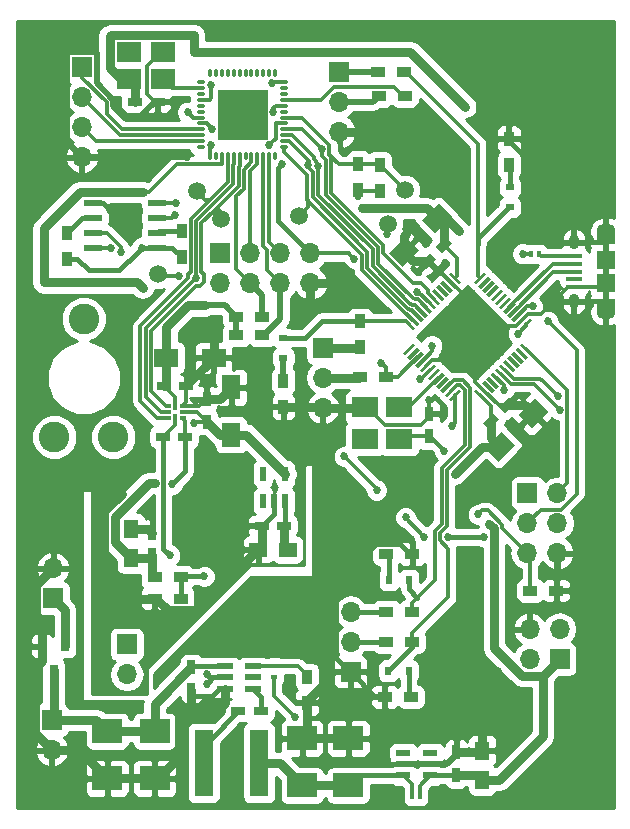
<source format=gbr>
G04 #@! TF.FileFunction,Copper,L2,Bot,Signal*
%FSLAX46Y46*%
G04 Gerber Fmt 4.6, Leading zero omitted, Abs format (unit mm)*
G04 Created by KiCad (PCBNEW 4.0.7) date Wed Apr 18 22:54:53 2018*
%MOMM*%
%LPD*%
G01*
G04 APERTURE LIST*
%ADD10C,0.100000*%
%ADD11R,1.700000X1.700000*%
%ADD12O,1.700000X1.700000*%
%ADD13R,1.250000X1.500000*%
%ADD14R,0.750000X1.200000*%
%ADD15R,1.200000X0.750000*%
%ADD16R,2.500000X2.000000*%
%ADD17R,2.000000X1.600000*%
%ADD18R,1.500000X1.250000*%
%ADD19R,1.600000X2.000000*%
%ADD20R,0.300000X0.600000*%
%ADD21R,0.800000X0.600000*%
%ADD22R,0.600000X0.800000*%
%ADD23O,0.950000X1.250000*%
%ADD24R,1.350000X0.400000*%
%ADD25O,1.550000X1.000000*%
%ADD26R,1.550000X1.200000*%
%ADD27R,1.550000X1.500000*%
%ADD28R,1.600000X5.700000*%
%ADD29R,0.800000X0.900000*%
%ADD30R,1.200000X0.900000*%
%ADD31R,0.600000X0.400000*%
%ADD32R,0.900000X1.200000*%
%ADD33C,2.600000*%
%ADD34R,1.200000X0.600000*%
%ADD35R,1.473000X0.500000*%
%ADD36R,2.250000X1.760000*%
%ADD37O,0.800000X0.300000*%
%ADD38O,0.300000X0.800000*%
%ADD39R,4.200000X4.200000*%
%ADD40R,2.100000X1.800000*%
%ADD41R,1.550000X0.600000*%
%ADD42R,0.580000X0.300000*%
%ADD43R,0.350000X0.630000*%
%ADD44R,0.600000X1.200000*%
%ADD45C,1.500000*%
%ADD46C,0.685800*%
%ADD47C,0.300000*%
%ADD48C,0.800000*%
%ADD49C,0.400000*%
%ADD50C,0.500000*%
%ADD51C,0.254000*%
G04 APERTURE END LIST*
D10*
D11*
X110050000Y-153460000D03*
D12*
X110050000Y-156000000D03*
D13*
X140150000Y-164950000D03*
X140150000Y-162450000D03*
D14*
X137950000Y-164500000D03*
X137950000Y-162600000D03*
D15*
X121400000Y-159100000D03*
X119500000Y-159100000D03*
D16*
X124900000Y-165400000D03*
X124900000Y-161400000D03*
X128800000Y-165400000D03*
X128800000Y-161400000D03*
X108400000Y-160800000D03*
X108400000Y-164800000D03*
X112400000Y-160800000D03*
X112400000Y-164800000D03*
D14*
X115524637Y-155398077D03*
X115524637Y-157298077D03*
D10*
G36*
X136455635Y-116112994D02*
X137587006Y-117244365D01*
X136172793Y-118658578D01*
X135041422Y-117527207D01*
X136455635Y-116112994D01*
X136455635Y-116112994D01*
G37*
G36*
X133627207Y-118941422D02*
X134758578Y-120072793D01*
X133344365Y-121487006D01*
X132212994Y-120355635D01*
X133627207Y-118941422D01*
X133627207Y-118941422D01*
G37*
G36*
X137030850Y-118938820D02*
X137561180Y-119469150D01*
X136712652Y-120317678D01*
X136182322Y-119787348D01*
X137030850Y-118938820D01*
X137030850Y-118938820D01*
G37*
G36*
X135687348Y-120282322D02*
X136217678Y-120812652D01*
X135369150Y-121661180D01*
X134838820Y-121130850D01*
X135687348Y-120282322D01*
X135687348Y-120282322D01*
G37*
D14*
X135650000Y-135850000D03*
X135650000Y-133950000D03*
D10*
G36*
X141494365Y-137987006D02*
X140362994Y-136855635D01*
X141777207Y-135441422D01*
X142908578Y-136572793D01*
X141494365Y-137987006D01*
X141494365Y-137987006D01*
G37*
G36*
X144322793Y-135158578D02*
X143191422Y-134027207D01*
X144605635Y-132612994D01*
X145737006Y-133744365D01*
X144322793Y-135158578D01*
X144322793Y-135158578D01*
G37*
G36*
X140747399Y-135232931D02*
X140217069Y-134702601D01*
X141065597Y-133854073D01*
X141595927Y-134384403D01*
X140747399Y-135232931D01*
X140747399Y-135232931D01*
G37*
G36*
X142090901Y-133889429D02*
X141560571Y-133359099D01*
X142409099Y-132510571D01*
X142939429Y-133040901D01*
X142090901Y-133889429D01*
X142090901Y-133889429D01*
G37*
D15*
X110750000Y-107500000D03*
X112650000Y-107500000D03*
D17*
X113400000Y-129200000D03*
X117400000Y-129200000D03*
D15*
X113200000Y-131600000D03*
X115100000Y-131600000D03*
D18*
X123667644Y-145429574D03*
X121167644Y-145429574D03*
D15*
X123367644Y-143429574D03*
X121467644Y-143429574D03*
D19*
X118900000Y-135700000D03*
X118900000Y-131700000D03*
D14*
X116800000Y-134600000D03*
X116800000Y-132700000D03*
D13*
X110398077Y-146175363D03*
X110398077Y-143675363D03*
D14*
X112198077Y-145925363D03*
X112198077Y-144025363D03*
D15*
X115000000Y-135900000D03*
X113100000Y-135900000D03*
D20*
X134850000Y-166300000D03*
X134190000Y-166300000D03*
X144950000Y-120400000D03*
X144290000Y-120400000D03*
D21*
X123300000Y-129200000D03*
X123300000Y-127500000D03*
X142499024Y-114765654D03*
X142499024Y-116465654D03*
D22*
X132250000Y-148000000D03*
X133950000Y-148000000D03*
X133900000Y-155700000D03*
X132200000Y-155700000D03*
D11*
X110050000Y-153460000D03*
D12*
X110050000Y-156000000D03*
D11*
X128993900Y-155790900D03*
D12*
X128993900Y-153250900D03*
X128993900Y-150710900D03*
D11*
X128050000Y-104960000D03*
D12*
X128050000Y-107500000D03*
X128050000Y-110040000D03*
D11*
X103700000Y-159860000D03*
D12*
X103700000Y-162400000D03*
D11*
X146690000Y-154700000D03*
D12*
X146690000Y-152160000D03*
X144150000Y-154700000D03*
X144150000Y-152160000D03*
D11*
X126644400Y-128333500D03*
D12*
X126644400Y-130873500D03*
X126644400Y-133413500D03*
D23*
X147900000Y-124400000D03*
X147900000Y-119400000D03*
D24*
X147900000Y-121900000D03*
X147900000Y-121250000D03*
X147900000Y-120600000D03*
X147900000Y-123200000D03*
X147900000Y-122550000D03*
D25*
X150600000Y-125400000D03*
X150600000Y-118400000D03*
D26*
X150600000Y-124800000D03*
X150600000Y-119000000D03*
D27*
X150600000Y-122900000D03*
X150600000Y-120900000D03*
D11*
X117980000Y-120360000D03*
D12*
X117980000Y-122900000D03*
X120520000Y-120360000D03*
X120520000Y-122900000D03*
X123060000Y-120360000D03*
X123060000Y-122900000D03*
X125600000Y-120360000D03*
X125600000Y-122900000D03*
D11*
X143960000Y-140650000D03*
D12*
X146500000Y-140650000D03*
X143960000Y-143190000D03*
X146500000Y-143190000D03*
X143960000Y-145730000D03*
X146500000Y-145730000D03*
D11*
X103800000Y-149540000D03*
D12*
X103800000Y-147000000D03*
D28*
X121250000Y-163500000D03*
X116550000Y-163500000D03*
D29*
X102900000Y-153600000D03*
X104800000Y-153600000D03*
X103850000Y-155600000D03*
D30*
X132000000Y-153250000D03*
X134200000Y-153250000D03*
X132000000Y-150700000D03*
X134200000Y-150700000D03*
X131300000Y-105000000D03*
X133500000Y-105000000D03*
X131400000Y-107000000D03*
X133600000Y-107000000D03*
D31*
X122524637Y-156198077D03*
X122524637Y-155298077D03*
D32*
X125300000Y-156200000D03*
X125300000Y-158400000D03*
X123300000Y-131150000D03*
X123300000Y-133350000D03*
X142399024Y-112865654D03*
X142399024Y-110665654D03*
D30*
X132000000Y-145800000D03*
X134200000Y-145800000D03*
X134100000Y-157900000D03*
X131900000Y-157900000D03*
D32*
X129800000Y-128300000D03*
X129800000Y-126100000D03*
D30*
X129800000Y-130800000D03*
X132000000Y-130800000D03*
X144200000Y-148900000D03*
X146400000Y-148900000D03*
D32*
X131450000Y-115050000D03*
X131450000Y-112850000D03*
D30*
X119300000Y-125700000D03*
X121500000Y-125700000D03*
X119300000Y-127300000D03*
X121500000Y-127300000D03*
D32*
X114700000Y-120700000D03*
X114700000Y-118500000D03*
X105000000Y-120800000D03*
X105000000Y-118600000D03*
X129650000Y-115000000D03*
X129650000Y-112800000D03*
D30*
X112398077Y-147775363D03*
X114598077Y-147775363D03*
X114598077Y-149575363D03*
X112398077Y-149575363D03*
D33*
X103900000Y-135900000D03*
X108900000Y-135900000D03*
X106400000Y-125900000D03*
D34*
X135750000Y-164550000D03*
X135750000Y-162650000D03*
X133450000Y-162650000D03*
X133450000Y-164550000D03*
X133450000Y-163600000D03*
D35*
X118362637Y-156248077D03*
X120724637Y-156248077D03*
X120724637Y-155298077D03*
X120724637Y-157198077D03*
X118362637Y-157198077D03*
X118362637Y-155298077D03*
D10*
G36*
X138369670Y-132031549D02*
X137521142Y-132880077D01*
X137309010Y-132667945D01*
X138157538Y-131819417D01*
X138369670Y-132031549D01*
X138369670Y-132031549D01*
G37*
G36*
X138016116Y-131677996D02*
X137167588Y-132526524D01*
X136955456Y-132314392D01*
X137803984Y-131465864D01*
X138016116Y-131677996D01*
X138016116Y-131677996D01*
G37*
G36*
X137662563Y-131324443D02*
X136814035Y-132172971D01*
X136601903Y-131960839D01*
X137450431Y-131112311D01*
X137662563Y-131324443D01*
X137662563Y-131324443D01*
G37*
G36*
X137309010Y-130970889D02*
X136460482Y-131819417D01*
X136248350Y-131607285D01*
X137096878Y-130758757D01*
X137309010Y-130970889D01*
X137309010Y-130970889D01*
G37*
G36*
X136955456Y-130617336D02*
X136106928Y-131465864D01*
X135894796Y-131253732D01*
X136743324Y-130405204D01*
X136955456Y-130617336D01*
X136955456Y-130617336D01*
G37*
G36*
X136601903Y-130263783D02*
X135753375Y-131112311D01*
X135541243Y-130900179D01*
X136389771Y-130051651D01*
X136601903Y-130263783D01*
X136601903Y-130263783D01*
G37*
G36*
X136248349Y-129910229D02*
X135399821Y-130758757D01*
X135187689Y-130546625D01*
X136036217Y-129698097D01*
X136248349Y-129910229D01*
X136248349Y-129910229D01*
G37*
G36*
X135894796Y-129556676D02*
X135046268Y-130405204D01*
X134834136Y-130193072D01*
X135682664Y-129344544D01*
X135894796Y-129556676D01*
X135894796Y-129556676D01*
G37*
G36*
X135541243Y-129203122D02*
X134692715Y-130051650D01*
X134480583Y-129839518D01*
X135329111Y-128990990D01*
X135541243Y-129203122D01*
X135541243Y-129203122D01*
G37*
G36*
X135187689Y-128849569D02*
X134339161Y-129698097D01*
X134127029Y-129485965D01*
X134975557Y-128637437D01*
X135187689Y-128849569D01*
X135187689Y-128849569D01*
G37*
G36*
X134834136Y-128496016D02*
X133985608Y-129344544D01*
X133773476Y-129132412D01*
X134622004Y-128283884D01*
X134834136Y-128496016D01*
X134834136Y-128496016D01*
G37*
G36*
X134480583Y-128142462D02*
X133632055Y-128990990D01*
X133419923Y-128778858D01*
X134268451Y-127930330D01*
X134480583Y-128142462D01*
X134480583Y-128142462D01*
G37*
G36*
X134480583Y-126657538D02*
X134268451Y-126869670D01*
X133419923Y-126021142D01*
X133632055Y-125809010D01*
X134480583Y-126657538D01*
X134480583Y-126657538D01*
G37*
G36*
X134834136Y-126303984D02*
X134622004Y-126516116D01*
X133773476Y-125667588D01*
X133985608Y-125455456D01*
X134834136Y-126303984D01*
X134834136Y-126303984D01*
G37*
G36*
X135187689Y-125950431D02*
X134975557Y-126162563D01*
X134127029Y-125314035D01*
X134339161Y-125101903D01*
X135187689Y-125950431D01*
X135187689Y-125950431D01*
G37*
G36*
X135541243Y-125596878D02*
X135329111Y-125809010D01*
X134480583Y-124960482D01*
X134692715Y-124748350D01*
X135541243Y-125596878D01*
X135541243Y-125596878D01*
G37*
G36*
X135894796Y-125243324D02*
X135682664Y-125455456D01*
X134834136Y-124606928D01*
X135046268Y-124394796D01*
X135894796Y-125243324D01*
X135894796Y-125243324D01*
G37*
G36*
X136248349Y-124889771D02*
X136036217Y-125101903D01*
X135187689Y-124253375D01*
X135399821Y-124041243D01*
X136248349Y-124889771D01*
X136248349Y-124889771D01*
G37*
G36*
X136601903Y-124536217D02*
X136389771Y-124748349D01*
X135541243Y-123899821D01*
X135753375Y-123687689D01*
X136601903Y-124536217D01*
X136601903Y-124536217D01*
G37*
G36*
X136955456Y-124182664D02*
X136743324Y-124394796D01*
X135894796Y-123546268D01*
X136106928Y-123334136D01*
X136955456Y-124182664D01*
X136955456Y-124182664D01*
G37*
G36*
X137309010Y-123829111D02*
X137096878Y-124041243D01*
X136248350Y-123192715D01*
X136460482Y-122980583D01*
X137309010Y-123829111D01*
X137309010Y-123829111D01*
G37*
G36*
X137662563Y-123475557D02*
X137450431Y-123687689D01*
X136601903Y-122839161D01*
X136814035Y-122627029D01*
X137662563Y-123475557D01*
X137662563Y-123475557D01*
G37*
G36*
X138016116Y-123122004D02*
X137803984Y-123334136D01*
X136955456Y-122485608D01*
X137167588Y-122273476D01*
X138016116Y-123122004D01*
X138016116Y-123122004D01*
G37*
G36*
X138369670Y-122768451D02*
X138157538Y-122980583D01*
X137309010Y-122132055D01*
X137521142Y-121919923D01*
X138369670Y-122768451D01*
X138369670Y-122768451D01*
G37*
G36*
X140490990Y-122132055D02*
X139642462Y-122980583D01*
X139430330Y-122768451D01*
X140278858Y-121919923D01*
X140490990Y-122132055D01*
X140490990Y-122132055D01*
G37*
G36*
X140844544Y-122485608D02*
X139996016Y-123334136D01*
X139783884Y-123122004D01*
X140632412Y-122273476D01*
X140844544Y-122485608D01*
X140844544Y-122485608D01*
G37*
G36*
X141198097Y-122839161D02*
X140349569Y-123687689D01*
X140137437Y-123475557D01*
X140985965Y-122627029D01*
X141198097Y-122839161D01*
X141198097Y-122839161D01*
G37*
G36*
X141551650Y-123192715D02*
X140703122Y-124041243D01*
X140490990Y-123829111D01*
X141339518Y-122980583D01*
X141551650Y-123192715D01*
X141551650Y-123192715D01*
G37*
G36*
X141905204Y-123546268D02*
X141056676Y-124394796D01*
X140844544Y-124182664D01*
X141693072Y-123334136D01*
X141905204Y-123546268D01*
X141905204Y-123546268D01*
G37*
G36*
X142258757Y-123899821D02*
X141410229Y-124748349D01*
X141198097Y-124536217D01*
X142046625Y-123687689D01*
X142258757Y-123899821D01*
X142258757Y-123899821D01*
G37*
G36*
X142612311Y-124253375D02*
X141763783Y-125101903D01*
X141551651Y-124889771D01*
X142400179Y-124041243D01*
X142612311Y-124253375D01*
X142612311Y-124253375D01*
G37*
G36*
X142965864Y-124606928D02*
X142117336Y-125455456D01*
X141905204Y-125243324D01*
X142753732Y-124394796D01*
X142965864Y-124606928D01*
X142965864Y-124606928D01*
G37*
G36*
X143319417Y-124960482D02*
X142470889Y-125809010D01*
X142258757Y-125596878D01*
X143107285Y-124748350D01*
X143319417Y-124960482D01*
X143319417Y-124960482D01*
G37*
G36*
X143672971Y-125314035D02*
X142824443Y-126162563D01*
X142612311Y-125950431D01*
X143460839Y-125101903D01*
X143672971Y-125314035D01*
X143672971Y-125314035D01*
G37*
G36*
X144026524Y-125667588D02*
X143177996Y-126516116D01*
X142965864Y-126303984D01*
X143814392Y-125455456D01*
X144026524Y-125667588D01*
X144026524Y-125667588D01*
G37*
G36*
X144380077Y-126021142D02*
X143531549Y-126869670D01*
X143319417Y-126657538D01*
X144167945Y-125809010D01*
X144380077Y-126021142D01*
X144380077Y-126021142D01*
G37*
G36*
X144380077Y-128778858D02*
X144167945Y-128990990D01*
X143319417Y-128142462D01*
X143531549Y-127930330D01*
X144380077Y-128778858D01*
X144380077Y-128778858D01*
G37*
G36*
X144026524Y-129132412D02*
X143814392Y-129344544D01*
X142965864Y-128496016D01*
X143177996Y-128283884D01*
X144026524Y-129132412D01*
X144026524Y-129132412D01*
G37*
G36*
X143672971Y-129485965D02*
X143460839Y-129698097D01*
X142612311Y-128849569D01*
X142824443Y-128637437D01*
X143672971Y-129485965D01*
X143672971Y-129485965D01*
G37*
G36*
X143319417Y-129839518D02*
X143107285Y-130051650D01*
X142258757Y-129203122D01*
X142470889Y-128990990D01*
X143319417Y-129839518D01*
X143319417Y-129839518D01*
G37*
G36*
X142965864Y-130193072D02*
X142753732Y-130405204D01*
X141905204Y-129556676D01*
X142117336Y-129344544D01*
X142965864Y-130193072D01*
X142965864Y-130193072D01*
G37*
G36*
X142612311Y-130546625D02*
X142400179Y-130758757D01*
X141551651Y-129910229D01*
X141763783Y-129698097D01*
X142612311Y-130546625D01*
X142612311Y-130546625D01*
G37*
G36*
X142258757Y-130900179D02*
X142046625Y-131112311D01*
X141198097Y-130263783D01*
X141410229Y-130051651D01*
X142258757Y-130900179D01*
X142258757Y-130900179D01*
G37*
G36*
X141905204Y-131253732D02*
X141693072Y-131465864D01*
X140844544Y-130617336D01*
X141056676Y-130405204D01*
X141905204Y-131253732D01*
X141905204Y-131253732D01*
G37*
G36*
X141551650Y-131607285D02*
X141339518Y-131819417D01*
X140490990Y-130970889D01*
X140703122Y-130758757D01*
X141551650Y-131607285D01*
X141551650Y-131607285D01*
G37*
G36*
X141198097Y-131960839D02*
X140985965Y-132172971D01*
X140137437Y-131324443D01*
X140349569Y-131112311D01*
X141198097Y-131960839D01*
X141198097Y-131960839D01*
G37*
G36*
X140844544Y-132314392D02*
X140632412Y-132526524D01*
X139783884Y-131677996D01*
X139996016Y-131465864D01*
X140844544Y-132314392D01*
X140844544Y-132314392D01*
G37*
G36*
X140490990Y-132667945D02*
X140278858Y-132880077D01*
X139430330Y-132031549D01*
X139642462Y-131819417D01*
X140490990Y-132667945D01*
X140490990Y-132667945D01*
G37*
D36*
X130175000Y-136100000D03*
X130175000Y-133400000D03*
X133125000Y-133400000D03*
X133125000Y-136100000D03*
D37*
X123350000Y-105850000D03*
X123350000Y-106350000D03*
X123350000Y-106850000D03*
X123350000Y-107350000D03*
X123350000Y-107850000D03*
X123350000Y-108350000D03*
X123350000Y-108850000D03*
X123350000Y-109350000D03*
X123350000Y-109850000D03*
X123350000Y-110350000D03*
X123350000Y-110850000D03*
X123350000Y-111350000D03*
D38*
X122600000Y-112100000D03*
X122100000Y-112100000D03*
X121600000Y-112100000D03*
X121100000Y-112100000D03*
X120600000Y-112100000D03*
X120100000Y-112100000D03*
X119600000Y-112100000D03*
X119100000Y-112100000D03*
X118600000Y-112100000D03*
X118100000Y-112100000D03*
X117600000Y-112100000D03*
X117100000Y-112100000D03*
D37*
X116350000Y-111350000D03*
X116350000Y-110850000D03*
X116350000Y-110350000D03*
X116350000Y-109850000D03*
X116350000Y-109350000D03*
X116350000Y-108850000D03*
X116350000Y-108350000D03*
X116350000Y-107850000D03*
X116350000Y-107350000D03*
X116350000Y-106850000D03*
X116350000Y-106350000D03*
X116350000Y-105850000D03*
D38*
X117100000Y-105100000D03*
X117600000Y-105100000D03*
X118100000Y-105100000D03*
X118600000Y-105100000D03*
X119100000Y-105100000D03*
X119600000Y-105100000D03*
X120100000Y-105100000D03*
X120600000Y-105100000D03*
X121100000Y-105100000D03*
X121600000Y-105100000D03*
X122100000Y-105100000D03*
X122600000Y-105100000D03*
D39*
X119850000Y-108600000D03*
D40*
X110200000Y-103300000D03*
X113100000Y-103300000D03*
X113100000Y-105600000D03*
X110200000Y-105600000D03*
D41*
X107200000Y-119905000D03*
X107200000Y-118635000D03*
X107200000Y-117365000D03*
X107200000Y-116095000D03*
X112600000Y-116095000D03*
X112600000Y-117365000D03*
X112600000Y-118635000D03*
X112600000Y-119905000D03*
D42*
X113500000Y-133800000D03*
X114775000Y-133800000D03*
X113500000Y-133300000D03*
X113500000Y-134300000D03*
X114775000Y-133300000D03*
X114775000Y-134300000D03*
D43*
X114137500Y-133390000D03*
X114137500Y-134210000D03*
D44*
X123467644Y-139029574D03*
X121567644Y-139029574D03*
X121567644Y-141329574D03*
X123467644Y-141329574D03*
X122517644Y-141329574D03*
D11*
X106250000Y-104580000D03*
D12*
X106250000Y-107120000D03*
X106250000Y-109660000D03*
X106250000Y-112200000D03*
D45*
X132150000Y-117850000D03*
X133600000Y-115000000D03*
X118050000Y-117400000D03*
X115950000Y-115050000D03*
X112700000Y-122100000D03*
X124600000Y-117200000D03*
D46*
X129650000Y-115495310D03*
X138200000Y-118500000D03*
X137850000Y-139000000D03*
X140750000Y-143250000D03*
X138700000Y-107950000D03*
X130000000Y-116500000D03*
X141635786Y-136714214D03*
X136928428Y-137078428D03*
X143182534Y-127172133D03*
X135878249Y-128178249D03*
X137543502Y-134993502D03*
X116700000Y-124754812D03*
X111400000Y-123300000D03*
X122320527Y-105956449D03*
X103000000Y-122800000D03*
X111458080Y-115158080D03*
X122900000Y-103300000D03*
X115750000Y-103300000D03*
X110200000Y-105600000D03*
X111300000Y-119900000D03*
X117205931Y-106071946D03*
X134050000Y-112450000D03*
X138150000Y-112050000D03*
X123050000Y-135950000D03*
X115171521Y-112157100D03*
X141400000Y-155700000D03*
X131250000Y-124600000D03*
X129095310Y-122287454D03*
X144464214Y-133885786D03*
X133650000Y-118700000D03*
X130175000Y-133400000D03*
X135600000Y-132750000D03*
X140164214Y-129664214D03*
X138935786Y-125235786D03*
X140950000Y-125700000D03*
X137221751Y-129521751D03*
X115700000Y-126042899D03*
X124500000Y-125700000D03*
X117800000Y-159000000D03*
X112400000Y-164800000D03*
X128800000Y-161400000D03*
X113100000Y-103300000D03*
X108650000Y-116700000D03*
X118500000Y-108600000D03*
X118500000Y-109900000D03*
X119900000Y-109900000D03*
X121200000Y-109900000D03*
X121200000Y-108600000D03*
X121200000Y-107300000D03*
X119800000Y-107300000D03*
X118600000Y-107300000D03*
X119850000Y-108600000D03*
X121167644Y-145429574D03*
X118900000Y-131700000D03*
X109600000Y-140700000D03*
X110386454Y-143679883D03*
X116550000Y-161600000D03*
X116800000Y-156800000D03*
X116550000Y-163500000D03*
X116800000Y-156000000D03*
X143550000Y-120400000D03*
X123667644Y-145429574D03*
X128800000Y-165400000D03*
X124300000Y-159600000D03*
X140250000Y-144350000D03*
X137200000Y-144350000D03*
X133650000Y-142700000D03*
X131200000Y-140400000D03*
X135242401Y-144342401D03*
X128450000Y-137550000D03*
X134850000Y-131000000D03*
X122445302Y-108400000D03*
X115200000Y-108400000D03*
X117243071Y-109796411D03*
X132100000Y-118700000D03*
X129318125Y-120798034D03*
X123200000Y-112800000D03*
X122091508Y-111196435D03*
X117218086Y-111164575D03*
X112400000Y-139800000D03*
X115700000Y-134700000D03*
X112198077Y-145925363D03*
X113900000Y-139900000D03*
X113700000Y-145900000D03*
X131600000Y-129600000D03*
X146550000Y-132450000D03*
X146700000Y-133600000D03*
X114100000Y-117100000D03*
X109544682Y-120257289D03*
X114200000Y-116100000D03*
X108700000Y-119900000D03*
X145700000Y-126100000D03*
X144400000Y-124850000D03*
X139800000Y-142450000D03*
X141950000Y-131950000D03*
X134652157Y-123596406D03*
X116600000Y-147700000D03*
X114450000Y-122300000D03*
X115904812Y-122448954D03*
X126252411Y-112950000D03*
X125400000Y-112850000D03*
X126547873Y-111504690D03*
D47*
X129992899Y-115152411D02*
X129650000Y-115495310D01*
X131450000Y-115050000D02*
X130095310Y-115050000D01*
X130095310Y-115050000D02*
X129992899Y-115152411D01*
D48*
X136314214Y-117385786D02*
X137085786Y-117385786D01*
X137085786Y-117385786D02*
X138200000Y-118500000D01*
X143476847Y-156102401D02*
X145287599Y-156102401D01*
X140750000Y-143250000D02*
X141145302Y-143645302D01*
X141145302Y-153770856D02*
X143476847Y-156102401D01*
X141145302Y-143645302D02*
X141145302Y-153770856D01*
X140135786Y-136714214D02*
X137850000Y-139000000D01*
X141635786Y-136714214D02*
X140135786Y-136714214D01*
D47*
X118097590Y-112802410D02*
X114298683Y-112802410D01*
X118100000Y-112800000D02*
X118097590Y-112802410D01*
X114298683Y-112802410D02*
X111943013Y-115158080D01*
D48*
X130000000Y-116500000D02*
X135428428Y-116500000D01*
X135428428Y-116500000D02*
X136314214Y-117385786D01*
X140150000Y-164950000D02*
X141575000Y-164950000D01*
X141575000Y-164950000D02*
X145287599Y-161237401D01*
X145287599Y-161237401D02*
X145287599Y-156102401D01*
X145287599Y-156102401D02*
X146690000Y-154700000D01*
D47*
X134850000Y-166300000D02*
X134850000Y-165450000D01*
X134850000Y-165450000D02*
X135750000Y-164550000D01*
D48*
X137950000Y-164500000D02*
X139700000Y-164500000D01*
X139700000Y-164500000D02*
X140150000Y-164950000D01*
D49*
X135750000Y-164550000D02*
X137900000Y-164550000D01*
X137900000Y-164550000D02*
X137950000Y-164500000D01*
D48*
X122900000Y-103300000D02*
X134050000Y-103300000D01*
X134050000Y-103300000D02*
X138700000Y-107950000D01*
D47*
X135650000Y-135850000D02*
X135700000Y-135850000D01*
X135700000Y-135850000D02*
X136928428Y-137078428D01*
X135650000Y-135850000D02*
X133375000Y-135850000D01*
X133375000Y-135850000D02*
X133125000Y-136100000D01*
D48*
X140906498Y-134543502D02*
X140906498Y-135984926D01*
X140906498Y-135984926D02*
X141635786Y-136714214D01*
D47*
X143849747Y-126339340D02*
X143849747Y-126504920D01*
X143849747Y-126504920D02*
X143182534Y-127172133D01*
X135010913Y-129521320D02*
X135878249Y-128653984D01*
X135878249Y-128653984D02*
X135878249Y-128178249D01*
X140906498Y-134543502D02*
X140906498Y-133295585D01*
X140906498Y-133295585D02*
X139960660Y-132349747D01*
X137839340Y-132349747D02*
X137839340Y-134697664D01*
X137839340Y-134697664D02*
X137543502Y-134993502D01*
D50*
X119300000Y-127300000D02*
X119300000Y-125700000D01*
X116700000Y-124754812D02*
X118354812Y-124754812D01*
X118354812Y-124754812D02*
X119300000Y-125700000D01*
D48*
X116700000Y-124754812D02*
X115232118Y-124754812D01*
X115232118Y-124754812D02*
X113400000Y-126586930D01*
X113400000Y-127600000D02*
X113400000Y-129200000D01*
X113400000Y-126586930D02*
X113400000Y-127600000D01*
X136871751Y-119628249D02*
X136871751Y-117943323D01*
X136871751Y-117943323D02*
X136314214Y-117385786D01*
D47*
X137839340Y-122450253D02*
X138016116Y-122273477D01*
X138016116Y-122273477D02*
X138016116Y-120772614D01*
X138016116Y-120772614D02*
X137207626Y-119964124D01*
X137207626Y-119964124D02*
X136871751Y-119628249D01*
D48*
X103000000Y-122800000D02*
X110900000Y-122800000D01*
X110900000Y-122800000D02*
X111400000Y-123300000D01*
D47*
X122320527Y-105956449D02*
X122426976Y-105850000D01*
X122426976Y-105850000D02*
X123350000Y-105850000D01*
D48*
X111458080Y-115158080D02*
X106067598Y-115158080D01*
X106067598Y-115158080D02*
X103000000Y-118225678D01*
X103000000Y-118225678D02*
X103000000Y-122800000D01*
D47*
X118100000Y-112100000D02*
X118100000Y-112800000D01*
X111943013Y-115158080D02*
X111458080Y-115158080D01*
D48*
X115750000Y-103300000D02*
X115750000Y-101875000D01*
X108708079Y-101847599D02*
X108597599Y-101958079D01*
X115750000Y-101875000D02*
X115722599Y-101847599D01*
X115722599Y-101847599D02*
X108708079Y-101847599D01*
X108597599Y-104641921D02*
X109555678Y-105600000D01*
X108597599Y-101958079D02*
X108597599Y-104641921D01*
X109555678Y-105600000D02*
X110200000Y-105600000D01*
X115750000Y-103300000D02*
X122900000Y-103300000D01*
D49*
X106850000Y-121800000D02*
X109400000Y-121800000D01*
X110957101Y-120242899D02*
X111300000Y-119900000D01*
X109400000Y-121800000D02*
X110957101Y-120242899D01*
X105000000Y-120800000D02*
X105850000Y-120800000D01*
X105850000Y-120800000D02*
X106850000Y-121800000D01*
D48*
X110750000Y-107500000D02*
X110750000Y-106150000D01*
X110750000Y-106150000D02*
X110200000Y-105600000D01*
D49*
X112600000Y-119905000D02*
X113905000Y-119905000D01*
X113905000Y-119905000D02*
X114700000Y-120700000D01*
X111300000Y-119900000D02*
X112595000Y-119900000D01*
X112595000Y-119900000D02*
X112600000Y-119905000D01*
D47*
X116350000Y-107350000D02*
X117050000Y-107350000D01*
X117205931Y-107194069D02*
X117205931Y-106071946D01*
X117050000Y-107350000D02*
X117205931Y-107194069D01*
D48*
X113400000Y-129200000D02*
X113400000Y-131400000D01*
X113400000Y-131400000D02*
X113200000Y-131600000D01*
D47*
X114137500Y-133390000D02*
X114137500Y-132537500D01*
X114137500Y-132537500D02*
X113200000Y-131600000D01*
D48*
X136140000Y-110040000D02*
X137800000Y-111700000D01*
X137800000Y-111700000D02*
X138150000Y-112050000D01*
X134050000Y-112450000D02*
X134392899Y-112107101D01*
X134392899Y-112107101D02*
X137392899Y-112107101D01*
X137392899Y-112107101D02*
X137800000Y-111700000D01*
X128050000Y-110040000D02*
X136140000Y-110040000D01*
D47*
X137485786Y-122803806D02*
X138935786Y-124253806D01*
X138935786Y-124253806D02*
X138935786Y-125235786D01*
D48*
X127200000Y-139150000D02*
X124000000Y-135950000D01*
X124000000Y-135950000D02*
X123050000Y-135950000D01*
X127200000Y-147850000D02*
X127200000Y-139150000D01*
X126750000Y-148300000D02*
X127200000Y-147850000D01*
X126750000Y-156800000D02*
X126750000Y-148300000D01*
X125300000Y-158400000D02*
X125300000Y-158250000D01*
X125300000Y-158250000D02*
X126750000Y-156800000D01*
D47*
X150600000Y-119000000D02*
X150600000Y-118400000D01*
X150600000Y-124800000D02*
X150600000Y-125400000D01*
X147900000Y-123200000D02*
X150300000Y-123200000D01*
X150300000Y-123200000D02*
X150600000Y-122900000D01*
D50*
X115128621Y-112200000D02*
X115171521Y-112157100D01*
X106250000Y-112200000D02*
X115128621Y-112200000D01*
D49*
X147900000Y-124400000D02*
X150200000Y-124400000D01*
X150200000Y-124400000D02*
X150600000Y-124800000D01*
X150600000Y-122900000D02*
X150600000Y-124800000D01*
X150600000Y-120900000D02*
X150600000Y-122900000D01*
X150600000Y-119000000D02*
X150600000Y-120900000D01*
X147900000Y-119400000D02*
X150200000Y-119400000D01*
X150200000Y-119400000D02*
X150600000Y-119000000D01*
X142399024Y-110665654D02*
X142399024Y-110815654D01*
X142399024Y-110815654D02*
X147900000Y-116316630D01*
X147900000Y-116316630D02*
X147900000Y-118375000D01*
X147900000Y-118375000D02*
X147900000Y-119400000D01*
X134200000Y-145800000D02*
X134050000Y-145800000D01*
X134050000Y-145800000D02*
X133200000Y-144950000D01*
X133200000Y-144950000D02*
X131165678Y-144950000D01*
X131165678Y-144950000D02*
X127791499Y-148324179D01*
X127791499Y-148324179D02*
X127791499Y-154588499D01*
X127791499Y-154588499D02*
X128993900Y-155790900D01*
X131900000Y-157900000D02*
X131103000Y-157900000D01*
X131103000Y-157900000D02*
X128993900Y-155790900D01*
D48*
X140150000Y-162450000D02*
X140150000Y-156950000D01*
X140150000Y-156950000D02*
X141400000Y-155700000D01*
D50*
X137950000Y-162600000D02*
X137950000Y-162825000D01*
X134550000Y-163600000D02*
X133450000Y-163600000D01*
X137950000Y-162825000D02*
X137175000Y-163600000D01*
X137175000Y-163600000D02*
X134550000Y-163600000D01*
D48*
X137950000Y-162600000D02*
X140000000Y-162600000D01*
X140000000Y-162600000D02*
X140150000Y-162450000D01*
X125600000Y-122900000D02*
X129550000Y-122900000D01*
X129550000Y-122900000D02*
X131250000Y-124600000D01*
D47*
X146400000Y-148900000D02*
X146400000Y-145830000D01*
X146400000Y-145830000D02*
X146500000Y-145730000D01*
D48*
X126644400Y-133413500D02*
X130161500Y-133413500D01*
X130161500Y-133413500D02*
X130175000Y-133400000D01*
D47*
X125600000Y-122900000D02*
X128482764Y-122900000D01*
X128752411Y-122630353D02*
X129095310Y-122287454D01*
X128482764Y-122900000D02*
X128752411Y-122630353D01*
X145129698Y-125495302D02*
X147425000Y-123200000D01*
X147425000Y-123200000D02*
X147900000Y-123200000D01*
X143986678Y-125495302D02*
X145129698Y-125495302D01*
X143496194Y-125985786D02*
X143986678Y-125495302D01*
X140164214Y-129664214D02*
X139527819Y-130300609D01*
X139527819Y-130300609D02*
X139527819Y-131209799D01*
X139527819Y-131209799D02*
X139819240Y-131501220D01*
X139819240Y-131501220D02*
X140314214Y-131996194D01*
D48*
X133485786Y-120214214D02*
X133485786Y-118864214D01*
X133485786Y-118864214D02*
X133650000Y-118700000D01*
D47*
X135650000Y-133950000D02*
X135650000Y-132800000D01*
X135650000Y-132800000D02*
X135600000Y-132750000D01*
X130175000Y-133400000D02*
X130420000Y-133400000D01*
X130420000Y-133400000D02*
X131870000Y-134850000D01*
X131870000Y-134850000D02*
X134975000Y-134850000D01*
X134975000Y-134850000D02*
X135650000Y-134175000D01*
X135650000Y-134175000D02*
X135650000Y-133950000D01*
D48*
X142250000Y-133200000D02*
X143778428Y-133200000D01*
X143778428Y-133200000D02*
X144464214Y-133885786D01*
X138935786Y-125235786D02*
X138935786Y-128435786D01*
X138935786Y-128435786D02*
X140164214Y-129664214D01*
D47*
X143496194Y-125985786D02*
X143001220Y-126480760D01*
X143001220Y-126480760D02*
X141730760Y-126480760D01*
X141730760Y-126480760D02*
X140950000Y-125700000D01*
X135364466Y-129874874D02*
X135859440Y-129379900D01*
X135859440Y-129379900D02*
X137079900Y-129379900D01*
X137079900Y-129379900D02*
X137221751Y-129521751D01*
X140314214Y-131996194D02*
X141518020Y-133200000D01*
X141518020Y-133200000D02*
X142250000Y-133200000D01*
D48*
X117400000Y-129200000D02*
X117400000Y-127742899D01*
X117400000Y-127742899D02*
X115700000Y-126042899D01*
X123300000Y-133350000D02*
X126580900Y-133350000D01*
X126580900Y-133350000D02*
X126644400Y-133413500D01*
X135528249Y-120971751D02*
X134243323Y-120971751D01*
X134243323Y-120971751D02*
X133485786Y-120214214D01*
D47*
X137485786Y-122803806D02*
X135653731Y-120971751D01*
X135653731Y-120971751D02*
X135528249Y-120971751D01*
D48*
X125600000Y-122900000D02*
X125600000Y-124600000D01*
X125600000Y-124600000D02*
X124500000Y-125700000D01*
X118362637Y-157198077D02*
X118362637Y-158437363D01*
X118362637Y-158437363D02*
X117800000Y-159000000D01*
D49*
X133450000Y-163600000D02*
X129600000Y-163600000D01*
X129600000Y-163600000D02*
X128800000Y-162800000D01*
X128800000Y-162800000D02*
X128800000Y-161400000D01*
D48*
X102900000Y-153600000D02*
X102900000Y-154850000D01*
X102900000Y-154850000D02*
X102297599Y-155452401D01*
X102297599Y-155452401D02*
X102297599Y-160997599D01*
X102297599Y-160997599D02*
X102850001Y-161550001D01*
X102850001Y-161550001D02*
X103700000Y-162400000D01*
X103800000Y-147000000D02*
X102397599Y-148402401D01*
X102900000Y-152350000D02*
X102900000Y-153600000D01*
X102397599Y-148402401D02*
X102397599Y-151847599D01*
X102397599Y-151847599D02*
X102900000Y-152350000D01*
X103700000Y-162400000D02*
X106000000Y-162400000D01*
X106000000Y-162400000D02*
X108400000Y-164800000D01*
X108400000Y-164800000D02*
X112400000Y-164800000D01*
X115524637Y-157298077D02*
X115524637Y-158698077D01*
X115524637Y-158698077D02*
X114450000Y-159772714D01*
X114450000Y-159772714D02*
X114450000Y-163000000D01*
X114450000Y-163000000D02*
X112650000Y-164800000D01*
X112650000Y-164800000D02*
X112400000Y-164800000D01*
X125300000Y-158400000D02*
X125300000Y-161000000D01*
X125300000Y-161000000D02*
X124900000Y-161400000D01*
X124900000Y-161400000D02*
X128800000Y-161400000D01*
D49*
X117876137Y-157198077D02*
X118362637Y-157198077D01*
X117226137Y-157848077D02*
X117876137Y-157198077D01*
X115849637Y-157848077D02*
X117226137Y-157848077D01*
X115524637Y-157523077D02*
X115849637Y-157848077D01*
X115524637Y-157298077D02*
X115524637Y-157523077D01*
D50*
X110000000Y-109000000D02*
X110925000Y-109000000D01*
X110925000Y-109000000D02*
X112425000Y-107500000D01*
X112425000Y-107500000D02*
X112650000Y-107500000D01*
X108900000Y-107900000D02*
X110000000Y-109000000D01*
X108900000Y-107349322D02*
X108900000Y-107900000D01*
X106250000Y-112200000D02*
X104997599Y-110947599D01*
X104997599Y-110947599D02*
X104997599Y-103408079D01*
X104997599Y-103408079D02*
X105078079Y-103327599D01*
X105078079Y-103327599D02*
X107421921Y-103327599D01*
X107421921Y-103327599D02*
X107502401Y-103408079D01*
X107502401Y-103408079D02*
X107502401Y-105951723D01*
X107502401Y-105951723D02*
X108900000Y-107349322D01*
D47*
X113100000Y-103300000D02*
X112950000Y-103300000D01*
X111747599Y-104502401D02*
X111747599Y-106822599D01*
X112950000Y-103300000D02*
X111747599Y-104502401D01*
X111747599Y-106822599D02*
X112425000Y-107500000D01*
D49*
X107200000Y-116095000D02*
X108045000Y-116095000D01*
X108045000Y-116095000D02*
X108650000Y-116700000D01*
D47*
X119850000Y-108600000D02*
X120100000Y-108600000D01*
D48*
X112398077Y-149575363D02*
X112548077Y-149575363D01*
X112548077Y-149575363D02*
X113550478Y-150577764D01*
X113550478Y-150577764D02*
X115894454Y-150577764D01*
X115894454Y-150577764D02*
X121042644Y-145429574D01*
X121042644Y-145429574D02*
X121167644Y-145429574D01*
X108100000Y-146677286D02*
X108100000Y-142200000D01*
X108100000Y-142200000D02*
X109600000Y-140700000D01*
X112398077Y-149575363D02*
X110998077Y-149575363D01*
X110998077Y-149575363D02*
X108100000Y-146677286D01*
D47*
X114775000Y-133300000D02*
X116200000Y-133300000D01*
X116200000Y-133300000D02*
X116800000Y-132700000D01*
X115100000Y-131600000D02*
X115100000Y-132975000D01*
X115100000Y-132975000D02*
X114775000Y-133300000D01*
D48*
X115100000Y-131600000D02*
X115100000Y-131500000D01*
X115100000Y-131500000D02*
X117400000Y-129200000D01*
X116800000Y-132700000D02*
X117900000Y-132700000D01*
X117900000Y-132700000D02*
X118900000Y-131700000D01*
D49*
X121467644Y-143429574D02*
X122517644Y-142379574D01*
X122517644Y-142379574D02*
X122517644Y-141329574D01*
D48*
X121467644Y-143429574D02*
X121467644Y-145129574D01*
X121467644Y-145129574D02*
X121167644Y-145429574D01*
X110386454Y-143679883D02*
X111852597Y-143679883D01*
X111852597Y-143679883D02*
X112198077Y-144025363D01*
D49*
X121400000Y-159100000D02*
X121400000Y-157873440D01*
X121400000Y-157873440D02*
X120724637Y-157198077D01*
X116550000Y-161600000D02*
X117000000Y-161600000D01*
X117000000Y-161600000D02*
X119500000Y-159100000D01*
X118362637Y-156248077D02*
X117351923Y-156248077D01*
X117351923Y-156248077D02*
X116800000Y-156800000D01*
X118362637Y-156248077D02*
X117048077Y-156248077D01*
X117048077Y-156248077D02*
X116800000Y-156000000D01*
D47*
X134190000Y-166300000D02*
X134190000Y-165290000D01*
X134190000Y-165290000D02*
X133450000Y-164550000D01*
X144290000Y-120400000D02*
X143550000Y-120400000D01*
D49*
X133450000Y-164550000D02*
X129650000Y-164550000D01*
X129650000Y-164550000D02*
X128800000Y-165400000D01*
D47*
X122524637Y-156198077D02*
X122524637Y-157824637D01*
X122524637Y-157824637D02*
X124300000Y-159600000D01*
D48*
X124900000Y-165400000D02*
X128800000Y-165400000D01*
X121250000Y-163500000D02*
X123000000Y-163500000D01*
X123000000Y-163500000D02*
X124900000Y-165400000D01*
D49*
X123467644Y-141329574D02*
X123467644Y-143329574D01*
X123467644Y-143329574D02*
X123367644Y-143429574D01*
D48*
X123367644Y-143429574D02*
X123367644Y-145129574D01*
X123367644Y-145129574D02*
X123667644Y-145429574D01*
X103850000Y-155600000D02*
X103850000Y-159710000D01*
X103850000Y-159710000D02*
X103700000Y-159860000D01*
X103700000Y-159860000D02*
X107460000Y-159860000D01*
X107460000Y-159860000D02*
X108400000Y-160800000D01*
X112400000Y-160800000D02*
X112400000Y-158522714D01*
X112400000Y-158522714D02*
X115524637Y-155398077D01*
X108400000Y-160800000D02*
X112400000Y-160800000D01*
D49*
X118362637Y-155298077D02*
X115624637Y-155298077D01*
X115624637Y-155298077D02*
X115524637Y-155398077D01*
X137200000Y-144350000D02*
X140250000Y-144350000D01*
D47*
X133650000Y-142700000D02*
X133650000Y-142750000D01*
X133650000Y-142750000D02*
X135242401Y-144342401D01*
X128450000Y-137550000D02*
X131200000Y-140300000D01*
X131200000Y-140300000D02*
X131200000Y-140400000D01*
X135718019Y-130228427D02*
X134946446Y-131000000D01*
X134946446Y-131000000D02*
X134850000Y-131000000D01*
X123350000Y-107850000D02*
X122650000Y-107850000D01*
X122650000Y-107850000D02*
X122445302Y-108054698D01*
X122445302Y-108054698D02*
X122445302Y-108400000D01*
X116350000Y-108850000D02*
X115650000Y-108850000D01*
X115650000Y-108850000D02*
X115200000Y-108400000D01*
X116350000Y-109350000D02*
X116796660Y-109350000D01*
X116796660Y-109350000D02*
X117243071Y-109796411D01*
X132100000Y-118700000D02*
X132100000Y-117900000D01*
X132100000Y-117900000D02*
X132150000Y-117850000D01*
X125600000Y-120360000D02*
X128880091Y-120360000D01*
X128975226Y-120455135D02*
X129318125Y-120798034D01*
X128880091Y-120360000D02*
X128975226Y-120455135D01*
D49*
X124750001Y-119510001D02*
X125600000Y-120360000D01*
X123200000Y-112800000D02*
X122857101Y-113142899D01*
X122857101Y-117617101D02*
X124750001Y-119510001D01*
X122857101Y-113142899D02*
X122857101Y-117617101D01*
D47*
X122434407Y-110853536D02*
X122091508Y-111196435D01*
X122647590Y-109352410D02*
X122647590Y-110640353D01*
X122650000Y-109350000D02*
X122647590Y-109352410D01*
X123350000Y-109350000D02*
X122650000Y-109350000D01*
X122647590Y-110640353D02*
X122434407Y-110853536D01*
X117218086Y-111164575D02*
X117100000Y-111282661D01*
X117100000Y-111282661D02*
X117100000Y-112100000D01*
D48*
X111904118Y-139800000D02*
X111915067Y-139800000D01*
X109052411Y-144829697D02*
X109052411Y-142651707D01*
X111915067Y-139800000D02*
X112400000Y-139800000D01*
X110398077Y-146175363D02*
X109052411Y-144829697D01*
X109052411Y-142651707D02*
X111904118Y-139800000D01*
D47*
X116800000Y-134600000D02*
X115800000Y-134600000D01*
X115800000Y-134600000D02*
X115700000Y-134700000D01*
X116800000Y-134600000D02*
X116000000Y-133800000D01*
X116000000Y-133800000D02*
X114775000Y-133800000D01*
D48*
X118900000Y-135700000D02*
X117900000Y-135700000D01*
X117900000Y-135700000D02*
X116800000Y-134600000D01*
X123467644Y-139029574D02*
X120138070Y-135700000D01*
X120138070Y-135700000D02*
X118900000Y-135700000D01*
X112198077Y-145925363D02*
X112198077Y-147575363D01*
X112198077Y-147575363D02*
X112398077Y-147775363D01*
X110398077Y-146175363D02*
X111948077Y-146175363D01*
X111948077Y-146175363D02*
X112198077Y-145925363D01*
D47*
X115000000Y-135900000D02*
X115000000Y-134525000D01*
X115000000Y-134525000D02*
X114775000Y-134300000D01*
D49*
X113900000Y-139900000D02*
X115000000Y-138800000D01*
X115000000Y-138800000D02*
X115000000Y-135900000D01*
X113152411Y-136727411D02*
X113100000Y-136675000D01*
X113152411Y-145352411D02*
X113152411Y-136727411D01*
X113700000Y-145900000D02*
X113152411Y-145352411D01*
X113100000Y-136675000D02*
X113100000Y-135900000D01*
D47*
X114137500Y-134210000D02*
X114137500Y-134862500D01*
X114137500Y-134862500D02*
X113100000Y-135900000D01*
X147900000Y-120600000D02*
X145150000Y-120600000D01*
X145150000Y-120600000D02*
X144950000Y-120400000D01*
D50*
X123300000Y-129200000D02*
X123300000Y-131150000D01*
D49*
X129800000Y-126100000D02*
X126543578Y-126100000D01*
X126543578Y-126100000D02*
X125143578Y-127500000D01*
X125143578Y-127500000D02*
X124100000Y-127500000D01*
X124100000Y-127500000D02*
X123300000Y-127500000D01*
D47*
X129800000Y-126100000D02*
X133710913Y-126100000D01*
X133710913Y-126100000D02*
X133950253Y-126339340D01*
D49*
X142499024Y-114765654D02*
X142499024Y-112965654D01*
X142499024Y-112965654D02*
X142399024Y-112865654D01*
D47*
X139783884Y-119550000D02*
X139783884Y-111133884D01*
X139783884Y-122273477D02*
X139783884Y-119550000D01*
D49*
X139783884Y-119550000D02*
X139783884Y-119080794D01*
X139783884Y-119080794D02*
X142399024Y-116465654D01*
X142399024Y-116465654D02*
X142499024Y-116465654D01*
D47*
X139960660Y-122450253D02*
X139783884Y-122273477D01*
X139783884Y-111133884D02*
X133650000Y-105000000D01*
X133650000Y-105000000D02*
X133500000Y-105000000D01*
D49*
X132250000Y-148000000D02*
X132250000Y-146050000D01*
X132250000Y-146050000D02*
X132000000Y-145800000D01*
D47*
X136102288Y-148047712D02*
X134650000Y-149500000D01*
X136695179Y-143259970D02*
X136102288Y-143852861D01*
X136695179Y-138521658D02*
X136695179Y-143259970D01*
X137485786Y-131996194D02*
X137964973Y-131517007D01*
X136102288Y-143852861D02*
X136102288Y-148047712D01*
X138672080Y-131906285D02*
X138672080Y-136544758D01*
X137964973Y-131517007D02*
X138282802Y-131517007D01*
X138282802Y-131517007D02*
X138672080Y-131906285D01*
X138672080Y-136544758D02*
X136695179Y-138521658D01*
X134650000Y-149500000D02*
X134200000Y-149950000D01*
D49*
X133950000Y-148000000D02*
X133950000Y-148800000D01*
X133950000Y-148800000D02*
X134650000Y-149500000D01*
D47*
X134200000Y-149950000D02*
X134200000Y-150700000D01*
D49*
X133900000Y-155700000D02*
X133900000Y-157700000D01*
X133900000Y-157700000D02*
X134100000Y-157900000D01*
D47*
X137247590Y-149452410D02*
X134200000Y-152500000D01*
X134200000Y-152500000D02*
X134200000Y-153250000D01*
X136554699Y-144659745D02*
X137247590Y-145352636D01*
X137147590Y-143447364D02*
X136554699Y-144040255D01*
X137147590Y-138709052D02*
X137147590Y-143447364D01*
X138470196Y-131064596D02*
X139124491Y-131718891D01*
X136554699Y-144040255D02*
X136554699Y-144659745D01*
X137247590Y-145352636D02*
X137247590Y-149452410D01*
X137710278Y-131064596D02*
X138470196Y-131064596D01*
X139124491Y-136732151D02*
X137147590Y-138709052D01*
X139124491Y-131718891D02*
X139124491Y-136732151D01*
X137132233Y-131642641D02*
X137710278Y-131064596D01*
D49*
X134200000Y-153250000D02*
X134200000Y-153700000D01*
X134200000Y-153700000D02*
X132200000Y-155700000D01*
D47*
X132000000Y-130800000D02*
X132000000Y-130000000D01*
X132000000Y-130000000D02*
X131600000Y-129600000D01*
X134657359Y-129167767D02*
X133025126Y-130800000D01*
X133025126Y-130800000D02*
X132000000Y-130800000D01*
D49*
X132000000Y-153250000D02*
X128994800Y-153250000D01*
X128994800Y-153250000D02*
X128993900Y-153250900D01*
X132000000Y-150700000D02*
X129004800Y-150700000D01*
X129004800Y-150700000D02*
X128993900Y-150710900D01*
D50*
X128050000Y-104960000D02*
X131260000Y-104960000D01*
X131260000Y-104960000D02*
X131300000Y-105000000D01*
X128050000Y-107500000D02*
X130900000Y-107500000D01*
X130900000Y-107500000D02*
X131400000Y-107000000D01*
D47*
X146550000Y-132450000D02*
X145250000Y-131150000D01*
X142803554Y-130950000D02*
X145050000Y-130950000D01*
X145050000Y-130950000D02*
X145250000Y-131150000D01*
X142081981Y-130228427D02*
X142803554Y-130950000D01*
X142462312Y-130608758D02*
X142081981Y-130228427D01*
X146357101Y-133257101D02*
X146700000Y-133600000D01*
X141728427Y-130581981D02*
X142548857Y-131402411D01*
X144502411Y-131402411D02*
X146357101Y-133257101D01*
X142548857Y-131402411D02*
X144502411Y-131402411D01*
X115650000Y-109850000D02*
X116350000Y-109850000D01*
X109668773Y-109850000D02*
X115650000Y-109850000D01*
X108347589Y-107578138D02*
X108347589Y-108528816D01*
X108347589Y-108528816D02*
X109668773Y-109850000D01*
X106250000Y-105480549D02*
X108347589Y-107578138D01*
X106250000Y-104580000D02*
X106250000Y-105480549D01*
X116350000Y-110350000D02*
X109480000Y-110350000D01*
X109480000Y-110350000D02*
X106250000Y-107120000D01*
X106250000Y-109660000D02*
X107440000Y-110850000D01*
X107440000Y-110850000D02*
X116350000Y-110850000D01*
D48*
X126644400Y-128333500D02*
X129766500Y-128333500D01*
X129766500Y-128333500D02*
X129800000Y-128300000D01*
X126644400Y-130873500D02*
X129726500Y-130873500D01*
X129726500Y-130873500D02*
X129800000Y-130800000D01*
D47*
X142789087Y-125278680D02*
X146167767Y-121900000D01*
X146167767Y-121900000D02*
X147900000Y-121900000D01*
X147900000Y-121250000D02*
X146110660Y-121250000D01*
X146110660Y-121250000D02*
X142435534Y-124925126D01*
D50*
X121500000Y-127300000D02*
X121650000Y-127300000D01*
X121650000Y-127300000D02*
X123060000Y-125890000D01*
X123060000Y-125890000D02*
X123060000Y-124102081D01*
X123060000Y-124102081D02*
X123060000Y-122900000D01*
D47*
X112600000Y-117365000D02*
X113835000Y-117365000D01*
X113835000Y-117365000D02*
X114100000Y-117100000D01*
X121600000Y-112100000D02*
X121600000Y-119734446D01*
X121600000Y-119734446D02*
X121907599Y-120042045D01*
X121907599Y-120042045D02*
X121907599Y-121747599D01*
X121907599Y-121747599D02*
X122210001Y-122050001D01*
X122210001Y-122050001D02*
X123060000Y-122900000D01*
X119300000Y-115519413D02*
X119300000Y-121680000D01*
D50*
X121500000Y-125700000D02*
X121500000Y-123880000D01*
X121500000Y-123880000D02*
X120520000Y-122900000D01*
D47*
X119300000Y-121680000D02*
X119670001Y-122050001D01*
X119957233Y-113262181D02*
X119957233Y-114862182D01*
X119957233Y-114862182D02*
X119300000Y-115519413D01*
X120600000Y-112619414D02*
X119957233Y-113262181D01*
X120600000Y-112100000D02*
X120600000Y-112619414D01*
X119670001Y-122050001D02*
X120520000Y-122900000D01*
X108407326Y-118635000D02*
X109544682Y-119772356D01*
X107200000Y-118635000D02*
X108407326Y-118635000D01*
X109544682Y-119772356D02*
X109544682Y-120257289D01*
X112600000Y-116095000D02*
X114195000Y-116095000D01*
X114195000Y-116095000D02*
X114200000Y-116100000D01*
X122100000Y-112100000D02*
X122100000Y-119400000D01*
X122100000Y-119400000D02*
X123060000Y-120360000D01*
X107200000Y-119905000D02*
X108695000Y-119905000D01*
X108695000Y-119905000D02*
X108700000Y-119900000D01*
X121100000Y-112800000D02*
X120520000Y-113380000D01*
X120520000Y-113380000D02*
X120520000Y-120360000D01*
X121100000Y-112100000D02*
X121100000Y-112800000D01*
X143849747Y-128460660D02*
X147350000Y-131960913D01*
X147350000Y-131960913D02*
X147349999Y-139800001D01*
X147349999Y-139800001D02*
X146500000Y-140650000D01*
X143960000Y-143190000D02*
X145112401Y-142037599D01*
X145112401Y-142037599D02*
X146817955Y-142037599D01*
X146817955Y-142037599D02*
X148150000Y-140705554D01*
X148150000Y-140705554D02*
X148150000Y-128550000D01*
X145700000Y-126100000D02*
X148150000Y-128550000D01*
X143142641Y-125632233D02*
X143924874Y-124850000D01*
X143924874Y-124850000D02*
X144400000Y-124850000D01*
X143000000Y-144770000D02*
X143960000Y-145730000D01*
X141847710Y-143617710D02*
X143000000Y-144770000D01*
X139800000Y-142450000D02*
X140142899Y-142107101D01*
X140142899Y-142107101D02*
X140600457Y-142107101D01*
X140600457Y-142107101D02*
X141847710Y-143354354D01*
X141847710Y-143354354D02*
X141847710Y-143617710D01*
X141950000Y-131510660D02*
X141950000Y-131950000D01*
X141374874Y-130935534D02*
X141950000Y-131510660D01*
X141869848Y-131430508D02*
X141374874Y-130935534D01*
X143960000Y-145730000D02*
X142807599Y-144577599D01*
X144200000Y-148900000D02*
X144200000Y-145970000D01*
X144200000Y-145970000D02*
X143960000Y-145730000D01*
D48*
X104800000Y-153600000D02*
X104800000Y-150540000D01*
X104800000Y-150540000D02*
X103800000Y-149540000D01*
D47*
X135718019Y-124571573D02*
X134742852Y-123596406D01*
X134742852Y-123596406D02*
X134652157Y-123596406D01*
X123350000Y-107350000D02*
X126494446Y-107350000D01*
X126494446Y-107350000D02*
X127596847Y-106247599D01*
X127596847Y-106247599D02*
X132697599Y-106247599D01*
X132697599Y-106247599D02*
X133450000Y-107000000D01*
X133450000Y-107000000D02*
X133600000Y-107000000D01*
X122524637Y-155298077D02*
X124548077Y-155298077D01*
X124548077Y-155298077D02*
X125300000Y-156050000D01*
X125300000Y-156050000D02*
X125300000Y-156200000D01*
X120724637Y-155298077D02*
X122524637Y-155298077D01*
X134959746Y-122854698D02*
X135576599Y-123471551D01*
X131773070Y-120343384D02*
X134284384Y-122854698D01*
X127350123Y-115219780D02*
X131773070Y-119642727D01*
X135576599Y-123471551D02*
X135576599Y-123723045D01*
X127350123Y-112150123D02*
X127350123Y-115219780D01*
X135576599Y-123723045D02*
X136071573Y-124218019D01*
X127200000Y-112000000D02*
X127350123Y-112150123D01*
X131773070Y-119642727D02*
X131773070Y-120343384D01*
X134284384Y-122854698D02*
X134959746Y-122854698D01*
X123350000Y-108850000D02*
X124848231Y-108850000D01*
X124848231Y-108850000D02*
X127200000Y-111201769D01*
X127200000Y-111201769D02*
X127200000Y-112000000D01*
X133600000Y-115000000D02*
X131450000Y-112850000D01*
X129650000Y-112800000D02*
X131400000Y-112800000D01*
X131400000Y-112800000D02*
X131450000Y-112850000D01*
X127200000Y-112000000D02*
X128000000Y-112800000D01*
X128000000Y-112800000D02*
X129650000Y-112800000D01*
D49*
X114700000Y-118500000D02*
X112735000Y-118500000D01*
X112735000Y-118500000D02*
X112600000Y-118635000D01*
X107200000Y-117365000D02*
X106235000Y-117365000D01*
X106235000Y-117365000D02*
X105000000Y-118600000D01*
X114598077Y-147775363D02*
X114598077Y-149575363D01*
X116600000Y-147700000D02*
X114673440Y-147700000D01*
X114673440Y-147700000D02*
X114598077Y-147775363D01*
D47*
X112097599Y-126895972D02*
X112097599Y-132037599D01*
X116550113Y-122758699D02*
X116214557Y-123094255D01*
X116357223Y-117822387D02*
X116357223Y-121946319D01*
X116357223Y-121946319D02*
X116550113Y-122139209D01*
X116550113Y-122139209D02*
X116550113Y-122758699D01*
X116214557Y-123094255D02*
X115899316Y-123094255D01*
X115899316Y-123094255D02*
X112097599Y-126895972D01*
X117450000Y-116729610D02*
X116357223Y-117822387D01*
X113360000Y-133300000D02*
X113500000Y-133300000D01*
X112097599Y-132037599D02*
X113360000Y-133300000D01*
X119504822Y-114674788D02*
X117679610Y-116500000D01*
X117679610Y-116500000D02*
X117450000Y-116729610D01*
X118050000Y-117400000D02*
X118050000Y-116870390D01*
X118050000Y-116870390D02*
X117679610Y-116500000D01*
X118050000Y-117400000D02*
X118050000Y-117329610D01*
X118050000Y-117329610D02*
X117450000Y-116729610D01*
X119600000Y-112979609D02*
X119504822Y-113074787D01*
X119504822Y-113074787D02*
X119504822Y-114674788D01*
X119600000Y-112100000D02*
X119600000Y-112979609D01*
X118600000Y-114300000D02*
X117050000Y-115850000D01*
X117050000Y-115850000D02*
X115452401Y-117447599D01*
X115950000Y-115050000D02*
X116699999Y-115799999D01*
X116699999Y-115799999D02*
X116999999Y-115799999D01*
X116999999Y-115799999D02*
X117050000Y-115850000D01*
X115452401Y-117447599D02*
X115452401Y-121946319D01*
X111192777Y-126521184D02*
X111192777Y-132892777D01*
X112600000Y-134300000D02*
X112910000Y-134300000D01*
X115259511Y-122454450D02*
X111192777Y-126521184D01*
X115259511Y-122139209D02*
X115259511Y-122454450D01*
X115452401Y-121946319D02*
X115259511Y-122139209D01*
X111192777Y-132892777D02*
X112600000Y-134300000D01*
X118600000Y-112100000D02*
X118600000Y-114300000D01*
X112910000Y-134300000D02*
X113500000Y-134300000D01*
X114450000Y-122300000D02*
X112900000Y-122300000D01*
X112900000Y-122300000D02*
X112700000Y-122100000D01*
X119052411Y-112847589D02*
X119052411Y-114487394D01*
X112910000Y-133800000D02*
X113500000Y-133800000D01*
X111645188Y-126708578D02*
X111645188Y-132535188D01*
X115904812Y-122448954D02*
X111645188Y-126708578D01*
X115904812Y-117634993D02*
X115904812Y-122448954D01*
X119052411Y-114487394D02*
X115904812Y-117634993D01*
X119100000Y-112800000D02*
X119052411Y-112847589D01*
X119100000Y-112100000D02*
X119100000Y-112800000D01*
X111645188Y-132535188D02*
X112910000Y-133800000D01*
X124600000Y-117200000D02*
X125349999Y-116450001D01*
X125349999Y-116450001D02*
X125349999Y-115874862D01*
X125349999Y-115874862D02*
X125300000Y-115824863D01*
X134236505Y-125985786D02*
X134303806Y-125985786D01*
X133682137Y-125506600D02*
X133757319Y-125506600D01*
X129963426Y-120488289D02*
X129963426Y-121787889D01*
X125300000Y-115824863D02*
X129963426Y-120488289D01*
X123350000Y-111800000D02*
X125300000Y-113750000D01*
X133757319Y-125506600D02*
X134236505Y-125985786D01*
X125300000Y-113750000D02*
X125300000Y-115824863D01*
X123350000Y-111350000D02*
X123350000Y-111800000D01*
X129963426Y-121787889D02*
X133682137Y-125506600D01*
X126252411Y-112950000D02*
X126252411Y-115401678D01*
X126252411Y-112795301D02*
X126252411Y-112950000D01*
X124050000Y-110350000D02*
X125884308Y-112184308D01*
X134429946Y-124697713D02*
X134515939Y-124783706D01*
X125884308Y-112184308D02*
X125884308Y-112379260D01*
X134515939Y-124783706D02*
X135010913Y-125278680D01*
X130868248Y-121413101D02*
X134056925Y-124601778D01*
X130868248Y-120017515D02*
X130868248Y-121413101D01*
X126252411Y-115401678D02*
X130868248Y-120017515D01*
X134132107Y-124601778D02*
X134228042Y-124697713D01*
X126045302Y-112540254D02*
X126045302Y-112588192D01*
X134228042Y-124697713D02*
X134429946Y-124697713D01*
X123350000Y-110350000D02*
X124050000Y-110350000D01*
X125884308Y-112379260D02*
X126045302Y-112540254D01*
X134056925Y-124601778D02*
X134132107Y-124601778D01*
X126045302Y-112588192D02*
X126252411Y-112795301D01*
X130415837Y-120204909D02*
X125800000Y-115589072D01*
X125431897Y-113084534D02*
X125431897Y-112647139D01*
X130415837Y-121600495D02*
X130415837Y-120204909D01*
X133869531Y-125054189D02*
X130415837Y-121600495D01*
X134040648Y-125150124D02*
X133944713Y-125054189D01*
X133944713Y-125054189D02*
X133869531Y-125054189D01*
X134175250Y-125150124D02*
X134040648Y-125150124D01*
X125800000Y-115589072D02*
X125800000Y-113452637D01*
X134657359Y-125632233D02*
X134175250Y-125150124D01*
X125800000Y-113452637D02*
X125431897Y-113084534D01*
X125431897Y-112647139D02*
X125431897Y-112818103D01*
X125431897Y-112818103D02*
X125400000Y-112850000D01*
X123739804Y-110850000D02*
X123350000Y-110850000D01*
X125431897Y-112542093D02*
X123739804Y-110850000D01*
X125431897Y-112647139D02*
X125431897Y-112542093D01*
X123350000Y-109850000D02*
X124893183Y-109850000D01*
X126547873Y-112135717D02*
X126547873Y-111989623D01*
X135364466Y-124925126D02*
X134684642Y-124245302D01*
X134415436Y-124245302D02*
X134319501Y-124149367D01*
X124893183Y-109850000D02*
X126204974Y-111161791D01*
X126547873Y-111989623D02*
X126547873Y-111504690D01*
X134319501Y-124149367D02*
X134244319Y-124149367D01*
X134244319Y-124149367D02*
X131320659Y-121225706D01*
X131320659Y-121225706D02*
X131320659Y-119830121D01*
X126897712Y-112485556D02*
X126547873Y-112135717D01*
X131320659Y-119830121D02*
X126897712Y-115407174D01*
X126204974Y-111161791D02*
X126547873Y-111504690D01*
X126897712Y-115407174D02*
X126897712Y-112485556D01*
X134684642Y-124245302D02*
X134415436Y-124245302D01*
X136425126Y-130935534D02*
X133960660Y-133400000D01*
X133960660Y-133400000D02*
X133125000Y-133400000D01*
X116350000Y-106350000D02*
X113850000Y-106350000D01*
X113850000Y-106350000D02*
X113100000Y-105600000D01*
D51*
G36*
X151290000Y-117356550D02*
X151002000Y-117265000D01*
X150727000Y-117265000D01*
X150727000Y-120773000D01*
X150747000Y-120773000D01*
X150747000Y-121027000D01*
X150727000Y-121027000D01*
X150727000Y-122773000D01*
X150747000Y-122773000D01*
X150747000Y-123027000D01*
X150727000Y-123027000D01*
X150727000Y-126535000D01*
X151002000Y-126535000D01*
X151290000Y-126443450D01*
X151290000Y-167290000D01*
X100710000Y-167290000D01*
X100710000Y-165085750D01*
X106515000Y-165085750D01*
X106515000Y-165926309D01*
X106611673Y-166159698D01*
X106790301Y-166338327D01*
X107023690Y-166435000D01*
X108114250Y-166435000D01*
X108273000Y-166276250D01*
X108273000Y-164927000D01*
X108527000Y-164927000D01*
X108527000Y-166276250D01*
X108685750Y-166435000D01*
X109776310Y-166435000D01*
X110009699Y-166338327D01*
X110188327Y-166159698D01*
X110285000Y-165926309D01*
X110285000Y-165085750D01*
X110515000Y-165085750D01*
X110515000Y-165926309D01*
X110611673Y-166159698D01*
X110790301Y-166338327D01*
X111023690Y-166435000D01*
X112114250Y-166435000D01*
X112273000Y-166276250D01*
X112273000Y-164927000D01*
X112527000Y-164927000D01*
X112527000Y-166276250D01*
X112685750Y-166435000D01*
X113776310Y-166435000D01*
X114009699Y-166338327D01*
X114188327Y-166159698D01*
X114285000Y-165926309D01*
X114285000Y-165085750D01*
X114126250Y-164927000D01*
X112527000Y-164927000D01*
X112273000Y-164927000D01*
X110673750Y-164927000D01*
X110515000Y-165085750D01*
X110285000Y-165085750D01*
X110126250Y-164927000D01*
X108527000Y-164927000D01*
X108273000Y-164927000D01*
X106673750Y-164927000D01*
X106515000Y-165085750D01*
X100710000Y-165085750D01*
X100710000Y-162756890D01*
X102258524Y-162756890D01*
X102428355Y-163166924D01*
X102818642Y-163595183D01*
X103343108Y-163841486D01*
X103573000Y-163720819D01*
X103573000Y-162527000D01*
X103827000Y-162527000D01*
X103827000Y-163720819D01*
X104056892Y-163841486D01*
X104414186Y-163673691D01*
X106515000Y-163673691D01*
X106515000Y-164514250D01*
X106673750Y-164673000D01*
X108273000Y-164673000D01*
X108273000Y-163323750D01*
X108527000Y-163323750D01*
X108527000Y-164673000D01*
X110126250Y-164673000D01*
X110285000Y-164514250D01*
X110285000Y-163673691D01*
X110515000Y-163673691D01*
X110515000Y-164514250D01*
X110673750Y-164673000D01*
X112273000Y-164673000D01*
X112273000Y-163323750D01*
X112527000Y-163323750D01*
X112527000Y-164673000D01*
X114126250Y-164673000D01*
X114285000Y-164514250D01*
X114285000Y-163673691D01*
X114188327Y-163440302D01*
X114009699Y-163261673D01*
X113776310Y-163165000D01*
X112685750Y-163165000D01*
X112527000Y-163323750D01*
X112273000Y-163323750D01*
X112114250Y-163165000D01*
X111023690Y-163165000D01*
X110790301Y-163261673D01*
X110611673Y-163440302D01*
X110515000Y-163673691D01*
X110285000Y-163673691D01*
X110188327Y-163440302D01*
X110009699Y-163261673D01*
X109776310Y-163165000D01*
X108685750Y-163165000D01*
X108527000Y-163323750D01*
X108273000Y-163323750D01*
X108114250Y-163165000D01*
X107023690Y-163165000D01*
X106790301Y-163261673D01*
X106611673Y-163440302D01*
X106515000Y-163673691D01*
X104414186Y-163673691D01*
X104581358Y-163595183D01*
X104971645Y-163166924D01*
X105141476Y-162756890D01*
X105020155Y-162527000D01*
X103827000Y-162527000D01*
X103573000Y-162527000D01*
X102379845Y-162527000D01*
X102258524Y-162756890D01*
X100710000Y-162756890D01*
X100710000Y-153885750D01*
X101865000Y-153885750D01*
X101865000Y-154176309D01*
X101961673Y-154409698D01*
X102140301Y-154588327D01*
X102373690Y-154685000D01*
X102614250Y-154685000D01*
X102773000Y-154526250D01*
X102773000Y-153727000D01*
X102023750Y-153727000D01*
X101865000Y-153885750D01*
X100710000Y-153885750D01*
X100710000Y-153023691D01*
X101865000Y-153023691D01*
X101865000Y-153314250D01*
X102023750Y-153473000D01*
X102773000Y-153473000D01*
X102773000Y-152673750D01*
X102614250Y-152515000D01*
X102373690Y-152515000D01*
X102140301Y-152611673D01*
X101961673Y-152790302D01*
X101865000Y-153023691D01*
X100710000Y-153023691D01*
X100710000Y-146643110D01*
X102358524Y-146643110D01*
X102479845Y-146873000D01*
X103673000Y-146873000D01*
X103673000Y-145679181D01*
X103927000Y-145679181D01*
X103927000Y-146873000D01*
X105120155Y-146873000D01*
X105241476Y-146643110D01*
X105071645Y-146233076D01*
X104681358Y-145804817D01*
X104156892Y-145558514D01*
X103927000Y-145679181D01*
X103673000Y-145679181D01*
X103443108Y-145558514D01*
X102918642Y-145804817D01*
X102528355Y-146233076D01*
X102358524Y-146643110D01*
X100710000Y-146643110D01*
X100710000Y-136283207D01*
X101964665Y-136283207D01*
X102258630Y-136994658D01*
X102802479Y-137539457D01*
X103513416Y-137834663D01*
X104283207Y-137835335D01*
X104994658Y-137541370D01*
X105539457Y-136997521D01*
X105834663Y-136286584D01*
X105834665Y-136283207D01*
X106964665Y-136283207D01*
X107258630Y-136994658D01*
X107802479Y-137539457D01*
X108513416Y-137834663D01*
X109283207Y-137835335D01*
X109994658Y-137541370D01*
X110539457Y-136997521D01*
X110834663Y-136286584D01*
X110835335Y-135516793D01*
X110541370Y-134805342D01*
X109997521Y-134260543D01*
X109286584Y-133965337D01*
X108516793Y-133964665D01*
X107805342Y-134258630D01*
X107260543Y-134802479D01*
X106965337Y-135513416D01*
X106964665Y-136283207D01*
X105834665Y-136283207D01*
X105835335Y-135516793D01*
X105541370Y-134805342D01*
X104997521Y-134260543D01*
X104286584Y-133965337D01*
X103516793Y-133964665D01*
X102805342Y-134258630D01*
X102260543Y-134802479D01*
X101965337Y-135513416D01*
X101964665Y-136283207D01*
X100710000Y-136283207D01*
X100710000Y-131520854D01*
X103264457Y-131520854D01*
X103740727Y-132673515D01*
X104621847Y-133556174D01*
X105773674Y-134034454D01*
X107020854Y-134035543D01*
X108173515Y-133559273D01*
X109056174Y-132678153D01*
X109534454Y-131526326D01*
X109535543Y-130279146D01*
X109059273Y-129126485D01*
X108178153Y-128243826D01*
X107026326Y-127765546D01*
X106952266Y-127765481D01*
X107494658Y-127541370D01*
X108039457Y-126997521D01*
X108334663Y-126286584D01*
X108335335Y-125516793D01*
X108041370Y-124805342D01*
X107497521Y-124260543D01*
X106786584Y-123965337D01*
X106016793Y-123964665D01*
X105305342Y-124258630D01*
X104760543Y-124802479D01*
X104465337Y-125513416D01*
X104464665Y-126283207D01*
X104758630Y-126994658D01*
X105302479Y-127539457D01*
X105844478Y-127764514D01*
X105779146Y-127764457D01*
X104626485Y-128240727D01*
X103743826Y-129121847D01*
X103265546Y-130273674D01*
X103264457Y-131520854D01*
X100710000Y-131520854D01*
X100710000Y-118225678D01*
X101964999Y-118225678D01*
X101965000Y-118225683D01*
X101965000Y-122800000D01*
X102043785Y-123196077D01*
X102268144Y-123531856D01*
X102603923Y-123756215D01*
X103000000Y-123835000D01*
X110471289Y-123835000D01*
X110668145Y-124031856D01*
X111003923Y-124256215D01*
X111400000Y-124335001D01*
X111796078Y-124256215D01*
X112131856Y-124031856D01*
X112356215Y-123696078D01*
X112400161Y-123475152D01*
X112423298Y-123484759D01*
X112974285Y-123485240D01*
X113220154Y-123383649D01*
X110637698Y-125966105D01*
X110467532Y-126220777D01*
X110444054Y-126338809D01*
X110407777Y-126521184D01*
X110407777Y-132892777D01*
X110467532Y-133193184D01*
X110637698Y-133447856D01*
X112044921Y-134855079D01*
X112203630Y-134961124D01*
X112048559Y-135060910D01*
X111903569Y-135273110D01*
X111852560Y-135525000D01*
X111852560Y-136275000D01*
X111896838Y-136510317D01*
X112035910Y-136726441D01*
X112248110Y-136871431D01*
X112306422Y-136883239D01*
X112317411Y-136938486D01*
X112317411Y-138765000D01*
X111904123Y-138765000D01*
X111904118Y-138764999D01*
X111508041Y-138843785D01*
X111172262Y-139068144D01*
X111172260Y-139068147D01*
X108320555Y-141919851D01*
X108096196Y-142255630D01*
X108017410Y-142651707D01*
X108017411Y-142651712D01*
X108017411Y-144829692D01*
X108017410Y-144829697D01*
X108096196Y-145225774D01*
X108320555Y-145561553D01*
X109125637Y-146366634D01*
X109125637Y-146925363D01*
X109169915Y-147160680D01*
X109308987Y-147376804D01*
X109521187Y-147521794D01*
X109773077Y-147572803D01*
X111023077Y-147572803D01*
X111150637Y-147548801D01*
X111150637Y-148225363D01*
X111194915Y-148460680D01*
X111333987Y-148676804D01*
X111342675Y-148682740D01*
X111259750Y-148765664D01*
X111163077Y-148999053D01*
X111163077Y-149289613D01*
X111321827Y-149448363D01*
X112271077Y-149448363D01*
X112271077Y-149428363D01*
X112525077Y-149428363D01*
X112525077Y-149448363D01*
X112545077Y-149448363D01*
X112545077Y-149702363D01*
X112525077Y-149702363D01*
X112525077Y-150501613D01*
X112683827Y-150660363D01*
X113124386Y-150660363D01*
X113357775Y-150563690D01*
X113499013Y-150422453D01*
X113533987Y-150476804D01*
X113746187Y-150621794D01*
X113998077Y-150672803D01*
X115198077Y-150672803D01*
X115433394Y-150628525D01*
X115649518Y-150489453D01*
X115794508Y-150277253D01*
X115845517Y-150025363D01*
X115845517Y-149125363D01*
X115801239Y-148890046D01*
X115662167Y-148673922D01*
X115660778Y-148672973D01*
X115755051Y-148535000D01*
X116060898Y-148535000D01*
X116404630Y-148677730D01*
X116793663Y-148678069D01*
X117153212Y-148529507D01*
X117428540Y-148254659D01*
X117577730Y-147895370D01*
X117578069Y-147506337D01*
X117429507Y-147146788D01*
X117154659Y-146871460D01*
X116795370Y-146722270D01*
X116406337Y-146721931D01*
X116060082Y-146865000D01*
X115649109Y-146865000D01*
X115449967Y-146728932D01*
X115198077Y-146677923D01*
X114304886Y-146677923D01*
X114528540Y-146454659D01*
X114677730Y-146095370D01*
X114678061Y-145715324D01*
X119782644Y-145715324D01*
X119782644Y-146180884D01*
X119879317Y-146414273D01*
X120057946Y-146592901D01*
X120291335Y-146689574D01*
X120881894Y-146689574D01*
X121040644Y-146530824D01*
X121040644Y-145556574D01*
X119941394Y-145556574D01*
X119782644Y-145715324D01*
X114678061Y-145715324D01*
X114678069Y-145706337D01*
X114529507Y-145346788D01*
X114254659Y-145071460D01*
X113987411Y-144960489D01*
X113987411Y-140877976D01*
X114093663Y-140878069D01*
X114453212Y-140729507D01*
X114728540Y-140454659D01*
X114872214Y-140108654D01*
X115590434Y-139390434D01*
X115715293Y-139203569D01*
X115771439Y-139119541D01*
X115835000Y-138800000D01*
X115835000Y-136878222D01*
X115835317Y-136878162D01*
X116051441Y-136739090D01*
X116196431Y-136526890D01*
X116247440Y-136275000D01*
X116247440Y-135811483D01*
X116425000Y-135847440D01*
X116583728Y-135847440D01*
X117168142Y-136431853D01*
X117168144Y-136431856D01*
X117452560Y-136621896D01*
X117452560Y-136700000D01*
X117496838Y-136935317D01*
X117635910Y-137151441D01*
X117848110Y-137296431D01*
X118100000Y-137347440D01*
X119700000Y-137347440D01*
X119935317Y-137303162D01*
X120143535Y-137169177D01*
X120891433Y-137917075D01*
X120816203Y-137965484D01*
X120671213Y-138177684D01*
X120620204Y-138429574D01*
X120620204Y-139629574D01*
X120664482Y-139864891D01*
X120803554Y-140081015D01*
X120948727Y-140180207D01*
X120816203Y-140265484D01*
X120671213Y-140477684D01*
X120620204Y-140729574D01*
X120620204Y-141929574D01*
X120664482Y-142164891D01*
X120803554Y-142381015D01*
X120859987Y-142419574D01*
X120741335Y-142419574D01*
X120507946Y-142516247D01*
X120329317Y-142694875D01*
X120232644Y-142928264D01*
X120232644Y-143143824D01*
X120391394Y-143302574D01*
X121340644Y-143302574D01*
X121340644Y-143282574D01*
X121594644Y-143282574D01*
X121594644Y-143302574D01*
X121614644Y-143302574D01*
X121614644Y-143556574D01*
X121594644Y-143556574D01*
X121594644Y-143576574D01*
X121340644Y-143576574D01*
X121340644Y-143556574D01*
X120391394Y-143556574D01*
X120232644Y-143715324D01*
X120232644Y-143930884D01*
X120329317Y-144164273D01*
X120334618Y-144169574D01*
X120291335Y-144169574D01*
X120057946Y-144266247D01*
X119879317Y-144444875D01*
X119782644Y-144678264D01*
X119782644Y-145143824D01*
X119941394Y-145302574D01*
X121040644Y-145302574D01*
X121040644Y-145282574D01*
X121294644Y-145282574D01*
X121294644Y-145302574D01*
X121314644Y-145302574D01*
X121314644Y-145556574D01*
X121294644Y-145556574D01*
X121294644Y-146530824D01*
X121453394Y-146689574D01*
X122043953Y-146689574D01*
X122277342Y-146592901D01*
X122418580Y-146451664D01*
X122453554Y-146506015D01*
X122665754Y-146651005D01*
X122917644Y-146702014D01*
X124417644Y-146702014D01*
X124652961Y-146657736D01*
X124869085Y-146518664D01*
X125014075Y-146306464D01*
X125065084Y-146054574D01*
X125065084Y-144804574D01*
X125020806Y-144569257D01*
X124881734Y-144353133D01*
X124669534Y-144208143D01*
X124485852Y-144170947D01*
X124564075Y-144056464D01*
X124615084Y-143804574D01*
X124615084Y-143054574D01*
X124570806Y-142819257D01*
X124431734Y-142603133D01*
X124302644Y-142514930D01*
X124302644Y-142271371D01*
X124364075Y-142181464D01*
X124415084Y-141929574D01*
X124415084Y-140729574D01*
X124370806Y-140494257D01*
X124231734Y-140278133D01*
X124086561Y-140178941D01*
X124219085Y-140093664D01*
X124364075Y-139881464D01*
X124415084Y-139629574D01*
X124415084Y-139438785D01*
X124423859Y-139425652D01*
X124502645Y-139029574D01*
X124423859Y-138633497D01*
X124415084Y-138620364D01*
X124415084Y-138429574D01*
X124370806Y-138194257D01*
X124231734Y-137978133D01*
X124019534Y-137833143D01*
X123767644Y-137782134D01*
X123683915Y-137782134D01*
X120869926Y-134968144D01*
X120534147Y-134743785D01*
X120347440Y-134706646D01*
X120347440Y-134700000D01*
X120303162Y-134464683D01*
X120164090Y-134248559D01*
X119951890Y-134103569D01*
X119700000Y-134052560D01*
X118100000Y-134052560D01*
X117864683Y-134096838D01*
X117822440Y-134124021D01*
X117822440Y-134000000D01*
X117778162Y-133764683D01*
X117711671Y-133661354D01*
X117713327Y-133659698D01*
X117723246Y-133635750D01*
X122215000Y-133635750D01*
X122215000Y-134076309D01*
X122311673Y-134309698D01*
X122490301Y-134488327D01*
X122723690Y-134585000D01*
X123014250Y-134585000D01*
X123173000Y-134426250D01*
X123173000Y-133477000D01*
X123427000Y-133477000D01*
X123427000Y-134426250D01*
X123585750Y-134585000D01*
X123876310Y-134585000D01*
X124109699Y-134488327D01*
X124288327Y-134309698D01*
X124385000Y-134076309D01*
X124385000Y-133770390D01*
X125202924Y-133770390D01*
X125372755Y-134180424D01*
X125763042Y-134608683D01*
X126287508Y-134854986D01*
X126517400Y-134734319D01*
X126517400Y-133540500D01*
X126771400Y-133540500D01*
X126771400Y-134734319D01*
X127001292Y-134854986D01*
X127525758Y-134608683D01*
X127916045Y-134180424D01*
X128085876Y-133770390D01*
X127964555Y-133540500D01*
X126771400Y-133540500D01*
X126517400Y-133540500D01*
X125324245Y-133540500D01*
X125202924Y-133770390D01*
X124385000Y-133770390D01*
X124385000Y-133635750D01*
X124226250Y-133477000D01*
X123427000Y-133477000D01*
X123173000Y-133477000D01*
X122373750Y-133477000D01*
X122215000Y-133635750D01*
X117723246Y-133635750D01*
X117810000Y-133426309D01*
X117810000Y-133267197D01*
X117973690Y-133335000D01*
X118614250Y-133335000D01*
X118773000Y-133176250D01*
X118773000Y-131827000D01*
X119027000Y-131827000D01*
X119027000Y-133176250D01*
X119185750Y-133335000D01*
X119826310Y-133335000D01*
X120059699Y-133238327D01*
X120238327Y-133059698D01*
X120335000Y-132826309D01*
X120335000Y-131985750D01*
X120176250Y-131827000D01*
X119027000Y-131827000D01*
X118773000Y-131827000D01*
X118753000Y-131827000D01*
X118753000Y-131573000D01*
X118773000Y-131573000D01*
X118773000Y-131553000D01*
X119027000Y-131553000D01*
X119027000Y-131573000D01*
X120176250Y-131573000D01*
X120335000Y-131414250D01*
X120335000Y-130573691D01*
X120238327Y-130340302D01*
X120059699Y-130161673D01*
X119826310Y-130065000D01*
X119185750Y-130065000D01*
X119027002Y-130223748D01*
X119027002Y-130145619D01*
X119035000Y-130126310D01*
X119035000Y-129485750D01*
X118876250Y-129327000D01*
X117527000Y-129327000D01*
X117527000Y-130424010D01*
X117465000Y-130573691D01*
X117465000Y-131414250D01*
X117623748Y-131572998D01*
X117546024Y-131572998D01*
X117534699Y-131561673D01*
X117301310Y-131465000D01*
X117085750Y-131465000D01*
X116927000Y-131623750D01*
X116927000Y-132573000D01*
X116947000Y-132573000D01*
X116947000Y-132827000D01*
X116927000Y-132827000D01*
X116927000Y-132847000D01*
X116673000Y-132847000D01*
X116673000Y-132827000D01*
X115948750Y-132827000D01*
X115790000Y-132985750D01*
X115790000Y-133015000D01*
X115696400Y-133015000D01*
X115603327Y-132790302D01*
X115424699Y-132611673D01*
X115420660Y-132610000D01*
X115826309Y-132610000D01*
X115939051Y-132563301D01*
X115948750Y-132573000D01*
X116673000Y-132573000D01*
X116673000Y-131623750D01*
X116514250Y-131465000D01*
X116298690Y-131465000D01*
X116279381Y-131472998D01*
X116176252Y-131472998D01*
X116335000Y-131314250D01*
X116335000Y-131098690D01*
X116238327Y-130865301D01*
X116059698Y-130686673D01*
X115826309Y-130590000D01*
X115385750Y-130590000D01*
X115227000Y-130748750D01*
X115227000Y-131473000D01*
X115247000Y-131473000D01*
X115247000Y-131727000D01*
X115227000Y-131727000D01*
X115227000Y-131747000D01*
X114973000Y-131747000D01*
X114973000Y-131727000D01*
X114953000Y-131727000D01*
X114953000Y-131473000D01*
X114973000Y-131473000D01*
X114973000Y-130748750D01*
X114814250Y-130590000D01*
X114655771Y-130590000D01*
X114851441Y-130464090D01*
X114996431Y-130251890D01*
X115047440Y-130000000D01*
X115047440Y-129485750D01*
X115765000Y-129485750D01*
X115765000Y-130126310D01*
X115861673Y-130359699D01*
X116040302Y-130538327D01*
X116273691Y-130635000D01*
X117114250Y-130635000D01*
X117273000Y-130476250D01*
X117273000Y-129327000D01*
X115923750Y-129327000D01*
X115765000Y-129485750D01*
X115047440Y-129485750D01*
X115047440Y-128400000D01*
X115023674Y-128273690D01*
X115765000Y-128273690D01*
X115765000Y-128914250D01*
X115923750Y-129073000D01*
X117273000Y-129073000D01*
X117273000Y-127923750D01*
X117114250Y-127765000D01*
X116273691Y-127765000D01*
X116040302Y-127861673D01*
X115861673Y-128040301D01*
X115765000Y-128273690D01*
X115023674Y-128273690D01*
X115003162Y-128164683D01*
X114864090Y-127948559D01*
X114651890Y-127803569D01*
X114435000Y-127759648D01*
X114435000Y-127015642D01*
X115660829Y-125789812D01*
X116700000Y-125789812D01*
X117096077Y-125711027D01*
X117202658Y-125639812D01*
X117988232Y-125639812D01*
X118052560Y-125704140D01*
X118052560Y-126150000D01*
X118096838Y-126385317D01*
X118170620Y-126499978D01*
X118103569Y-126598110D01*
X118052560Y-126850000D01*
X118052560Y-127750000D01*
X118055382Y-127765000D01*
X117685750Y-127765000D01*
X117527000Y-127923750D01*
X117527000Y-129073000D01*
X118876250Y-129073000D01*
X119035000Y-128914250D01*
X119035000Y-128397440D01*
X119900000Y-128397440D01*
X120135317Y-128353162D01*
X120351441Y-128214090D01*
X120399134Y-128144289D01*
X120435910Y-128201441D01*
X120648110Y-128346431D01*
X120900000Y-128397440D01*
X122100000Y-128397440D01*
X122335317Y-128353162D01*
X122463791Y-128270491D01*
X122581083Y-128350633D01*
X122448559Y-128435910D01*
X122303569Y-128648110D01*
X122252560Y-128900000D01*
X122252560Y-129500000D01*
X122296838Y-129735317D01*
X122415000Y-129918946D01*
X122415000Y-130075331D01*
X122398559Y-130085910D01*
X122253569Y-130298110D01*
X122202560Y-130550000D01*
X122202560Y-131750000D01*
X122246838Y-131985317D01*
X122385910Y-132201441D01*
X122454006Y-132247969D01*
X122311673Y-132390302D01*
X122215000Y-132623691D01*
X122215000Y-133064250D01*
X122373750Y-133223000D01*
X123173000Y-133223000D01*
X123173000Y-133203000D01*
X123427000Y-133203000D01*
X123427000Y-133223000D01*
X124226250Y-133223000D01*
X124385000Y-133064250D01*
X124385000Y-132623691D01*
X124288327Y-132390302D01*
X124147090Y-132249064D01*
X124201441Y-132214090D01*
X124346431Y-132001890D01*
X124397440Y-131750000D01*
X124397440Y-130550000D01*
X124353162Y-130314683D01*
X124214090Y-130098559D01*
X124185000Y-130078683D01*
X124185000Y-129914975D01*
X124296431Y-129751890D01*
X124347440Y-129500000D01*
X124347440Y-128900000D01*
X124303162Y-128664683D01*
X124164090Y-128448559D01*
X124018917Y-128349367D01*
X124041244Y-128335000D01*
X125143578Y-128335000D01*
X125146960Y-128334327D01*
X125146960Y-129183500D01*
X125191238Y-129418817D01*
X125330310Y-129634941D01*
X125542510Y-129779931D01*
X125609941Y-129793586D01*
X125565253Y-129823446D01*
X125243346Y-130305215D01*
X125130307Y-130873500D01*
X125243346Y-131441785D01*
X125565253Y-131923554D01*
X125905953Y-132151202D01*
X125763042Y-132218317D01*
X125372755Y-132646576D01*
X125202924Y-133056610D01*
X125324245Y-133286500D01*
X126517400Y-133286500D01*
X126517400Y-133266500D01*
X126771400Y-133266500D01*
X126771400Y-133286500D01*
X127964555Y-133286500D01*
X128085876Y-133056610D01*
X127916045Y-132646576D01*
X127525758Y-132218317D01*
X127382847Y-132151202D01*
X127723547Y-131923554D01*
X127733606Y-131908500D01*
X128866956Y-131908500D01*
X128690301Y-131981673D01*
X128511673Y-132160302D01*
X128415000Y-132393691D01*
X128415000Y-133114250D01*
X128573750Y-133273000D01*
X130048000Y-133273000D01*
X130048000Y-133253000D01*
X130302000Y-133253000D01*
X130302000Y-133273000D01*
X130322000Y-133273000D01*
X130322000Y-133527000D01*
X130302000Y-133527000D01*
X130302000Y-133547000D01*
X130048000Y-133547000D01*
X130048000Y-133527000D01*
X128573750Y-133527000D01*
X128415000Y-133685750D01*
X128415000Y-134406309D01*
X128511673Y-134639698D01*
X128616402Y-134744428D01*
X128598559Y-134755910D01*
X128453569Y-134968110D01*
X128402560Y-135220000D01*
X128402560Y-136572058D01*
X128256337Y-136571931D01*
X127896788Y-136720493D01*
X127621460Y-136995341D01*
X127472270Y-137354630D01*
X127471931Y-137743663D01*
X127620493Y-138103212D01*
X127895341Y-138378540D01*
X128254630Y-138527730D01*
X128317627Y-138527785D01*
X130222072Y-140432230D01*
X130221931Y-140593663D01*
X130370493Y-140953212D01*
X130645341Y-141228540D01*
X131004630Y-141377730D01*
X131393663Y-141378069D01*
X131753212Y-141229507D01*
X132028540Y-140954659D01*
X132177730Y-140595370D01*
X132178069Y-140206337D01*
X132029507Y-139846788D01*
X131754659Y-139571460D01*
X131458743Y-139448585D01*
X129637598Y-137627440D01*
X131300000Y-137627440D01*
X131535317Y-137583162D01*
X131649978Y-137509380D01*
X131748110Y-137576431D01*
X132000000Y-137627440D01*
X134250000Y-137627440D01*
X134485317Y-137583162D01*
X134701441Y-137444090D01*
X134846431Y-137231890D01*
X134897440Y-136980000D01*
X134897440Y-136960564D01*
X135023110Y-137046431D01*
X135275000Y-137097440D01*
X135837283Y-137097440D01*
X135950413Y-137210570D01*
X135950359Y-137272091D01*
X136098921Y-137631640D01*
X136286816Y-137819863D01*
X136140100Y-137966579D01*
X135969934Y-138221251D01*
X135925072Y-138446788D01*
X135910179Y-138521658D01*
X135910179Y-142934813D01*
X135547209Y-143297782D01*
X135488453Y-143385716D01*
X135437771Y-143364671D01*
X135374774Y-143364616D01*
X134627972Y-142617814D01*
X134628069Y-142506337D01*
X134479507Y-142146788D01*
X134204659Y-141871460D01*
X133845370Y-141722270D01*
X133456337Y-141721931D01*
X133096788Y-141870493D01*
X132821460Y-142145341D01*
X132672270Y-142504630D01*
X132671931Y-142893663D01*
X132820493Y-143253212D01*
X133095341Y-143528540D01*
X133454630Y-143677730D01*
X133467583Y-143677741D01*
X134264386Y-144474544D01*
X134264332Y-144536064D01*
X134381388Y-144819362D01*
X134327000Y-144873750D01*
X134327000Y-145673000D01*
X134347000Y-145673000D01*
X134347000Y-145927000D01*
X134327000Y-145927000D01*
X134327000Y-146726250D01*
X134485750Y-146885000D01*
X134926309Y-146885000D01*
X135159698Y-146788327D01*
X135317288Y-146630738D01*
X135317288Y-147722554D01*
X134897440Y-148142402D01*
X134897440Y-147600000D01*
X134853162Y-147364683D01*
X134714090Y-147148559D01*
X134501890Y-147003569D01*
X134250000Y-146952560D01*
X133650000Y-146952560D01*
X133414683Y-146996838D01*
X133198559Y-147135910D01*
X133099367Y-147281083D01*
X133085000Y-147258756D01*
X133085000Y-146664975D01*
X133097969Y-146645994D01*
X133240302Y-146788327D01*
X133473691Y-146885000D01*
X133914250Y-146885000D01*
X134073000Y-146726250D01*
X134073000Y-145927000D01*
X134053000Y-145927000D01*
X134053000Y-145673000D01*
X134073000Y-145673000D01*
X134073000Y-144873750D01*
X133914250Y-144715000D01*
X133473691Y-144715000D01*
X133240302Y-144811673D01*
X133099064Y-144952910D01*
X133064090Y-144898559D01*
X132851890Y-144753569D01*
X132600000Y-144702560D01*
X131400000Y-144702560D01*
X131164683Y-144746838D01*
X130948559Y-144885910D01*
X130803569Y-145098110D01*
X130752560Y-145350000D01*
X130752560Y-146250000D01*
X130796838Y-146485317D01*
X130935910Y-146701441D01*
X131148110Y-146846431D01*
X131400000Y-146897440D01*
X131415000Y-146897440D01*
X131415000Y-147258203D01*
X131353569Y-147348110D01*
X131302560Y-147600000D01*
X131302560Y-148400000D01*
X131346838Y-148635317D01*
X131485910Y-148851441D01*
X131698110Y-148996431D01*
X131950000Y-149047440D01*
X132550000Y-149047440D01*
X132785317Y-149003162D01*
X133001441Y-148864090D01*
X133100633Y-148718917D01*
X133115000Y-148741244D01*
X133115000Y-148800000D01*
X133178561Y-149119541D01*
X133248863Y-149224755D01*
X133359566Y-149390434D01*
X133532421Y-149563289D01*
X133492690Y-149622752D01*
X133364683Y-149646838D01*
X133148559Y-149785910D01*
X133100866Y-149855711D01*
X133064090Y-149798559D01*
X132851890Y-149653569D01*
X132600000Y-149602560D01*
X131400000Y-149602560D01*
X131164683Y-149646838D01*
X130948559Y-149785910D01*
X130894519Y-149865000D01*
X130209458Y-149865000D01*
X130073047Y-149660846D01*
X129591278Y-149338939D01*
X129022993Y-149225900D01*
X128964807Y-149225900D01*
X128396522Y-149338939D01*
X127914753Y-149660846D01*
X127592846Y-150142615D01*
X127479807Y-150710900D01*
X127592846Y-151279185D01*
X127914753Y-151760954D01*
X128243926Y-151980900D01*
X127914753Y-152200846D01*
X127592846Y-152682615D01*
X127479807Y-153250900D01*
X127592846Y-153819185D01*
X127914753Y-154300954D01*
X127958677Y-154330303D01*
X127784202Y-154402573D01*
X127605573Y-154581201D01*
X127508900Y-154814590D01*
X127508900Y-155505150D01*
X127667650Y-155663900D01*
X128866900Y-155663900D01*
X128866900Y-155643900D01*
X129120900Y-155643900D01*
X129120900Y-155663900D01*
X130320150Y-155663900D01*
X130478900Y-155505150D01*
X130478900Y-154814590D01*
X130382227Y-154581201D01*
X130203598Y-154402573D01*
X130029123Y-154330303D01*
X130073047Y-154300954D01*
X130217343Y-154085000D01*
X130893156Y-154085000D01*
X130935910Y-154151441D01*
X131148110Y-154296431D01*
X131400000Y-154347440D01*
X132371692Y-154347440D01*
X132066572Y-154652560D01*
X131900000Y-154652560D01*
X131664683Y-154696838D01*
X131448559Y-154835910D01*
X131303569Y-155048110D01*
X131252560Y-155300000D01*
X131252560Y-156100000D01*
X131296838Y-156335317D01*
X131435910Y-156551441D01*
X131648110Y-156696431D01*
X131900000Y-156747440D01*
X132500000Y-156747440D01*
X132735317Y-156703162D01*
X132951441Y-156564090D01*
X133050633Y-156418917D01*
X133065000Y-156441244D01*
X133065000Y-156975331D01*
X133048559Y-156985910D01*
X133002031Y-157054006D01*
X132859698Y-156911673D01*
X132626309Y-156815000D01*
X132185750Y-156815000D01*
X132027000Y-156973750D01*
X132027000Y-157773000D01*
X132047000Y-157773000D01*
X132047000Y-158027000D01*
X132027000Y-158027000D01*
X132027000Y-158826250D01*
X132185750Y-158985000D01*
X132626309Y-158985000D01*
X132859698Y-158888327D01*
X133000936Y-158747090D01*
X133035910Y-158801441D01*
X133248110Y-158946431D01*
X133500000Y-158997440D01*
X134700000Y-158997440D01*
X134935317Y-158953162D01*
X135151441Y-158814090D01*
X135296431Y-158601890D01*
X135347440Y-158350000D01*
X135347440Y-157450000D01*
X135303162Y-157214683D01*
X135164090Y-156998559D01*
X134951890Y-156853569D01*
X134735000Y-156809648D01*
X134735000Y-156441797D01*
X134796431Y-156351890D01*
X134847440Y-156100000D01*
X134847440Y-155300000D01*
X134803162Y-155064683D01*
X134664090Y-154848559D01*
X134451890Y-154703569D01*
X134389860Y-154691008D01*
X134733428Y-154347440D01*
X134800000Y-154347440D01*
X135035317Y-154303162D01*
X135251441Y-154164090D01*
X135396431Y-153951890D01*
X135447440Y-153700000D01*
X135447440Y-152800000D01*
X135403162Y-152564683D01*
X135341422Y-152468736D01*
X137802669Y-150007489D01*
X137972835Y-149752817D01*
X138032590Y-149452410D01*
X138032590Y-145352636D01*
X137999245Y-145185000D01*
X139710898Y-145185000D01*
X140054630Y-145327730D01*
X140110302Y-145327779D01*
X140110302Y-153770851D01*
X140110301Y-153770856D01*
X140189087Y-154166933D01*
X140413446Y-154502712D01*
X142744989Y-156834254D01*
X142744991Y-156834257D01*
X143045900Y-157035317D01*
X143080770Y-157058616D01*
X143476847Y-157137402D01*
X143476852Y-157137401D01*
X144252599Y-157137401D01*
X144252599Y-160808690D01*
X141267922Y-163793366D01*
X141239090Y-163748559D01*
X141170994Y-163702031D01*
X141313327Y-163559698D01*
X141410000Y-163326309D01*
X141410000Y-162735750D01*
X141251250Y-162577000D01*
X140277000Y-162577000D01*
X140277000Y-162597000D01*
X140023000Y-162597000D01*
X140023000Y-162577000D01*
X139048750Y-162577000D01*
X138890000Y-162735750D01*
X138890000Y-162815750D01*
X138801250Y-162727000D01*
X138077000Y-162727000D01*
X138077000Y-162747000D01*
X137823000Y-162747000D01*
X137823000Y-162727000D01*
X137803000Y-162727000D01*
X137803000Y-162473000D01*
X137823000Y-162473000D01*
X137823000Y-161523750D01*
X138077000Y-161523750D01*
X138077000Y-162473000D01*
X138801250Y-162473000D01*
X138960000Y-162314250D01*
X138960000Y-162234250D01*
X139048750Y-162323000D01*
X140023000Y-162323000D01*
X140023000Y-161223750D01*
X140277000Y-161223750D01*
X140277000Y-162323000D01*
X141251250Y-162323000D01*
X141410000Y-162164250D01*
X141410000Y-161573691D01*
X141313327Y-161340302D01*
X141134699Y-161161673D01*
X140901310Y-161065000D01*
X140435750Y-161065000D01*
X140277000Y-161223750D01*
X140023000Y-161223750D01*
X139864250Y-161065000D01*
X139398690Y-161065000D01*
X139165301Y-161161673D01*
X138986673Y-161340302D01*
X138890000Y-161573691D01*
X138890000Y-161704696D01*
X138863327Y-161640302D01*
X138684699Y-161461673D01*
X138451310Y-161365000D01*
X138235750Y-161365000D01*
X138077000Y-161523750D01*
X137823000Y-161523750D01*
X137664250Y-161365000D01*
X137448690Y-161365000D01*
X137215301Y-161461673D01*
X137036673Y-161640302D01*
X136940000Y-161873691D01*
X136940000Y-162094229D01*
X136814090Y-161898559D01*
X136601890Y-161753569D01*
X136350000Y-161702560D01*
X135150000Y-161702560D01*
X134914683Y-161746838D01*
X134698559Y-161885910D01*
X134599367Y-162031083D01*
X134514090Y-161898559D01*
X134301890Y-161753569D01*
X134050000Y-161702560D01*
X132850000Y-161702560D01*
X132614683Y-161746838D01*
X132398559Y-161885910D01*
X132253569Y-162098110D01*
X132202560Y-162350000D01*
X132202560Y-162950000D01*
X132235389Y-163124469D01*
X132215000Y-163173691D01*
X132215000Y-163314250D01*
X132373750Y-163473000D01*
X132490640Y-163473000D01*
X132598110Y-163546431D01*
X132850000Y-163597440D01*
X134050000Y-163597440D01*
X134285317Y-163553162D01*
X134409892Y-163473000D01*
X134526250Y-163473000D01*
X134651415Y-163347835D01*
X134685910Y-163401441D01*
X134898110Y-163546431D01*
X135150000Y-163597440D01*
X136350000Y-163597440D01*
X136585317Y-163553162D01*
X136801441Y-163414090D01*
X136940000Y-163211302D01*
X136940000Y-163326309D01*
X137036673Y-163559698D01*
X137038043Y-163561068D01*
X136978569Y-163648110D01*
X136965023Y-163715000D01*
X136691797Y-163715000D01*
X136601890Y-163653569D01*
X136350000Y-163602560D01*
X135150000Y-163602560D01*
X134914683Y-163646838D01*
X134698559Y-163785910D01*
X134652528Y-163853278D01*
X134526250Y-163727000D01*
X134409360Y-163727000D01*
X134301890Y-163653569D01*
X134050000Y-163602560D01*
X132850000Y-163602560D01*
X132614683Y-163646838D01*
X132508756Y-163715000D01*
X129650000Y-163715000D01*
X129461172Y-163752560D01*
X127550000Y-163752560D01*
X127314683Y-163796838D01*
X127098559Y-163935910D01*
X126953569Y-164148110D01*
X126909648Y-164365000D01*
X126790854Y-164365000D01*
X126753162Y-164164683D01*
X126614090Y-163948559D01*
X126401890Y-163803569D01*
X126150000Y-163752560D01*
X124716271Y-163752560D01*
X123998712Y-163035000D01*
X124614250Y-163035000D01*
X124773000Y-162876250D01*
X124773000Y-161527000D01*
X125027000Y-161527000D01*
X125027000Y-162876250D01*
X125185750Y-163035000D01*
X126276310Y-163035000D01*
X126509699Y-162938327D01*
X126688327Y-162759698D01*
X126785000Y-162526309D01*
X126785000Y-161685750D01*
X126915000Y-161685750D01*
X126915000Y-162526309D01*
X127011673Y-162759698D01*
X127190301Y-162938327D01*
X127423690Y-163035000D01*
X128514250Y-163035000D01*
X128673000Y-162876250D01*
X128673000Y-161527000D01*
X128927000Y-161527000D01*
X128927000Y-162876250D01*
X129085750Y-163035000D01*
X130176310Y-163035000D01*
X130409699Y-162938327D01*
X130588327Y-162759698D01*
X130685000Y-162526309D01*
X130685000Y-161685750D01*
X130526250Y-161527000D01*
X128927000Y-161527000D01*
X128673000Y-161527000D01*
X127073750Y-161527000D01*
X126915000Y-161685750D01*
X126785000Y-161685750D01*
X126626250Y-161527000D01*
X125027000Y-161527000D01*
X124773000Y-161527000D01*
X123173750Y-161527000D01*
X123015000Y-161685750D01*
X123015000Y-162467983D01*
X123000000Y-162464999D01*
X122999995Y-162465000D01*
X122697440Y-162465000D01*
X122697440Y-160650000D01*
X122653162Y-160414683D01*
X122514090Y-160198559D01*
X122301890Y-160053569D01*
X122280323Y-160049202D01*
X122451441Y-159939090D01*
X122596431Y-159726890D01*
X122647440Y-159475000D01*
X122647440Y-159057598D01*
X123321985Y-159732143D01*
X123321931Y-159793663D01*
X123341303Y-159840547D01*
X123290301Y-159861673D01*
X123111673Y-160040302D01*
X123015000Y-160273691D01*
X123015000Y-161114250D01*
X123173750Y-161273000D01*
X124773000Y-161273000D01*
X124773000Y-161253000D01*
X125027000Y-161253000D01*
X125027000Y-161273000D01*
X126626250Y-161273000D01*
X126785000Y-161114250D01*
X126785000Y-160273691D01*
X126915000Y-160273691D01*
X126915000Y-161114250D01*
X127073750Y-161273000D01*
X128673000Y-161273000D01*
X128673000Y-159923750D01*
X128927000Y-159923750D01*
X128927000Y-161273000D01*
X130526250Y-161273000D01*
X130685000Y-161114250D01*
X130685000Y-160273691D01*
X130588327Y-160040302D01*
X130409699Y-159861673D01*
X130176310Y-159765000D01*
X129085750Y-159765000D01*
X128927000Y-159923750D01*
X128673000Y-159923750D01*
X128514250Y-159765000D01*
X127423690Y-159765000D01*
X127190301Y-159861673D01*
X127011673Y-160040302D01*
X126915000Y-160273691D01*
X126785000Y-160273691D01*
X126688327Y-160040302D01*
X126509699Y-159861673D01*
X126276310Y-159765000D01*
X125277756Y-159765000D01*
X125278069Y-159406337D01*
X125173000Y-159152050D01*
X125173000Y-158527000D01*
X125427000Y-158527000D01*
X125427000Y-159476250D01*
X125585750Y-159635000D01*
X125876310Y-159635000D01*
X126109699Y-159538327D01*
X126288327Y-159359698D01*
X126385000Y-159126309D01*
X126385000Y-158685750D01*
X126226250Y-158527000D01*
X125427000Y-158527000D01*
X125173000Y-158527000D01*
X124373750Y-158527000D01*
X124355454Y-158545296D01*
X123309637Y-157499479D01*
X123309637Y-156813052D01*
X123421068Y-156649967D01*
X123472077Y-156398077D01*
X123472077Y-156083077D01*
X124202560Y-156083077D01*
X124202560Y-156800000D01*
X124246838Y-157035317D01*
X124385910Y-157251441D01*
X124454006Y-157297969D01*
X124311673Y-157440302D01*
X124215000Y-157673691D01*
X124215000Y-158114250D01*
X124373750Y-158273000D01*
X125173000Y-158273000D01*
X125173000Y-158253000D01*
X125427000Y-158253000D01*
X125427000Y-158273000D01*
X126226250Y-158273000D01*
X126313500Y-158185750D01*
X130665000Y-158185750D01*
X130665000Y-158476310D01*
X130761673Y-158709699D01*
X130940302Y-158888327D01*
X131173691Y-158985000D01*
X131614250Y-158985000D01*
X131773000Y-158826250D01*
X131773000Y-158027000D01*
X130823750Y-158027000D01*
X130665000Y-158185750D01*
X126313500Y-158185750D01*
X126385000Y-158114250D01*
X126385000Y-157673691D01*
X126288327Y-157440302D01*
X126171716Y-157323690D01*
X130665000Y-157323690D01*
X130665000Y-157614250D01*
X130823750Y-157773000D01*
X131773000Y-157773000D01*
X131773000Y-156973750D01*
X131614250Y-156815000D01*
X131173691Y-156815000D01*
X130940302Y-156911673D01*
X130761673Y-157090301D01*
X130665000Y-157323690D01*
X126171716Y-157323690D01*
X126147090Y-157299064D01*
X126201441Y-157264090D01*
X126346431Y-157051890D01*
X126397440Y-156800000D01*
X126397440Y-156076650D01*
X127508900Y-156076650D01*
X127508900Y-156767210D01*
X127605573Y-157000599D01*
X127784202Y-157179227D01*
X128017591Y-157275900D01*
X128708150Y-157275900D01*
X128866900Y-157117150D01*
X128866900Y-155917900D01*
X129120900Y-155917900D01*
X129120900Y-157117150D01*
X129279650Y-157275900D01*
X129970209Y-157275900D01*
X130203598Y-157179227D01*
X130382227Y-157000599D01*
X130478900Y-156767210D01*
X130478900Y-156076650D01*
X130320150Y-155917900D01*
X129120900Y-155917900D01*
X128866900Y-155917900D01*
X127667650Y-155917900D01*
X127508900Y-156076650D01*
X126397440Y-156076650D01*
X126397440Y-155600000D01*
X126353162Y-155364683D01*
X126214090Y-155148559D01*
X126001890Y-155003569D01*
X125750000Y-154952560D01*
X125312718Y-154952560D01*
X125103156Y-154742998D01*
X124848484Y-154572832D01*
X124548077Y-154513077D01*
X123093257Y-154513077D01*
X123076527Y-154501646D01*
X122824637Y-154450637D01*
X122224637Y-154450637D01*
X121989320Y-154494915D01*
X121961095Y-154513077D01*
X121802934Y-154513077D01*
X121713027Y-154451646D01*
X121461137Y-154400637D01*
X119988137Y-154400637D01*
X119752820Y-154444915D01*
X119540826Y-154581330D01*
X119351027Y-154451646D01*
X119099137Y-154400637D01*
X117626137Y-154400637D01*
X117390820Y-154444915D01*
X117362595Y-154463077D01*
X116438655Y-154463077D01*
X116363727Y-154346636D01*
X116151527Y-154201646D01*
X115899637Y-154150637D01*
X115149637Y-154150637D01*
X114914320Y-154194915D01*
X114698196Y-154333987D01*
X114553206Y-154546187D01*
X114502197Y-154798077D01*
X114502197Y-154956805D01*
X112327000Y-157132002D01*
X112327000Y-156002382D01*
X120552828Y-147727000D01*
X125700000Y-147727000D01*
X125746159Y-147718315D01*
X125788553Y-147691035D01*
X125816994Y-147649410D01*
X125827000Y-147600000D01*
X125827000Y-138350000D01*
X125818315Y-138303841D01*
X125791035Y-138261447D01*
X125749410Y-138233006D01*
X125700000Y-138223000D01*
X125200000Y-138223000D01*
X125153841Y-138231685D01*
X125111447Y-138258965D01*
X125083006Y-138300590D01*
X125073000Y-138350000D01*
X125073000Y-146773000D01*
X120500000Y-146773000D01*
X120452211Y-146782334D01*
X120410197Y-146810197D01*
X111760197Y-155460197D01*
X111733006Y-155500590D01*
X111723000Y-155550000D01*
X111723000Y-157673000D01*
X107127000Y-157673000D01*
X107127000Y-156000000D01*
X108535907Y-156000000D01*
X108648946Y-156568285D01*
X108970853Y-157050054D01*
X109452622Y-157371961D01*
X110020907Y-157485000D01*
X110079093Y-157485000D01*
X110647378Y-157371961D01*
X111129147Y-157050054D01*
X111451054Y-156568285D01*
X111564093Y-156000000D01*
X111451054Y-155431715D01*
X111129147Y-154949946D01*
X111087548Y-154922150D01*
X111135317Y-154913162D01*
X111351441Y-154774090D01*
X111496431Y-154561890D01*
X111547440Y-154310000D01*
X111547440Y-152610000D01*
X111503162Y-152374683D01*
X111364090Y-152158559D01*
X111151890Y-152013569D01*
X110900000Y-151962560D01*
X109200000Y-151962560D01*
X108964683Y-152006838D01*
X108748559Y-152145910D01*
X108603569Y-152358110D01*
X108552560Y-152610000D01*
X108552560Y-154310000D01*
X108596838Y-154545317D01*
X108735910Y-154761441D01*
X108948110Y-154906431D01*
X109015541Y-154920086D01*
X108970853Y-154949946D01*
X108648946Y-155431715D01*
X108535907Y-156000000D01*
X107127000Y-156000000D01*
X107127000Y-149861113D01*
X111163077Y-149861113D01*
X111163077Y-150151673D01*
X111259750Y-150385062D01*
X111438379Y-150563690D01*
X111671768Y-150660363D01*
X112112327Y-150660363D01*
X112271077Y-150501613D01*
X112271077Y-149702363D01*
X111321827Y-149702363D01*
X111163077Y-149861113D01*
X107127000Y-149861113D01*
X107127000Y-140500000D01*
X107118315Y-140453841D01*
X107091035Y-140411447D01*
X107049410Y-140383006D01*
X107000000Y-140373000D01*
X106350000Y-140373000D01*
X106303841Y-140381685D01*
X106261447Y-140408965D01*
X106233006Y-140450590D01*
X106223000Y-140500000D01*
X106223000Y-158100000D01*
X106231685Y-158146159D01*
X106258965Y-158188553D01*
X106300590Y-158216994D01*
X106350000Y-158227000D01*
X111423821Y-158227000D01*
X111364999Y-158522714D01*
X111365000Y-158522719D01*
X111365000Y-159152560D01*
X111150000Y-159152560D01*
X110914683Y-159196838D01*
X110698559Y-159335910D01*
X110553569Y-159548110D01*
X110509648Y-159765000D01*
X110290854Y-159765000D01*
X110253162Y-159564683D01*
X110114090Y-159348559D01*
X109901890Y-159203569D01*
X109650000Y-159152560D01*
X108216272Y-159152560D01*
X108191856Y-159128144D01*
X107856077Y-158903785D01*
X107460000Y-158824999D01*
X107459995Y-158825000D01*
X105162630Y-158825000D01*
X105153162Y-158774683D01*
X105014090Y-158558559D01*
X104885000Y-158470356D01*
X104885000Y-156111431D01*
X104897440Y-156050000D01*
X104897440Y-155150000D01*
X104853162Y-154914683D01*
X104714090Y-154698559D01*
X104712452Y-154697440D01*
X105200000Y-154697440D01*
X105435317Y-154653162D01*
X105651441Y-154514090D01*
X105796431Y-154301890D01*
X105847440Y-154050000D01*
X105847440Y-153150000D01*
X105835000Y-153083887D01*
X105835000Y-150540005D01*
X105835001Y-150540000D01*
X105756215Y-150143923D01*
X105740542Y-150120466D01*
X105531856Y-149808144D01*
X105531853Y-149808142D01*
X105297440Y-149573729D01*
X105297440Y-148690000D01*
X105253162Y-148454683D01*
X105114090Y-148238559D01*
X104901890Y-148093569D01*
X104793893Y-148071699D01*
X105071645Y-147766924D01*
X105241476Y-147356890D01*
X105120155Y-147127000D01*
X103927000Y-147127000D01*
X103927000Y-147147000D01*
X103673000Y-147147000D01*
X103673000Y-147127000D01*
X102479845Y-147127000D01*
X102358524Y-147356890D01*
X102528355Y-147766924D01*
X102804501Y-148069937D01*
X102714683Y-148086838D01*
X102498559Y-148225910D01*
X102353569Y-148438110D01*
X102302560Y-148690000D01*
X102302560Y-150390000D01*
X102346838Y-150625317D01*
X102485910Y-150841441D01*
X102698110Y-150986431D01*
X102950000Y-151037440D01*
X103765000Y-151037440D01*
X103765000Y-152716975D01*
X103659699Y-152611673D01*
X103426310Y-152515000D01*
X103185750Y-152515000D01*
X103027000Y-152673750D01*
X103027000Y-153473000D01*
X103047000Y-153473000D01*
X103047000Y-153727000D01*
X103027000Y-153727000D01*
X103027000Y-154526250D01*
X103113012Y-154612262D01*
X102998559Y-154685910D01*
X102853569Y-154898110D01*
X102802560Y-155150000D01*
X102802560Y-156050000D01*
X102815000Y-156116113D01*
X102815000Y-158369146D01*
X102614683Y-158406838D01*
X102398559Y-158545910D01*
X102253569Y-158758110D01*
X102202560Y-159010000D01*
X102202560Y-160710000D01*
X102246838Y-160945317D01*
X102385910Y-161161441D01*
X102598110Y-161306431D01*
X102706107Y-161328301D01*
X102428355Y-161633076D01*
X102258524Y-162043110D01*
X102379845Y-162273000D01*
X103573000Y-162273000D01*
X103573000Y-162253000D01*
X103827000Y-162253000D01*
X103827000Y-162273000D01*
X105020155Y-162273000D01*
X105141476Y-162043110D01*
X104971645Y-161633076D01*
X104695499Y-161330063D01*
X104785317Y-161313162D01*
X105001441Y-161174090D01*
X105146431Y-160961890D01*
X105159977Y-160895000D01*
X106502560Y-160895000D01*
X106502560Y-161800000D01*
X106546838Y-162035317D01*
X106685910Y-162251441D01*
X106898110Y-162396431D01*
X107150000Y-162447440D01*
X109650000Y-162447440D01*
X109885317Y-162403162D01*
X110101441Y-162264090D01*
X110246431Y-162051890D01*
X110290352Y-161835000D01*
X110509146Y-161835000D01*
X110546838Y-162035317D01*
X110685910Y-162251441D01*
X110898110Y-162396431D01*
X111150000Y-162447440D01*
X113650000Y-162447440D01*
X113885317Y-162403162D01*
X114101441Y-162264090D01*
X114246431Y-162051890D01*
X114297440Y-161800000D01*
X114297440Y-159800000D01*
X114253162Y-159564683D01*
X114114090Y-159348559D01*
X113901890Y-159203569D01*
X113650000Y-159152560D01*
X113435000Y-159152560D01*
X113435000Y-158951426D01*
X114514637Y-157871789D01*
X114514637Y-158024386D01*
X114611310Y-158257775D01*
X114789938Y-158436404D01*
X115023327Y-158533077D01*
X115238887Y-158533077D01*
X115397637Y-158374327D01*
X115397637Y-157425077D01*
X115377637Y-157425077D01*
X115377637Y-157171077D01*
X115397637Y-157171077D01*
X115397637Y-157151077D01*
X115651637Y-157151077D01*
X115651637Y-157171077D01*
X115671637Y-157171077D01*
X115671637Y-157425077D01*
X115651637Y-157425077D01*
X115651637Y-158374327D01*
X115810387Y-158533077D01*
X116025947Y-158533077D01*
X116259336Y-158436404D01*
X116437964Y-158257775D01*
X116534637Y-158024386D01*
X116534637Y-157748666D01*
X116604630Y-157777730D01*
X116993663Y-157778069D01*
X117063545Y-157749194D01*
X117087810Y-157807775D01*
X117266438Y-157986404D01*
X117499827Y-158083077D01*
X118076887Y-158083077D01*
X118235637Y-157924327D01*
X118235637Y-157323077D01*
X118215637Y-157323077D01*
X118215637Y-157145517D01*
X118509637Y-157145517D01*
X118509637Y-157323077D01*
X118489637Y-157323077D01*
X118489637Y-157924327D01*
X118648387Y-158083077D01*
X118870680Y-158083077D01*
X118664683Y-158121838D01*
X118448559Y-158260910D01*
X118303569Y-158473110D01*
X118252560Y-158725000D01*
X118252560Y-159166572D01*
X117405361Y-160013771D01*
X117350000Y-160002560D01*
X115750000Y-160002560D01*
X115514683Y-160046838D01*
X115298559Y-160185910D01*
X115153569Y-160398110D01*
X115102560Y-160650000D01*
X115102560Y-166350000D01*
X115146838Y-166585317D01*
X115285910Y-166801441D01*
X115498110Y-166946431D01*
X115750000Y-166997440D01*
X117350000Y-166997440D01*
X117585317Y-166953162D01*
X117801441Y-166814090D01*
X117946431Y-166601890D01*
X117997440Y-166350000D01*
X117997440Y-161783428D01*
X119658428Y-160122440D01*
X120097194Y-160122440D01*
X119998559Y-160185910D01*
X119853569Y-160398110D01*
X119802560Y-160650000D01*
X119802560Y-166350000D01*
X119846838Y-166585317D01*
X119985910Y-166801441D01*
X120198110Y-166946431D01*
X120450000Y-166997440D01*
X122050000Y-166997440D01*
X122285317Y-166953162D01*
X122501441Y-166814090D01*
X122646431Y-166601890D01*
X122697440Y-166350000D01*
X122697440Y-164661152D01*
X123002560Y-164966272D01*
X123002560Y-166400000D01*
X123046838Y-166635317D01*
X123185910Y-166851441D01*
X123398110Y-166996431D01*
X123650000Y-167047440D01*
X126150000Y-167047440D01*
X126385317Y-167003162D01*
X126601441Y-166864090D01*
X126746431Y-166651890D01*
X126790352Y-166435000D01*
X126909146Y-166435000D01*
X126946838Y-166635317D01*
X127085910Y-166851441D01*
X127298110Y-166996431D01*
X127550000Y-167047440D01*
X130050000Y-167047440D01*
X130285317Y-167003162D01*
X130501441Y-166864090D01*
X130646431Y-166651890D01*
X130697440Y-166400000D01*
X130697440Y-165385000D01*
X132508203Y-165385000D01*
X132598110Y-165446431D01*
X132850000Y-165497440D01*
X133287282Y-165497440D01*
X133405000Y-165615158D01*
X133405000Y-165938569D01*
X133392560Y-166000000D01*
X133392560Y-166600000D01*
X133436838Y-166835317D01*
X133575910Y-167051441D01*
X133788110Y-167196431D01*
X134040000Y-167247440D01*
X134340000Y-167247440D01*
X134526608Y-167212327D01*
X134700000Y-167247440D01*
X135000000Y-167247440D01*
X135235317Y-167203162D01*
X135451441Y-167064090D01*
X135596431Y-166851890D01*
X135647440Y-166600000D01*
X135647440Y-166000000D01*
X135635000Y-165933887D01*
X135635000Y-165775158D01*
X135912718Y-165497440D01*
X136350000Y-165497440D01*
X136585317Y-165453162D01*
X136691244Y-165385000D01*
X137003808Y-165385000D01*
X137110910Y-165551441D01*
X137323110Y-165696431D01*
X137575000Y-165747440D01*
X138325000Y-165747440D01*
X138560317Y-165703162D01*
X138776441Y-165564090D01*
X138796317Y-165535000D01*
X138877560Y-165535000D01*
X138877560Y-165700000D01*
X138921838Y-165935317D01*
X139060910Y-166151441D01*
X139273110Y-166296431D01*
X139525000Y-166347440D01*
X140775000Y-166347440D01*
X141010317Y-166303162D01*
X141226441Y-166164090D01*
X141348808Y-165985000D01*
X141574995Y-165985000D01*
X141575000Y-165985001D01*
X141971077Y-165906215D01*
X142306856Y-165681856D01*
X146019452Y-161969259D01*
X146019455Y-161969257D01*
X146243814Y-161633478D01*
X146250473Y-161600000D01*
X146322600Y-161237401D01*
X146322599Y-161237396D01*
X146322599Y-156531113D01*
X146656272Y-156197440D01*
X147540000Y-156197440D01*
X147775317Y-156153162D01*
X147991441Y-156014090D01*
X148136431Y-155801890D01*
X148187440Y-155550000D01*
X148187440Y-153850000D01*
X148143162Y-153614683D01*
X148004090Y-153398559D01*
X147791890Y-153253569D01*
X147735546Y-153242159D01*
X147740054Y-153239147D01*
X148061961Y-152757378D01*
X148175000Y-152189093D01*
X148175000Y-152130907D01*
X148061961Y-151562622D01*
X147740054Y-151080853D01*
X147258285Y-150758946D01*
X146690000Y-150645907D01*
X146121715Y-150758946D01*
X145639946Y-151080853D01*
X145412298Y-151421553D01*
X145345183Y-151278642D01*
X144916924Y-150888355D01*
X144506890Y-150718524D01*
X144277000Y-150839845D01*
X144277000Y-152033000D01*
X144297000Y-152033000D01*
X144297000Y-152287000D01*
X144277000Y-152287000D01*
X144277000Y-152307000D01*
X144023000Y-152307000D01*
X144023000Y-152287000D01*
X142829181Y-152287000D01*
X142708514Y-152516892D01*
X142954817Y-153041358D01*
X143383076Y-153431645D01*
X143383101Y-153431655D01*
X143099946Y-153620853D01*
X142843224Y-154005066D01*
X142180302Y-153342144D01*
X142180302Y-151803108D01*
X142708514Y-151803108D01*
X142829181Y-152033000D01*
X144023000Y-152033000D01*
X144023000Y-150839845D01*
X143793110Y-150718524D01*
X143383076Y-150888355D01*
X142954817Y-151278642D01*
X142708514Y-151803108D01*
X142180302Y-151803108D01*
X142180302Y-145060460D01*
X142512924Y-145393082D01*
X142445907Y-145730000D01*
X142558946Y-146298285D01*
X142880853Y-146780054D01*
X143362622Y-147101961D01*
X143415000Y-147112380D01*
X143415000Y-147837370D01*
X143364683Y-147846838D01*
X143148559Y-147985910D01*
X143003569Y-148198110D01*
X142952560Y-148450000D01*
X142952560Y-149350000D01*
X142996838Y-149585317D01*
X143135910Y-149801441D01*
X143348110Y-149946431D01*
X143600000Y-149997440D01*
X144800000Y-149997440D01*
X145035317Y-149953162D01*
X145251441Y-149814090D01*
X145297969Y-149745994D01*
X145440302Y-149888327D01*
X145673691Y-149985000D01*
X146114250Y-149985000D01*
X146273000Y-149826250D01*
X146273000Y-149027000D01*
X146527000Y-149027000D01*
X146527000Y-149826250D01*
X146685750Y-149985000D01*
X147126309Y-149985000D01*
X147359698Y-149888327D01*
X147538327Y-149709699D01*
X147635000Y-149476310D01*
X147635000Y-149185750D01*
X147476250Y-149027000D01*
X146527000Y-149027000D01*
X146273000Y-149027000D01*
X146253000Y-149027000D01*
X146253000Y-148773000D01*
X146273000Y-148773000D01*
X146273000Y-147973750D01*
X146527000Y-147973750D01*
X146527000Y-148773000D01*
X147476250Y-148773000D01*
X147635000Y-148614250D01*
X147635000Y-148323690D01*
X147538327Y-148090301D01*
X147359698Y-147911673D01*
X147126309Y-147815000D01*
X146685750Y-147815000D01*
X146527000Y-147973750D01*
X146273000Y-147973750D01*
X146114250Y-147815000D01*
X145673691Y-147815000D01*
X145440302Y-147911673D01*
X145299064Y-148052910D01*
X145264090Y-147998559D01*
X145051890Y-147853569D01*
X144985000Y-147840023D01*
X144985000Y-146816234D01*
X145039147Y-146780054D01*
X145228345Y-146496899D01*
X145228355Y-146496924D01*
X145618642Y-146925183D01*
X146143108Y-147171486D01*
X146373000Y-147050819D01*
X146373000Y-145857000D01*
X146627000Y-145857000D01*
X146627000Y-147050819D01*
X146856892Y-147171486D01*
X147381358Y-146925183D01*
X147771645Y-146496924D01*
X147941476Y-146086890D01*
X147820155Y-145857000D01*
X146627000Y-145857000D01*
X146373000Y-145857000D01*
X146353000Y-145857000D01*
X146353000Y-145603000D01*
X146373000Y-145603000D01*
X146373000Y-145583000D01*
X146627000Y-145583000D01*
X146627000Y-145603000D01*
X147820155Y-145603000D01*
X147941476Y-145373110D01*
X147771645Y-144963076D01*
X147381358Y-144534817D01*
X147238447Y-144467702D01*
X147579147Y-144240054D01*
X147901054Y-143758285D01*
X148014093Y-143190000D01*
X147901054Y-142621715D01*
X147677929Y-142287783D01*
X148705079Y-141260633D01*
X148875245Y-141005961D01*
X148935000Y-140705554D01*
X148935000Y-128550000D01*
X148901735Y-128382767D01*
X148875245Y-128249593D01*
X148705079Y-127994921D01*
X146678015Y-125967857D01*
X146678069Y-125906337D01*
X146529507Y-125546788D01*
X146254659Y-125271460D01*
X145895370Y-125122270D01*
X145506337Y-125121931D01*
X145312720Y-125201932D01*
X145377730Y-125045370D01*
X145378029Y-124701131D01*
X146798771Y-124701131D01*
X146940432Y-125111049D01*
X147228179Y-125435552D01*
X147602062Y-125619268D01*
X147773000Y-125492734D01*
X147773000Y-124527000D01*
X148027000Y-124527000D01*
X148027000Y-125492734D01*
X148197938Y-125619268D01*
X148571821Y-125435552D01*
X148859568Y-125111049D01*
X149001229Y-124701131D01*
X148852563Y-124527000D01*
X148027000Y-124527000D01*
X147773000Y-124527000D01*
X146947437Y-124527000D01*
X146798771Y-124701131D01*
X145378029Y-124701131D01*
X145378069Y-124656337D01*
X145229507Y-124296788D01*
X145055474Y-124122451D01*
X146492925Y-122685000D01*
X146577560Y-122685000D01*
X146577560Y-122750000D01*
X146597450Y-122855705D01*
X146590000Y-122873691D01*
X146590000Y-122941250D01*
X146619004Y-122970254D01*
X146621838Y-122985317D01*
X146760910Y-123201441D01*
X146905156Y-123300000D01*
X146748750Y-123300000D01*
X146590000Y-123458750D01*
X146590000Y-123526309D01*
X146686673Y-123759698D01*
X146857089Y-123930115D01*
X146798771Y-124098869D01*
X146947437Y-124273000D01*
X147773000Y-124273000D01*
X147773000Y-124253000D01*
X148027000Y-124253000D01*
X148027000Y-124273000D01*
X148852563Y-124273000D01*
X149001229Y-124098869D01*
X148942911Y-123930115D01*
X149113327Y-123759698D01*
X149190000Y-123574593D01*
X149190000Y-123776309D01*
X149251590Y-123925000D01*
X149190000Y-124073691D01*
X149190000Y-124514250D01*
X149348750Y-124673000D01*
X149449518Y-124673000D01*
X149432632Y-124687237D01*
X149282257Y-124993493D01*
X149190000Y-125085750D01*
X149190000Y-125526309D01*
X149251108Y-125673837D01*
X149230881Y-125701874D01*
X149432632Y-126112763D01*
X149773322Y-126400002D01*
X150198000Y-126535000D01*
X150473000Y-126535000D01*
X150473000Y-123027000D01*
X150453000Y-123027000D01*
X150453000Y-122773000D01*
X150473000Y-122773000D01*
X150473000Y-121027000D01*
X150453000Y-121027000D01*
X150453000Y-120773000D01*
X150473000Y-120773000D01*
X150473000Y-117265000D01*
X150198000Y-117265000D01*
X149773322Y-117399998D01*
X149432632Y-117687237D01*
X149230881Y-118098126D01*
X149251108Y-118126163D01*
X149190000Y-118273691D01*
X149190000Y-118714250D01*
X149282257Y-118806507D01*
X149432632Y-119112763D01*
X149449518Y-119127000D01*
X149348750Y-119127000D01*
X149190000Y-119285750D01*
X149190000Y-119726309D01*
X149251590Y-119875000D01*
X149190000Y-120023691D01*
X149190000Y-120227596D01*
X149178162Y-120164683D01*
X149039090Y-119948559D01*
X148939288Y-119880367D01*
X149001229Y-119701131D01*
X148852563Y-119527000D01*
X148027000Y-119527000D01*
X148027000Y-119547000D01*
X147773000Y-119547000D01*
X147773000Y-119527000D01*
X146947437Y-119527000D01*
X146798771Y-119701131D01*
X146838122Y-119815000D01*
X145671192Y-119815000D01*
X145564090Y-119648559D01*
X145351890Y-119503569D01*
X145100000Y-119452560D01*
X144800000Y-119452560D01*
X144613392Y-119487673D01*
X144440000Y-119452560D01*
X144140000Y-119452560D01*
X143918630Y-119494214D01*
X143745370Y-119422270D01*
X143356337Y-119421931D01*
X142996788Y-119570493D01*
X142721460Y-119845341D01*
X142572270Y-120204630D01*
X142571931Y-120593663D01*
X142720493Y-120953212D01*
X142995341Y-121228540D01*
X143354630Y-121377730D01*
X143743663Y-121378069D01*
X143923767Y-121303652D01*
X144140000Y-121347440D01*
X144440000Y-121347440D01*
X144626608Y-121312327D01*
X144800000Y-121347440D01*
X144903062Y-121347440D01*
X142753221Y-123497281D01*
X142716566Y-123442012D01*
X142504434Y-123229880D01*
X142417334Y-123170367D01*
X142363013Y-123088459D01*
X142150881Y-122876327D01*
X142063779Y-122816813D01*
X142009459Y-122734906D01*
X141797327Y-122522774D01*
X141710229Y-122463262D01*
X141655906Y-122381352D01*
X141443774Y-122169220D01*
X141356674Y-122109707D01*
X141302353Y-122027799D01*
X141090221Y-121815667D01*
X141003119Y-121756153D01*
X140948799Y-121674246D01*
X140736667Y-121462114D01*
X140568884Y-121347473D01*
X140568884Y-119801366D01*
X140618884Y-119550000D01*
X140618884Y-119426662D01*
X140946677Y-119098869D01*
X146798771Y-119098869D01*
X146947437Y-119273000D01*
X147773000Y-119273000D01*
X147773000Y-118307266D01*
X148027000Y-118307266D01*
X148027000Y-119273000D01*
X148852563Y-119273000D01*
X149001229Y-119098869D01*
X148859568Y-118688951D01*
X148571821Y-118364448D01*
X148197938Y-118180732D01*
X148027000Y-118307266D01*
X147773000Y-118307266D01*
X147602062Y-118180732D01*
X147228179Y-118364448D01*
X146940432Y-118688951D01*
X146798771Y-119098869D01*
X140946677Y-119098869D01*
X142632452Y-117413094D01*
X142899024Y-117413094D01*
X143134341Y-117368816D01*
X143350465Y-117229744D01*
X143495455Y-117017544D01*
X143546464Y-116765654D01*
X143546464Y-116165654D01*
X143502186Y-115930337D01*
X143363114Y-115714213D01*
X143217941Y-115615021D01*
X143350465Y-115529744D01*
X143495455Y-115317544D01*
X143546464Y-115065654D01*
X143546464Y-114465654D01*
X143502186Y-114230337D01*
X143363114Y-114014213D01*
X143334024Y-113994337D01*
X143334024Y-113880629D01*
X143445455Y-113717544D01*
X143496464Y-113465654D01*
X143496464Y-112265654D01*
X143452186Y-112030337D01*
X143313114Y-111814213D01*
X143245018Y-111767685D01*
X143387351Y-111625352D01*
X143484024Y-111391963D01*
X143484024Y-110951404D01*
X143325274Y-110792654D01*
X142526024Y-110792654D01*
X142526024Y-110812654D01*
X142272024Y-110812654D01*
X142272024Y-110792654D01*
X141472774Y-110792654D01*
X141314024Y-110951404D01*
X141314024Y-111391963D01*
X141410697Y-111625352D01*
X141551934Y-111766590D01*
X141497583Y-111801564D01*
X141352593Y-112013764D01*
X141301584Y-112265654D01*
X141301584Y-113465654D01*
X141345862Y-113700971D01*
X141484934Y-113917095D01*
X141635163Y-114019742D01*
X141502593Y-114213764D01*
X141451584Y-114465654D01*
X141451584Y-115065654D01*
X141495862Y-115300971D01*
X141634934Y-115517095D01*
X141780107Y-115616287D01*
X141647583Y-115701564D01*
X141502593Y-115913764D01*
X141451584Y-116165654D01*
X141451584Y-116232226D01*
X140568884Y-117114926D01*
X140568884Y-111133884D01*
X140509129Y-110833478D01*
X140338963Y-110578805D01*
X139699503Y-109939345D01*
X141314024Y-109939345D01*
X141314024Y-110379904D01*
X141472774Y-110538654D01*
X142272024Y-110538654D01*
X142272024Y-109589404D01*
X142526024Y-109589404D01*
X142526024Y-110538654D01*
X143325274Y-110538654D01*
X143484024Y-110379904D01*
X143484024Y-109939345D01*
X143387351Y-109705956D01*
X143208723Y-109527327D01*
X142975334Y-109430654D01*
X142684774Y-109430654D01*
X142526024Y-109589404D01*
X142272024Y-109589404D01*
X142113274Y-109430654D01*
X141822714Y-109430654D01*
X141589325Y-109527327D01*
X141410697Y-109705956D01*
X141314024Y-109939345D01*
X139699503Y-109939345D01*
X138737667Y-108977509D01*
X139096077Y-108906215D01*
X139431855Y-108681855D01*
X139656215Y-108346077D01*
X139735001Y-107950000D01*
X139656215Y-107553923D01*
X139431855Y-107218144D01*
X134781856Y-102568144D01*
X134446077Y-102343785D01*
X134050000Y-102264999D01*
X134049995Y-102265000D01*
X116785000Y-102265000D01*
X116785000Y-101875005D01*
X116785001Y-101875000D01*
X116706215Y-101478923D01*
X116537367Y-101226223D01*
X116481856Y-101143144D01*
X116481853Y-101143142D01*
X116454455Y-101115743D01*
X116118676Y-100891384D01*
X115722599Y-100812598D01*
X115722594Y-100812599D01*
X108708079Y-100812599D01*
X108312001Y-100891384D01*
X108177508Y-100981250D01*
X107976223Y-101115743D01*
X107976221Y-101115746D01*
X107865743Y-101226223D01*
X107641384Y-101562002D01*
X107562598Y-101958079D01*
X107562599Y-101958084D01*
X107562599Y-103277540D01*
X107351890Y-103133569D01*
X107100000Y-103082560D01*
X105400000Y-103082560D01*
X105164683Y-103126838D01*
X104948559Y-103265910D01*
X104803569Y-103478110D01*
X104752560Y-103730000D01*
X104752560Y-105430000D01*
X104796838Y-105665317D01*
X104935910Y-105881441D01*
X105148110Y-106026431D01*
X105215541Y-106040086D01*
X105170853Y-106069946D01*
X104848946Y-106551715D01*
X104735907Y-107120000D01*
X104848946Y-107688285D01*
X105170853Y-108170054D01*
X105500026Y-108390000D01*
X105170853Y-108609946D01*
X104848946Y-109091715D01*
X104735907Y-109660000D01*
X104848946Y-110228285D01*
X105170853Y-110710054D01*
X105511553Y-110937702D01*
X105368642Y-111004817D01*
X104978355Y-111433076D01*
X104808524Y-111843110D01*
X104929845Y-112073000D01*
X106123000Y-112073000D01*
X106123000Y-112053000D01*
X106377000Y-112053000D01*
X106377000Y-112073000D01*
X107570155Y-112073000D01*
X107691476Y-111843110D01*
X107605279Y-111635000D01*
X115351414Y-111635000D01*
X115354478Y-111650406D01*
X115524644Y-111905079D01*
X115692760Y-112017410D01*
X114298683Y-112017410D01*
X113998277Y-112077165D01*
X113743604Y-112247331D01*
X113743602Y-112247334D01*
X111799869Y-114191066D01*
X111458080Y-114123080D01*
X106067603Y-114123080D01*
X106067598Y-114123079D01*
X105671521Y-114201865D01*
X105335742Y-114426224D01*
X105335740Y-114426227D01*
X102268144Y-117493822D01*
X102043785Y-117829601D01*
X101964999Y-118225678D01*
X100710000Y-118225678D01*
X100710000Y-112556890D01*
X104808524Y-112556890D01*
X104978355Y-112966924D01*
X105368642Y-113395183D01*
X105893108Y-113641486D01*
X106123000Y-113520819D01*
X106123000Y-112327000D01*
X106377000Y-112327000D01*
X106377000Y-113520819D01*
X106606892Y-113641486D01*
X107131358Y-113395183D01*
X107521645Y-112966924D01*
X107691476Y-112556890D01*
X107570155Y-112327000D01*
X106377000Y-112327000D01*
X106123000Y-112327000D01*
X104929845Y-112327000D01*
X104808524Y-112556890D01*
X100710000Y-112556890D01*
X100710000Y-100710000D01*
X151290000Y-100710000D01*
X151290000Y-117356550D01*
X151290000Y-117356550D01*
G37*
X151290000Y-117356550D02*
X151002000Y-117265000D01*
X150727000Y-117265000D01*
X150727000Y-120773000D01*
X150747000Y-120773000D01*
X150747000Y-121027000D01*
X150727000Y-121027000D01*
X150727000Y-122773000D01*
X150747000Y-122773000D01*
X150747000Y-123027000D01*
X150727000Y-123027000D01*
X150727000Y-126535000D01*
X151002000Y-126535000D01*
X151290000Y-126443450D01*
X151290000Y-167290000D01*
X100710000Y-167290000D01*
X100710000Y-165085750D01*
X106515000Y-165085750D01*
X106515000Y-165926309D01*
X106611673Y-166159698D01*
X106790301Y-166338327D01*
X107023690Y-166435000D01*
X108114250Y-166435000D01*
X108273000Y-166276250D01*
X108273000Y-164927000D01*
X108527000Y-164927000D01*
X108527000Y-166276250D01*
X108685750Y-166435000D01*
X109776310Y-166435000D01*
X110009699Y-166338327D01*
X110188327Y-166159698D01*
X110285000Y-165926309D01*
X110285000Y-165085750D01*
X110515000Y-165085750D01*
X110515000Y-165926309D01*
X110611673Y-166159698D01*
X110790301Y-166338327D01*
X111023690Y-166435000D01*
X112114250Y-166435000D01*
X112273000Y-166276250D01*
X112273000Y-164927000D01*
X112527000Y-164927000D01*
X112527000Y-166276250D01*
X112685750Y-166435000D01*
X113776310Y-166435000D01*
X114009699Y-166338327D01*
X114188327Y-166159698D01*
X114285000Y-165926309D01*
X114285000Y-165085750D01*
X114126250Y-164927000D01*
X112527000Y-164927000D01*
X112273000Y-164927000D01*
X110673750Y-164927000D01*
X110515000Y-165085750D01*
X110285000Y-165085750D01*
X110126250Y-164927000D01*
X108527000Y-164927000D01*
X108273000Y-164927000D01*
X106673750Y-164927000D01*
X106515000Y-165085750D01*
X100710000Y-165085750D01*
X100710000Y-162756890D01*
X102258524Y-162756890D01*
X102428355Y-163166924D01*
X102818642Y-163595183D01*
X103343108Y-163841486D01*
X103573000Y-163720819D01*
X103573000Y-162527000D01*
X103827000Y-162527000D01*
X103827000Y-163720819D01*
X104056892Y-163841486D01*
X104414186Y-163673691D01*
X106515000Y-163673691D01*
X106515000Y-164514250D01*
X106673750Y-164673000D01*
X108273000Y-164673000D01*
X108273000Y-163323750D01*
X108527000Y-163323750D01*
X108527000Y-164673000D01*
X110126250Y-164673000D01*
X110285000Y-164514250D01*
X110285000Y-163673691D01*
X110515000Y-163673691D01*
X110515000Y-164514250D01*
X110673750Y-164673000D01*
X112273000Y-164673000D01*
X112273000Y-163323750D01*
X112527000Y-163323750D01*
X112527000Y-164673000D01*
X114126250Y-164673000D01*
X114285000Y-164514250D01*
X114285000Y-163673691D01*
X114188327Y-163440302D01*
X114009699Y-163261673D01*
X113776310Y-163165000D01*
X112685750Y-163165000D01*
X112527000Y-163323750D01*
X112273000Y-163323750D01*
X112114250Y-163165000D01*
X111023690Y-163165000D01*
X110790301Y-163261673D01*
X110611673Y-163440302D01*
X110515000Y-163673691D01*
X110285000Y-163673691D01*
X110188327Y-163440302D01*
X110009699Y-163261673D01*
X109776310Y-163165000D01*
X108685750Y-163165000D01*
X108527000Y-163323750D01*
X108273000Y-163323750D01*
X108114250Y-163165000D01*
X107023690Y-163165000D01*
X106790301Y-163261673D01*
X106611673Y-163440302D01*
X106515000Y-163673691D01*
X104414186Y-163673691D01*
X104581358Y-163595183D01*
X104971645Y-163166924D01*
X105141476Y-162756890D01*
X105020155Y-162527000D01*
X103827000Y-162527000D01*
X103573000Y-162527000D01*
X102379845Y-162527000D01*
X102258524Y-162756890D01*
X100710000Y-162756890D01*
X100710000Y-153885750D01*
X101865000Y-153885750D01*
X101865000Y-154176309D01*
X101961673Y-154409698D01*
X102140301Y-154588327D01*
X102373690Y-154685000D01*
X102614250Y-154685000D01*
X102773000Y-154526250D01*
X102773000Y-153727000D01*
X102023750Y-153727000D01*
X101865000Y-153885750D01*
X100710000Y-153885750D01*
X100710000Y-153023691D01*
X101865000Y-153023691D01*
X101865000Y-153314250D01*
X102023750Y-153473000D01*
X102773000Y-153473000D01*
X102773000Y-152673750D01*
X102614250Y-152515000D01*
X102373690Y-152515000D01*
X102140301Y-152611673D01*
X101961673Y-152790302D01*
X101865000Y-153023691D01*
X100710000Y-153023691D01*
X100710000Y-146643110D01*
X102358524Y-146643110D01*
X102479845Y-146873000D01*
X103673000Y-146873000D01*
X103673000Y-145679181D01*
X103927000Y-145679181D01*
X103927000Y-146873000D01*
X105120155Y-146873000D01*
X105241476Y-146643110D01*
X105071645Y-146233076D01*
X104681358Y-145804817D01*
X104156892Y-145558514D01*
X103927000Y-145679181D01*
X103673000Y-145679181D01*
X103443108Y-145558514D01*
X102918642Y-145804817D01*
X102528355Y-146233076D01*
X102358524Y-146643110D01*
X100710000Y-146643110D01*
X100710000Y-136283207D01*
X101964665Y-136283207D01*
X102258630Y-136994658D01*
X102802479Y-137539457D01*
X103513416Y-137834663D01*
X104283207Y-137835335D01*
X104994658Y-137541370D01*
X105539457Y-136997521D01*
X105834663Y-136286584D01*
X105834665Y-136283207D01*
X106964665Y-136283207D01*
X107258630Y-136994658D01*
X107802479Y-137539457D01*
X108513416Y-137834663D01*
X109283207Y-137835335D01*
X109994658Y-137541370D01*
X110539457Y-136997521D01*
X110834663Y-136286584D01*
X110835335Y-135516793D01*
X110541370Y-134805342D01*
X109997521Y-134260543D01*
X109286584Y-133965337D01*
X108516793Y-133964665D01*
X107805342Y-134258630D01*
X107260543Y-134802479D01*
X106965337Y-135513416D01*
X106964665Y-136283207D01*
X105834665Y-136283207D01*
X105835335Y-135516793D01*
X105541370Y-134805342D01*
X104997521Y-134260543D01*
X104286584Y-133965337D01*
X103516793Y-133964665D01*
X102805342Y-134258630D01*
X102260543Y-134802479D01*
X101965337Y-135513416D01*
X101964665Y-136283207D01*
X100710000Y-136283207D01*
X100710000Y-131520854D01*
X103264457Y-131520854D01*
X103740727Y-132673515D01*
X104621847Y-133556174D01*
X105773674Y-134034454D01*
X107020854Y-134035543D01*
X108173515Y-133559273D01*
X109056174Y-132678153D01*
X109534454Y-131526326D01*
X109535543Y-130279146D01*
X109059273Y-129126485D01*
X108178153Y-128243826D01*
X107026326Y-127765546D01*
X106952266Y-127765481D01*
X107494658Y-127541370D01*
X108039457Y-126997521D01*
X108334663Y-126286584D01*
X108335335Y-125516793D01*
X108041370Y-124805342D01*
X107497521Y-124260543D01*
X106786584Y-123965337D01*
X106016793Y-123964665D01*
X105305342Y-124258630D01*
X104760543Y-124802479D01*
X104465337Y-125513416D01*
X104464665Y-126283207D01*
X104758630Y-126994658D01*
X105302479Y-127539457D01*
X105844478Y-127764514D01*
X105779146Y-127764457D01*
X104626485Y-128240727D01*
X103743826Y-129121847D01*
X103265546Y-130273674D01*
X103264457Y-131520854D01*
X100710000Y-131520854D01*
X100710000Y-118225678D01*
X101964999Y-118225678D01*
X101965000Y-118225683D01*
X101965000Y-122800000D01*
X102043785Y-123196077D01*
X102268144Y-123531856D01*
X102603923Y-123756215D01*
X103000000Y-123835000D01*
X110471289Y-123835000D01*
X110668145Y-124031856D01*
X111003923Y-124256215D01*
X111400000Y-124335001D01*
X111796078Y-124256215D01*
X112131856Y-124031856D01*
X112356215Y-123696078D01*
X112400161Y-123475152D01*
X112423298Y-123484759D01*
X112974285Y-123485240D01*
X113220154Y-123383649D01*
X110637698Y-125966105D01*
X110467532Y-126220777D01*
X110444054Y-126338809D01*
X110407777Y-126521184D01*
X110407777Y-132892777D01*
X110467532Y-133193184D01*
X110637698Y-133447856D01*
X112044921Y-134855079D01*
X112203630Y-134961124D01*
X112048559Y-135060910D01*
X111903569Y-135273110D01*
X111852560Y-135525000D01*
X111852560Y-136275000D01*
X111896838Y-136510317D01*
X112035910Y-136726441D01*
X112248110Y-136871431D01*
X112306422Y-136883239D01*
X112317411Y-136938486D01*
X112317411Y-138765000D01*
X111904123Y-138765000D01*
X111904118Y-138764999D01*
X111508041Y-138843785D01*
X111172262Y-139068144D01*
X111172260Y-139068147D01*
X108320555Y-141919851D01*
X108096196Y-142255630D01*
X108017410Y-142651707D01*
X108017411Y-142651712D01*
X108017411Y-144829692D01*
X108017410Y-144829697D01*
X108096196Y-145225774D01*
X108320555Y-145561553D01*
X109125637Y-146366634D01*
X109125637Y-146925363D01*
X109169915Y-147160680D01*
X109308987Y-147376804D01*
X109521187Y-147521794D01*
X109773077Y-147572803D01*
X111023077Y-147572803D01*
X111150637Y-147548801D01*
X111150637Y-148225363D01*
X111194915Y-148460680D01*
X111333987Y-148676804D01*
X111342675Y-148682740D01*
X111259750Y-148765664D01*
X111163077Y-148999053D01*
X111163077Y-149289613D01*
X111321827Y-149448363D01*
X112271077Y-149448363D01*
X112271077Y-149428363D01*
X112525077Y-149428363D01*
X112525077Y-149448363D01*
X112545077Y-149448363D01*
X112545077Y-149702363D01*
X112525077Y-149702363D01*
X112525077Y-150501613D01*
X112683827Y-150660363D01*
X113124386Y-150660363D01*
X113357775Y-150563690D01*
X113499013Y-150422453D01*
X113533987Y-150476804D01*
X113746187Y-150621794D01*
X113998077Y-150672803D01*
X115198077Y-150672803D01*
X115433394Y-150628525D01*
X115649518Y-150489453D01*
X115794508Y-150277253D01*
X115845517Y-150025363D01*
X115845517Y-149125363D01*
X115801239Y-148890046D01*
X115662167Y-148673922D01*
X115660778Y-148672973D01*
X115755051Y-148535000D01*
X116060898Y-148535000D01*
X116404630Y-148677730D01*
X116793663Y-148678069D01*
X117153212Y-148529507D01*
X117428540Y-148254659D01*
X117577730Y-147895370D01*
X117578069Y-147506337D01*
X117429507Y-147146788D01*
X117154659Y-146871460D01*
X116795370Y-146722270D01*
X116406337Y-146721931D01*
X116060082Y-146865000D01*
X115649109Y-146865000D01*
X115449967Y-146728932D01*
X115198077Y-146677923D01*
X114304886Y-146677923D01*
X114528540Y-146454659D01*
X114677730Y-146095370D01*
X114678061Y-145715324D01*
X119782644Y-145715324D01*
X119782644Y-146180884D01*
X119879317Y-146414273D01*
X120057946Y-146592901D01*
X120291335Y-146689574D01*
X120881894Y-146689574D01*
X121040644Y-146530824D01*
X121040644Y-145556574D01*
X119941394Y-145556574D01*
X119782644Y-145715324D01*
X114678061Y-145715324D01*
X114678069Y-145706337D01*
X114529507Y-145346788D01*
X114254659Y-145071460D01*
X113987411Y-144960489D01*
X113987411Y-140877976D01*
X114093663Y-140878069D01*
X114453212Y-140729507D01*
X114728540Y-140454659D01*
X114872214Y-140108654D01*
X115590434Y-139390434D01*
X115715293Y-139203569D01*
X115771439Y-139119541D01*
X115835000Y-138800000D01*
X115835000Y-136878222D01*
X115835317Y-136878162D01*
X116051441Y-136739090D01*
X116196431Y-136526890D01*
X116247440Y-136275000D01*
X116247440Y-135811483D01*
X116425000Y-135847440D01*
X116583728Y-135847440D01*
X117168142Y-136431853D01*
X117168144Y-136431856D01*
X117452560Y-136621896D01*
X117452560Y-136700000D01*
X117496838Y-136935317D01*
X117635910Y-137151441D01*
X117848110Y-137296431D01*
X118100000Y-137347440D01*
X119700000Y-137347440D01*
X119935317Y-137303162D01*
X120143535Y-137169177D01*
X120891433Y-137917075D01*
X120816203Y-137965484D01*
X120671213Y-138177684D01*
X120620204Y-138429574D01*
X120620204Y-139629574D01*
X120664482Y-139864891D01*
X120803554Y-140081015D01*
X120948727Y-140180207D01*
X120816203Y-140265484D01*
X120671213Y-140477684D01*
X120620204Y-140729574D01*
X120620204Y-141929574D01*
X120664482Y-142164891D01*
X120803554Y-142381015D01*
X120859987Y-142419574D01*
X120741335Y-142419574D01*
X120507946Y-142516247D01*
X120329317Y-142694875D01*
X120232644Y-142928264D01*
X120232644Y-143143824D01*
X120391394Y-143302574D01*
X121340644Y-143302574D01*
X121340644Y-143282574D01*
X121594644Y-143282574D01*
X121594644Y-143302574D01*
X121614644Y-143302574D01*
X121614644Y-143556574D01*
X121594644Y-143556574D01*
X121594644Y-143576574D01*
X121340644Y-143576574D01*
X121340644Y-143556574D01*
X120391394Y-143556574D01*
X120232644Y-143715324D01*
X120232644Y-143930884D01*
X120329317Y-144164273D01*
X120334618Y-144169574D01*
X120291335Y-144169574D01*
X120057946Y-144266247D01*
X119879317Y-144444875D01*
X119782644Y-144678264D01*
X119782644Y-145143824D01*
X119941394Y-145302574D01*
X121040644Y-145302574D01*
X121040644Y-145282574D01*
X121294644Y-145282574D01*
X121294644Y-145302574D01*
X121314644Y-145302574D01*
X121314644Y-145556574D01*
X121294644Y-145556574D01*
X121294644Y-146530824D01*
X121453394Y-146689574D01*
X122043953Y-146689574D01*
X122277342Y-146592901D01*
X122418580Y-146451664D01*
X122453554Y-146506015D01*
X122665754Y-146651005D01*
X122917644Y-146702014D01*
X124417644Y-146702014D01*
X124652961Y-146657736D01*
X124869085Y-146518664D01*
X125014075Y-146306464D01*
X125065084Y-146054574D01*
X125065084Y-144804574D01*
X125020806Y-144569257D01*
X124881734Y-144353133D01*
X124669534Y-144208143D01*
X124485852Y-144170947D01*
X124564075Y-144056464D01*
X124615084Y-143804574D01*
X124615084Y-143054574D01*
X124570806Y-142819257D01*
X124431734Y-142603133D01*
X124302644Y-142514930D01*
X124302644Y-142271371D01*
X124364075Y-142181464D01*
X124415084Y-141929574D01*
X124415084Y-140729574D01*
X124370806Y-140494257D01*
X124231734Y-140278133D01*
X124086561Y-140178941D01*
X124219085Y-140093664D01*
X124364075Y-139881464D01*
X124415084Y-139629574D01*
X124415084Y-139438785D01*
X124423859Y-139425652D01*
X124502645Y-139029574D01*
X124423859Y-138633497D01*
X124415084Y-138620364D01*
X124415084Y-138429574D01*
X124370806Y-138194257D01*
X124231734Y-137978133D01*
X124019534Y-137833143D01*
X123767644Y-137782134D01*
X123683915Y-137782134D01*
X120869926Y-134968144D01*
X120534147Y-134743785D01*
X120347440Y-134706646D01*
X120347440Y-134700000D01*
X120303162Y-134464683D01*
X120164090Y-134248559D01*
X119951890Y-134103569D01*
X119700000Y-134052560D01*
X118100000Y-134052560D01*
X117864683Y-134096838D01*
X117822440Y-134124021D01*
X117822440Y-134000000D01*
X117778162Y-133764683D01*
X117711671Y-133661354D01*
X117713327Y-133659698D01*
X117723246Y-133635750D01*
X122215000Y-133635750D01*
X122215000Y-134076309D01*
X122311673Y-134309698D01*
X122490301Y-134488327D01*
X122723690Y-134585000D01*
X123014250Y-134585000D01*
X123173000Y-134426250D01*
X123173000Y-133477000D01*
X123427000Y-133477000D01*
X123427000Y-134426250D01*
X123585750Y-134585000D01*
X123876310Y-134585000D01*
X124109699Y-134488327D01*
X124288327Y-134309698D01*
X124385000Y-134076309D01*
X124385000Y-133770390D01*
X125202924Y-133770390D01*
X125372755Y-134180424D01*
X125763042Y-134608683D01*
X126287508Y-134854986D01*
X126517400Y-134734319D01*
X126517400Y-133540500D01*
X126771400Y-133540500D01*
X126771400Y-134734319D01*
X127001292Y-134854986D01*
X127525758Y-134608683D01*
X127916045Y-134180424D01*
X128085876Y-133770390D01*
X127964555Y-133540500D01*
X126771400Y-133540500D01*
X126517400Y-133540500D01*
X125324245Y-133540500D01*
X125202924Y-133770390D01*
X124385000Y-133770390D01*
X124385000Y-133635750D01*
X124226250Y-133477000D01*
X123427000Y-133477000D01*
X123173000Y-133477000D01*
X122373750Y-133477000D01*
X122215000Y-133635750D01*
X117723246Y-133635750D01*
X117810000Y-133426309D01*
X117810000Y-133267197D01*
X117973690Y-133335000D01*
X118614250Y-133335000D01*
X118773000Y-133176250D01*
X118773000Y-131827000D01*
X119027000Y-131827000D01*
X119027000Y-133176250D01*
X119185750Y-133335000D01*
X119826310Y-133335000D01*
X120059699Y-133238327D01*
X120238327Y-133059698D01*
X120335000Y-132826309D01*
X120335000Y-131985750D01*
X120176250Y-131827000D01*
X119027000Y-131827000D01*
X118773000Y-131827000D01*
X118753000Y-131827000D01*
X118753000Y-131573000D01*
X118773000Y-131573000D01*
X118773000Y-131553000D01*
X119027000Y-131553000D01*
X119027000Y-131573000D01*
X120176250Y-131573000D01*
X120335000Y-131414250D01*
X120335000Y-130573691D01*
X120238327Y-130340302D01*
X120059699Y-130161673D01*
X119826310Y-130065000D01*
X119185750Y-130065000D01*
X119027002Y-130223748D01*
X119027002Y-130145619D01*
X119035000Y-130126310D01*
X119035000Y-129485750D01*
X118876250Y-129327000D01*
X117527000Y-129327000D01*
X117527000Y-130424010D01*
X117465000Y-130573691D01*
X117465000Y-131414250D01*
X117623748Y-131572998D01*
X117546024Y-131572998D01*
X117534699Y-131561673D01*
X117301310Y-131465000D01*
X117085750Y-131465000D01*
X116927000Y-131623750D01*
X116927000Y-132573000D01*
X116947000Y-132573000D01*
X116947000Y-132827000D01*
X116927000Y-132827000D01*
X116927000Y-132847000D01*
X116673000Y-132847000D01*
X116673000Y-132827000D01*
X115948750Y-132827000D01*
X115790000Y-132985750D01*
X115790000Y-133015000D01*
X115696400Y-133015000D01*
X115603327Y-132790302D01*
X115424699Y-132611673D01*
X115420660Y-132610000D01*
X115826309Y-132610000D01*
X115939051Y-132563301D01*
X115948750Y-132573000D01*
X116673000Y-132573000D01*
X116673000Y-131623750D01*
X116514250Y-131465000D01*
X116298690Y-131465000D01*
X116279381Y-131472998D01*
X116176252Y-131472998D01*
X116335000Y-131314250D01*
X116335000Y-131098690D01*
X116238327Y-130865301D01*
X116059698Y-130686673D01*
X115826309Y-130590000D01*
X115385750Y-130590000D01*
X115227000Y-130748750D01*
X115227000Y-131473000D01*
X115247000Y-131473000D01*
X115247000Y-131727000D01*
X115227000Y-131727000D01*
X115227000Y-131747000D01*
X114973000Y-131747000D01*
X114973000Y-131727000D01*
X114953000Y-131727000D01*
X114953000Y-131473000D01*
X114973000Y-131473000D01*
X114973000Y-130748750D01*
X114814250Y-130590000D01*
X114655771Y-130590000D01*
X114851441Y-130464090D01*
X114996431Y-130251890D01*
X115047440Y-130000000D01*
X115047440Y-129485750D01*
X115765000Y-129485750D01*
X115765000Y-130126310D01*
X115861673Y-130359699D01*
X116040302Y-130538327D01*
X116273691Y-130635000D01*
X117114250Y-130635000D01*
X117273000Y-130476250D01*
X117273000Y-129327000D01*
X115923750Y-129327000D01*
X115765000Y-129485750D01*
X115047440Y-129485750D01*
X115047440Y-128400000D01*
X115023674Y-128273690D01*
X115765000Y-128273690D01*
X115765000Y-128914250D01*
X115923750Y-129073000D01*
X117273000Y-129073000D01*
X117273000Y-127923750D01*
X117114250Y-127765000D01*
X116273691Y-127765000D01*
X116040302Y-127861673D01*
X115861673Y-128040301D01*
X115765000Y-128273690D01*
X115023674Y-128273690D01*
X115003162Y-128164683D01*
X114864090Y-127948559D01*
X114651890Y-127803569D01*
X114435000Y-127759648D01*
X114435000Y-127015642D01*
X115660829Y-125789812D01*
X116700000Y-125789812D01*
X117096077Y-125711027D01*
X117202658Y-125639812D01*
X117988232Y-125639812D01*
X118052560Y-125704140D01*
X118052560Y-126150000D01*
X118096838Y-126385317D01*
X118170620Y-126499978D01*
X118103569Y-126598110D01*
X118052560Y-126850000D01*
X118052560Y-127750000D01*
X118055382Y-127765000D01*
X117685750Y-127765000D01*
X117527000Y-127923750D01*
X117527000Y-129073000D01*
X118876250Y-129073000D01*
X119035000Y-128914250D01*
X119035000Y-128397440D01*
X119900000Y-128397440D01*
X120135317Y-128353162D01*
X120351441Y-128214090D01*
X120399134Y-128144289D01*
X120435910Y-128201441D01*
X120648110Y-128346431D01*
X120900000Y-128397440D01*
X122100000Y-128397440D01*
X122335317Y-128353162D01*
X122463791Y-128270491D01*
X122581083Y-128350633D01*
X122448559Y-128435910D01*
X122303569Y-128648110D01*
X122252560Y-128900000D01*
X122252560Y-129500000D01*
X122296838Y-129735317D01*
X122415000Y-129918946D01*
X122415000Y-130075331D01*
X122398559Y-130085910D01*
X122253569Y-130298110D01*
X122202560Y-130550000D01*
X122202560Y-131750000D01*
X122246838Y-131985317D01*
X122385910Y-132201441D01*
X122454006Y-132247969D01*
X122311673Y-132390302D01*
X122215000Y-132623691D01*
X122215000Y-133064250D01*
X122373750Y-133223000D01*
X123173000Y-133223000D01*
X123173000Y-133203000D01*
X123427000Y-133203000D01*
X123427000Y-133223000D01*
X124226250Y-133223000D01*
X124385000Y-133064250D01*
X124385000Y-132623691D01*
X124288327Y-132390302D01*
X124147090Y-132249064D01*
X124201441Y-132214090D01*
X124346431Y-132001890D01*
X124397440Y-131750000D01*
X124397440Y-130550000D01*
X124353162Y-130314683D01*
X124214090Y-130098559D01*
X124185000Y-130078683D01*
X124185000Y-129914975D01*
X124296431Y-129751890D01*
X124347440Y-129500000D01*
X124347440Y-128900000D01*
X124303162Y-128664683D01*
X124164090Y-128448559D01*
X124018917Y-128349367D01*
X124041244Y-128335000D01*
X125143578Y-128335000D01*
X125146960Y-128334327D01*
X125146960Y-129183500D01*
X125191238Y-129418817D01*
X125330310Y-129634941D01*
X125542510Y-129779931D01*
X125609941Y-129793586D01*
X125565253Y-129823446D01*
X125243346Y-130305215D01*
X125130307Y-130873500D01*
X125243346Y-131441785D01*
X125565253Y-131923554D01*
X125905953Y-132151202D01*
X125763042Y-132218317D01*
X125372755Y-132646576D01*
X125202924Y-133056610D01*
X125324245Y-133286500D01*
X126517400Y-133286500D01*
X126517400Y-133266500D01*
X126771400Y-133266500D01*
X126771400Y-133286500D01*
X127964555Y-133286500D01*
X128085876Y-133056610D01*
X127916045Y-132646576D01*
X127525758Y-132218317D01*
X127382847Y-132151202D01*
X127723547Y-131923554D01*
X127733606Y-131908500D01*
X128866956Y-131908500D01*
X128690301Y-131981673D01*
X128511673Y-132160302D01*
X128415000Y-132393691D01*
X128415000Y-133114250D01*
X128573750Y-133273000D01*
X130048000Y-133273000D01*
X130048000Y-133253000D01*
X130302000Y-133253000D01*
X130302000Y-133273000D01*
X130322000Y-133273000D01*
X130322000Y-133527000D01*
X130302000Y-133527000D01*
X130302000Y-133547000D01*
X130048000Y-133547000D01*
X130048000Y-133527000D01*
X128573750Y-133527000D01*
X128415000Y-133685750D01*
X128415000Y-134406309D01*
X128511673Y-134639698D01*
X128616402Y-134744428D01*
X128598559Y-134755910D01*
X128453569Y-134968110D01*
X128402560Y-135220000D01*
X128402560Y-136572058D01*
X128256337Y-136571931D01*
X127896788Y-136720493D01*
X127621460Y-136995341D01*
X127472270Y-137354630D01*
X127471931Y-137743663D01*
X127620493Y-138103212D01*
X127895341Y-138378540D01*
X128254630Y-138527730D01*
X128317627Y-138527785D01*
X130222072Y-140432230D01*
X130221931Y-140593663D01*
X130370493Y-140953212D01*
X130645341Y-141228540D01*
X131004630Y-141377730D01*
X131393663Y-141378069D01*
X131753212Y-141229507D01*
X132028540Y-140954659D01*
X132177730Y-140595370D01*
X132178069Y-140206337D01*
X132029507Y-139846788D01*
X131754659Y-139571460D01*
X131458743Y-139448585D01*
X129637598Y-137627440D01*
X131300000Y-137627440D01*
X131535317Y-137583162D01*
X131649978Y-137509380D01*
X131748110Y-137576431D01*
X132000000Y-137627440D01*
X134250000Y-137627440D01*
X134485317Y-137583162D01*
X134701441Y-137444090D01*
X134846431Y-137231890D01*
X134897440Y-136980000D01*
X134897440Y-136960564D01*
X135023110Y-137046431D01*
X135275000Y-137097440D01*
X135837283Y-137097440D01*
X135950413Y-137210570D01*
X135950359Y-137272091D01*
X136098921Y-137631640D01*
X136286816Y-137819863D01*
X136140100Y-137966579D01*
X135969934Y-138221251D01*
X135925072Y-138446788D01*
X135910179Y-138521658D01*
X135910179Y-142934813D01*
X135547209Y-143297782D01*
X135488453Y-143385716D01*
X135437771Y-143364671D01*
X135374774Y-143364616D01*
X134627972Y-142617814D01*
X134628069Y-142506337D01*
X134479507Y-142146788D01*
X134204659Y-141871460D01*
X133845370Y-141722270D01*
X133456337Y-141721931D01*
X133096788Y-141870493D01*
X132821460Y-142145341D01*
X132672270Y-142504630D01*
X132671931Y-142893663D01*
X132820493Y-143253212D01*
X133095341Y-143528540D01*
X133454630Y-143677730D01*
X133467583Y-143677741D01*
X134264386Y-144474544D01*
X134264332Y-144536064D01*
X134381388Y-144819362D01*
X134327000Y-144873750D01*
X134327000Y-145673000D01*
X134347000Y-145673000D01*
X134347000Y-145927000D01*
X134327000Y-145927000D01*
X134327000Y-146726250D01*
X134485750Y-146885000D01*
X134926309Y-146885000D01*
X135159698Y-146788327D01*
X135317288Y-146630738D01*
X135317288Y-147722554D01*
X134897440Y-148142402D01*
X134897440Y-147600000D01*
X134853162Y-147364683D01*
X134714090Y-147148559D01*
X134501890Y-147003569D01*
X134250000Y-146952560D01*
X133650000Y-146952560D01*
X133414683Y-146996838D01*
X133198559Y-147135910D01*
X133099367Y-147281083D01*
X133085000Y-147258756D01*
X133085000Y-146664975D01*
X133097969Y-146645994D01*
X133240302Y-146788327D01*
X133473691Y-146885000D01*
X133914250Y-146885000D01*
X134073000Y-146726250D01*
X134073000Y-145927000D01*
X134053000Y-145927000D01*
X134053000Y-145673000D01*
X134073000Y-145673000D01*
X134073000Y-144873750D01*
X133914250Y-144715000D01*
X133473691Y-144715000D01*
X133240302Y-144811673D01*
X133099064Y-144952910D01*
X133064090Y-144898559D01*
X132851890Y-144753569D01*
X132600000Y-144702560D01*
X131400000Y-144702560D01*
X131164683Y-144746838D01*
X130948559Y-144885910D01*
X130803569Y-145098110D01*
X130752560Y-145350000D01*
X130752560Y-146250000D01*
X130796838Y-146485317D01*
X130935910Y-146701441D01*
X131148110Y-146846431D01*
X131400000Y-146897440D01*
X131415000Y-146897440D01*
X131415000Y-147258203D01*
X131353569Y-147348110D01*
X131302560Y-147600000D01*
X131302560Y-148400000D01*
X131346838Y-148635317D01*
X131485910Y-148851441D01*
X131698110Y-148996431D01*
X131950000Y-149047440D01*
X132550000Y-149047440D01*
X132785317Y-149003162D01*
X133001441Y-148864090D01*
X133100633Y-148718917D01*
X133115000Y-148741244D01*
X133115000Y-148800000D01*
X133178561Y-149119541D01*
X133248863Y-149224755D01*
X133359566Y-149390434D01*
X133532421Y-149563289D01*
X133492690Y-149622752D01*
X133364683Y-149646838D01*
X133148559Y-149785910D01*
X133100866Y-149855711D01*
X133064090Y-149798559D01*
X132851890Y-149653569D01*
X132600000Y-149602560D01*
X131400000Y-149602560D01*
X131164683Y-149646838D01*
X130948559Y-149785910D01*
X130894519Y-149865000D01*
X130209458Y-149865000D01*
X130073047Y-149660846D01*
X129591278Y-149338939D01*
X129022993Y-149225900D01*
X128964807Y-149225900D01*
X128396522Y-149338939D01*
X127914753Y-149660846D01*
X127592846Y-150142615D01*
X127479807Y-150710900D01*
X127592846Y-151279185D01*
X127914753Y-151760954D01*
X128243926Y-151980900D01*
X127914753Y-152200846D01*
X127592846Y-152682615D01*
X127479807Y-153250900D01*
X127592846Y-153819185D01*
X127914753Y-154300954D01*
X127958677Y-154330303D01*
X127784202Y-154402573D01*
X127605573Y-154581201D01*
X127508900Y-154814590D01*
X127508900Y-155505150D01*
X127667650Y-155663900D01*
X128866900Y-155663900D01*
X128866900Y-155643900D01*
X129120900Y-155643900D01*
X129120900Y-155663900D01*
X130320150Y-155663900D01*
X130478900Y-155505150D01*
X130478900Y-154814590D01*
X130382227Y-154581201D01*
X130203598Y-154402573D01*
X130029123Y-154330303D01*
X130073047Y-154300954D01*
X130217343Y-154085000D01*
X130893156Y-154085000D01*
X130935910Y-154151441D01*
X131148110Y-154296431D01*
X131400000Y-154347440D01*
X132371692Y-154347440D01*
X132066572Y-154652560D01*
X131900000Y-154652560D01*
X131664683Y-154696838D01*
X131448559Y-154835910D01*
X131303569Y-155048110D01*
X131252560Y-155300000D01*
X131252560Y-156100000D01*
X131296838Y-156335317D01*
X131435910Y-156551441D01*
X131648110Y-156696431D01*
X131900000Y-156747440D01*
X132500000Y-156747440D01*
X132735317Y-156703162D01*
X132951441Y-156564090D01*
X133050633Y-156418917D01*
X133065000Y-156441244D01*
X133065000Y-156975331D01*
X133048559Y-156985910D01*
X133002031Y-157054006D01*
X132859698Y-156911673D01*
X132626309Y-156815000D01*
X132185750Y-156815000D01*
X132027000Y-156973750D01*
X132027000Y-157773000D01*
X132047000Y-157773000D01*
X132047000Y-158027000D01*
X132027000Y-158027000D01*
X132027000Y-158826250D01*
X132185750Y-158985000D01*
X132626309Y-158985000D01*
X132859698Y-158888327D01*
X133000936Y-158747090D01*
X133035910Y-158801441D01*
X133248110Y-158946431D01*
X133500000Y-158997440D01*
X134700000Y-158997440D01*
X134935317Y-158953162D01*
X135151441Y-158814090D01*
X135296431Y-158601890D01*
X135347440Y-158350000D01*
X135347440Y-157450000D01*
X135303162Y-157214683D01*
X135164090Y-156998559D01*
X134951890Y-156853569D01*
X134735000Y-156809648D01*
X134735000Y-156441797D01*
X134796431Y-156351890D01*
X134847440Y-156100000D01*
X134847440Y-155300000D01*
X134803162Y-155064683D01*
X134664090Y-154848559D01*
X134451890Y-154703569D01*
X134389860Y-154691008D01*
X134733428Y-154347440D01*
X134800000Y-154347440D01*
X135035317Y-154303162D01*
X135251441Y-154164090D01*
X135396431Y-153951890D01*
X135447440Y-153700000D01*
X135447440Y-152800000D01*
X135403162Y-152564683D01*
X135341422Y-152468736D01*
X137802669Y-150007489D01*
X137972835Y-149752817D01*
X138032590Y-149452410D01*
X138032590Y-145352636D01*
X137999245Y-145185000D01*
X139710898Y-145185000D01*
X140054630Y-145327730D01*
X140110302Y-145327779D01*
X140110302Y-153770851D01*
X140110301Y-153770856D01*
X140189087Y-154166933D01*
X140413446Y-154502712D01*
X142744989Y-156834254D01*
X142744991Y-156834257D01*
X143045900Y-157035317D01*
X143080770Y-157058616D01*
X143476847Y-157137402D01*
X143476852Y-157137401D01*
X144252599Y-157137401D01*
X144252599Y-160808690D01*
X141267922Y-163793366D01*
X141239090Y-163748559D01*
X141170994Y-163702031D01*
X141313327Y-163559698D01*
X141410000Y-163326309D01*
X141410000Y-162735750D01*
X141251250Y-162577000D01*
X140277000Y-162577000D01*
X140277000Y-162597000D01*
X140023000Y-162597000D01*
X140023000Y-162577000D01*
X139048750Y-162577000D01*
X138890000Y-162735750D01*
X138890000Y-162815750D01*
X138801250Y-162727000D01*
X138077000Y-162727000D01*
X138077000Y-162747000D01*
X137823000Y-162747000D01*
X137823000Y-162727000D01*
X137803000Y-162727000D01*
X137803000Y-162473000D01*
X137823000Y-162473000D01*
X137823000Y-161523750D01*
X138077000Y-161523750D01*
X138077000Y-162473000D01*
X138801250Y-162473000D01*
X138960000Y-162314250D01*
X138960000Y-162234250D01*
X139048750Y-162323000D01*
X140023000Y-162323000D01*
X140023000Y-161223750D01*
X140277000Y-161223750D01*
X140277000Y-162323000D01*
X141251250Y-162323000D01*
X141410000Y-162164250D01*
X141410000Y-161573691D01*
X141313327Y-161340302D01*
X141134699Y-161161673D01*
X140901310Y-161065000D01*
X140435750Y-161065000D01*
X140277000Y-161223750D01*
X140023000Y-161223750D01*
X139864250Y-161065000D01*
X139398690Y-161065000D01*
X139165301Y-161161673D01*
X138986673Y-161340302D01*
X138890000Y-161573691D01*
X138890000Y-161704696D01*
X138863327Y-161640302D01*
X138684699Y-161461673D01*
X138451310Y-161365000D01*
X138235750Y-161365000D01*
X138077000Y-161523750D01*
X137823000Y-161523750D01*
X137664250Y-161365000D01*
X137448690Y-161365000D01*
X137215301Y-161461673D01*
X137036673Y-161640302D01*
X136940000Y-161873691D01*
X136940000Y-162094229D01*
X136814090Y-161898559D01*
X136601890Y-161753569D01*
X136350000Y-161702560D01*
X135150000Y-161702560D01*
X134914683Y-161746838D01*
X134698559Y-161885910D01*
X134599367Y-162031083D01*
X134514090Y-161898559D01*
X134301890Y-161753569D01*
X134050000Y-161702560D01*
X132850000Y-161702560D01*
X132614683Y-161746838D01*
X132398559Y-161885910D01*
X132253569Y-162098110D01*
X132202560Y-162350000D01*
X132202560Y-162950000D01*
X132235389Y-163124469D01*
X132215000Y-163173691D01*
X132215000Y-163314250D01*
X132373750Y-163473000D01*
X132490640Y-163473000D01*
X132598110Y-163546431D01*
X132850000Y-163597440D01*
X134050000Y-163597440D01*
X134285317Y-163553162D01*
X134409892Y-163473000D01*
X134526250Y-163473000D01*
X134651415Y-163347835D01*
X134685910Y-163401441D01*
X134898110Y-163546431D01*
X135150000Y-163597440D01*
X136350000Y-163597440D01*
X136585317Y-163553162D01*
X136801441Y-163414090D01*
X136940000Y-163211302D01*
X136940000Y-163326309D01*
X137036673Y-163559698D01*
X137038043Y-163561068D01*
X136978569Y-163648110D01*
X136965023Y-163715000D01*
X136691797Y-163715000D01*
X136601890Y-163653569D01*
X136350000Y-163602560D01*
X135150000Y-163602560D01*
X134914683Y-163646838D01*
X134698559Y-163785910D01*
X134652528Y-163853278D01*
X134526250Y-163727000D01*
X134409360Y-163727000D01*
X134301890Y-163653569D01*
X134050000Y-163602560D01*
X132850000Y-163602560D01*
X132614683Y-163646838D01*
X132508756Y-163715000D01*
X129650000Y-163715000D01*
X129461172Y-163752560D01*
X127550000Y-163752560D01*
X127314683Y-163796838D01*
X127098559Y-163935910D01*
X126953569Y-164148110D01*
X126909648Y-164365000D01*
X126790854Y-164365000D01*
X126753162Y-164164683D01*
X126614090Y-163948559D01*
X126401890Y-163803569D01*
X126150000Y-163752560D01*
X124716271Y-163752560D01*
X123998712Y-163035000D01*
X124614250Y-163035000D01*
X124773000Y-162876250D01*
X124773000Y-161527000D01*
X125027000Y-161527000D01*
X125027000Y-162876250D01*
X125185750Y-163035000D01*
X126276310Y-163035000D01*
X126509699Y-162938327D01*
X126688327Y-162759698D01*
X126785000Y-162526309D01*
X126785000Y-161685750D01*
X126915000Y-161685750D01*
X126915000Y-162526309D01*
X127011673Y-162759698D01*
X127190301Y-162938327D01*
X127423690Y-163035000D01*
X128514250Y-163035000D01*
X128673000Y-162876250D01*
X128673000Y-161527000D01*
X128927000Y-161527000D01*
X128927000Y-162876250D01*
X129085750Y-163035000D01*
X130176310Y-163035000D01*
X130409699Y-162938327D01*
X130588327Y-162759698D01*
X130685000Y-162526309D01*
X130685000Y-161685750D01*
X130526250Y-161527000D01*
X128927000Y-161527000D01*
X128673000Y-161527000D01*
X127073750Y-161527000D01*
X126915000Y-161685750D01*
X126785000Y-161685750D01*
X126626250Y-161527000D01*
X125027000Y-161527000D01*
X124773000Y-161527000D01*
X123173750Y-161527000D01*
X123015000Y-161685750D01*
X123015000Y-162467983D01*
X123000000Y-162464999D01*
X122999995Y-162465000D01*
X122697440Y-162465000D01*
X122697440Y-160650000D01*
X122653162Y-160414683D01*
X122514090Y-160198559D01*
X122301890Y-160053569D01*
X122280323Y-160049202D01*
X122451441Y-159939090D01*
X122596431Y-159726890D01*
X122647440Y-159475000D01*
X122647440Y-159057598D01*
X123321985Y-159732143D01*
X123321931Y-159793663D01*
X123341303Y-159840547D01*
X123290301Y-159861673D01*
X123111673Y-160040302D01*
X123015000Y-160273691D01*
X123015000Y-161114250D01*
X123173750Y-161273000D01*
X124773000Y-161273000D01*
X124773000Y-161253000D01*
X125027000Y-161253000D01*
X125027000Y-161273000D01*
X126626250Y-161273000D01*
X126785000Y-161114250D01*
X126785000Y-160273691D01*
X126915000Y-160273691D01*
X126915000Y-161114250D01*
X127073750Y-161273000D01*
X128673000Y-161273000D01*
X128673000Y-159923750D01*
X128927000Y-159923750D01*
X128927000Y-161273000D01*
X130526250Y-161273000D01*
X130685000Y-161114250D01*
X130685000Y-160273691D01*
X130588327Y-160040302D01*
X130409699Y-159861673D01*
X130176310Y-159765000D01*
X129085750Y-159765000D01*
X128927000Y-159923750D01*
X128673000Y-159923750D01*
X128514250Y-159765000D01*
X127423690Y-159765000D01*
X127190301Y-159861673D01*
X127011673Y-160040302D01*
X126915000Y-160273691D01*
X126785000Y-160273691D01*
X126688327Y-160040302D01*
X126509699Y-159861673D01*
X126276310Y-159765000D01*
X125277756Y-159765000D01*
X125278069Y-159406337D01*
X125173000Y-159152050D01*
X125173000Y-158527000D01*
X125427000Y-158527000D01*
X125427000Y-159476250D01*
X125585750Y-159635000D01*
X125876310Y-159635000D01*
X126109699Y-159538327D01*
X126288327Y-159359698D01*
X126385000Y-159126309D01*
X126385000Y-158685750D01*
X126226250Y-158527000D01*
X125427000Y-158527000D01*
X125173000Y-158527000D01*
X124373750Y-158527000D01*
X124355454Y-158545296D01*
X123309637Y-157499479D01*
X123309637Y-156813052D01*
X123421068Y-156649967D01*
X123472077Y-156398077D01*
X123472077Y-156083077D01*
X124202560Y-156083077D01*
X124202560Y-156800000D01*
X124246838Y-157035317D01*
X124385910Y-157251441D01*
X124454006Y-157297969D01*
X124311673Y-157440302D01*
X124215000Y-157673691D01*
X124215000Y-158114250D01*
X124373750Y-158273000D01*
X125173000Y-158273000D01*
X125173000Y-158253000D01*
X125427000Y-158253000D01*
X125427000Y-158273000D01*
X126226250Y-158273000D01*
X126313500Y-158185750D01*
X130665000Y-158185750D01*
X130665000Y-158476310D01*
X130761673Y-158709699D01*
X130940302Y-158888327D01*
X131173691Y-158985000D01*
X131614250Y-158985000D01*
X131773000Y-158826250D01*
X131773000Y-158027000D01*
X130823750Y-158027000D01*
X130665000Y-158185750D01*
X126313500Y-158185750D01*
X126385000Y-158114250D01*
X126385000Y-157673691D01*
X126288327Y-157440302D01*
X126171716Y-157323690D01*
X130665000Y-157323690D01*
X130665000Y-157614250D01*
X130823750Y-157773000D01*
X131773000Y-157773000D01*
X131773000Y-156973750D01*
X131614250Y-156815000D01*
X131173691Y-156815000D01*
X130940302Y-156911673D01*
X130761673Y-157090301D01*
X130665000Y-157323690D01*
X126171716Y-157323690D01*
X126147090Y-157299064D01*
X126201441Y-157264090D01*
X126346431Y-157051890D01*
X126397440Y-156800000D01*
X126397440Y-156076650D01*
X127508900Y-156076650D01*
X127508900Y-156767210D01*
X127605573Y-157000599D01*
X127784202Y-157179227D01*
X128017591Y-157275900D01*
X128708150Y-157275900D01*
X128866900Y-157117150D01*
X128866900Y-155917900D01*
X129120900Y-155917900D01*
X129120900Y-157117150D01*
X129279650Y-157275900D01*
X129970209Y-157275900D01*
X130203598Y-157179227D01*
X130382227Y-157000599D01*
X130478900Y-156767210D01*
X130478900Y-156076650D01*
X130320150Y-155917900D01*
X129120900Y-155917900D01*
X128866900Y-155917900D01*
X127667650Y-155917900D01*
X127508900Y-156076650D01*
X126397440Y-156076650D01*
X126397440Y-155600000D01*
X126353162Y-155364683D01*
X126214090Y-155148559D01*
X126001890Y-155003569D01*
X125750000Y-154952560D01*
X125312718Y-154952560D01*
X125103156Y-154742998D01*
X124848484Y-154572832D01*
X124548077Y-154513077D01*
X123093257Y-154513077D01*
X123076527Y-154501646D01*
X122824637Y-154450637D01*
X122224637Y-154450637D01*
X121989320Y-154494915D01*
X121961095Y-154513077D01*
X121802934Y-154513077D01*
X121713027Y-154451646D01*
X121461137Y-154400637D01*
X119988137Y-154400637D01*
X119752820Y-154444915D01*
X119540826Y-154581330D01*
X119351027Y-154451646D01*
X119099137Y-154400637D01*
X117626137Y-154400637D01*
X117390820Y-154444915D01*
X117362595Y-154463077D01*
X116438655Y-154463077D01*
X116363727Y-154346636D01*
X116151527Y-154201646D01*
X115899637Y-154150637D01*
X115149637Y-154150637D01*
X114914320Y-154194915D01*
X114698196Y-154333987D01*
X114553206Y-154546187D01*
X114502197Y-154798077D01*
X114502197Y-154956805D01*
X112327000Y-157132002D01*
X112327000Y-156002382D01*
X120552828Y-147727000D01*
X125700000Y-147727000D01*
X125746159Y-147718315D01*
X125788553Y-147691035D01*
X125816994Y-147649410D01*
X125827000Y-147600000D01*
X125827000Y-138350000D01*
X125818315Y-138303841D01*
X125791035Y-138261447D01*
X125749410Y-138233006D01*
X125700000Y-138223000D01*
X125200000Y-138223000D01*
X125153841Y-138231685D01*
X125111447Y-138258965D01*
X125083006Y-138300590D01*
X125073000Y-138350000D01*
X125073000Y-146773000D01*
X120500000Y-146773000D01*
X120452211Y-146782334D01*
X120410197Y-146810197D01*
X111760197Y-155460197D01*
X111733006Y-155500590D01*
X111723000Y-155550000D01*
X111723000Y-157673000D01*
X107127000Y-157673000D01*
X107127000Y-156000000D01*
X108535907Y-156000000D01*
X108648946Y-156568285D01*
X108970853Y-157050054D01*
X109452622Y-157371961D01*
X110020907Y-157485000D01*
X110079093Y-157485000D01*
X110647378Y-157371961D01*
X111129147Y-157050054D01*
X111451054Y-156568285D01*
X111564093Y-156000000D01*
X111451054Y-155431715D01*
X111129147Y-154949946D01*
X111087548Y-154922150D01*
X111135317Y-154913162D01*
X111351441Y-154774090D01*
X111496431Y-154561890D01*
X111547440Y-154310000D01*
X111547440Y-152610000D01*
X111503162Y-152374683D01*
X111364090Y-152158559D01*
X111151890Y-152013569D01*
X110900000Y-151962560D01*
X109200000Y-151962560D01*
X108964683Y-152006838D01*
X108748559Y-152145910D01*
X108603569Y-152358110D01*
X108552560Y-152610000D01*
X108552560Y-154310000D01*
X108596838Y-154545317D01*
X108735910Y-154761441D01*
X108948110Y-154906431D01*
X109015541Y-154920086D01*
X108970853Y-154949946D01*
X108648946Y-155431715D01*
X108535907Y-156000000D01*
X107127000Y-156000000D01*
X107127000Y-149861113D01*
X111163077Y-149861113D01*
X111163077Y-150151673D01*
X111259750Y-150385062D01*
X111438379Y-150563690D01*
X111671768Y-150660363D01*
X112112327Y-150660363D01*
X112271077Y-150501613D01*
X112271077Y-149702363D01*
X111321827Y-149702363D01*
X111163077Y-149861113D01*
X107127000Y-149861113D01*
X107127000Y-140500000D01*
X107118315Y-140453841D01*
X107091035Y-140411447D01*
X107049410Y-140383006D01*
X107000000Y-140373000D01*
X106350000Y-140373000D01*
X106303841Y-140381685D01*
X106261447Y-140408965D01*
X106233006Y-140450590D01*
X106223000Y-140500000D01*
X106223000Y-158100000D01*
X106231685Y-158146159D01*
X106258965Y-158188553D01*
X106300590Y-158216994D01*
X106350000Y-158227000D01*
X111423821Y-158227000D01*
X111364999Y-158522714D01*
X111365000Y-158522719D01*
X111365000Y-159152560D01*
X111150000Y-159152560D01*
X110914683Y-159196838D01*
X110698559Y-159335910D01*
X110553569Y-159548110D01*
X110509648Y-159765000D01*
X110290854Y-159765000D01*
X110253162Y-159564683D01*
X110114090Y-159348559D01*
X109901890Y-159203569D01*
X109650000Y-159152560D01*
X108216272Y-159152560D01*
X108191856Y-159128144D01*
X107856077Y-158903785D01*
X107460000Y-158824999D01*
X107459995Y-158825000D01*
X105162630Y-158825000D01*
X105153162Y-158774683D01*
X105014090Y-158558559D01*
X104885000Y-158470356D01*
X104885000Y-156111431D01*
X104897440Y-156050000D01*
X104897440Y-155150000D01*
X104853162Y-154914683D01*
X104714090Y-154698559D01*
X104712452Y-154697440D01*
X105200000Y-154697440D01*
X105435317Y-154653162D01*
X105651441Y-154514090D01*
X105796431Y-154301890D01*
X105847440Y-154050000D01*
X105847440Y-153150000D01*
X105835000Y-153083887D01*
X105835000Y-150540005D01*
X105835001Y-150540000D01*
X105756215Y-150143923D01*
X105740542Y-150120466D01*
X105531856Y-149808144D01*
X105531853Y-149808142D01*
X105297440Y-149573729D01*
X105297440Y-148690000D01*
X105253162Y-148454683D01*
X105114090Y-148238559D01*
X104901890Y-148093569D01*
X104793893Y-148071699D01*
X105071645Y-147766924D01*
X105241476Y-147356890D01*
X105120155Y-147127000D01*
X103927000Y-147127000D01*
X103927000Y-147147000D01*
X103673000Y-147147000D01*
X103673000Y-147127000D01*
X102479845Y-147127000D01*
X102358524Y-147356890D01*
X102528355Y-147766924D01*
X102804501Y-148069937D01*
X102714683Y-148086838D01*
X102498559Y-148225910D01*
X102353569Y-148438110D01*
X102302560Y-148690000D01*
X102302560Y-150390000D01*
X102346838Y-150625317D01*
X102485910Y-150841441D01*
X102698110Y-150986431D01*
X102950000Y-151037440D01*
X103765000Y-151037440D01*
X103765000Y-152716975D01*
X103659699Y-152611673D01*
X103426310Y-152515000D01*
X103185750Y-152515000D01*
X103027000Y-152673750D01*
X103027000Y-153473000D01*
X103047000Y-153473000D01*
X103047000Y-153727000D01*
X103027000Y-153727000D01*
X103027000Y-154526250D01*
X103113012Y-154612262D01*
X102998559Y-154685910D01*
X102853569Y-154898110D01*
X102802560Y-155150000D01*
X102802560Y-156050000D01*
X102815000Y-156116113D01*
X102815000Y-158369146D01*
X102614683Y-158406838D01*
X102398559Y-158545910D01*
X102253569Y-158758110D01*
X102202560Y-159010000D01*
X102202560Y-160710000D01*
X102246838Y-160945317D01*
X102385910Y-161161441D01*
X102598110Y-161306431D01*
X102706107Y-161328301D01*
X102428355Y-161633076D01*
X102258524Y-162043110D01*
X102379845Y-162273000D01*
X103573000Y-162273000D01*
X103573000Y-162253000D01*
X103827000Y-162253000D01*
X103827000Y-162273000D01*
X105020155Y-162273000D01*
X105141476Y-162043110D01*
X104971645Y-161633076D01*
X104695499Y-161330063D01*
X104785317Y-161313162D01*
X105001441Y-161174090D01*
X105146431Y-160961890D01*
X105159977Y-160895000D01*
X106502560Y-160895000D01*
X106502560Y-161800000D01*
X106546838Y-162035317D01*
X106685910Y-162251441D01*
X106898110Y-162396431D01*
X107150000Y-162447440D01*
X109650000Y-162447440D01*
X109885317Y-162403162D01*
X110101441Y-162264090D01*
X110246431Y-162051890D01*
X110290352Y-161835000D01*
X110509146Y-161835000D01*
X110546838Y-162035317D01*
X110685910Y-162251441D01*
X110898110Y-162396431D01*
X111150000Y-162447440D01*
X113650000Y-162447440D01*
X113885317Y-162403162D01*
X114101441Y-162264090D01*
X114246431Y-162051890D01*
X114297440Y-161800000D01*
X114297440Y-159800000D01*
X114253162Y-159564683D01*
X114114090Y-159348559D01*
X113901890Y-159203569D01*
X113650000Y-159152560D01*
X113435000Y-159152560D01*
X113435000Y-158951426D01*
X114514637Y-157871789D01*
X114514637Y-158024386D01*
X114611310Y-158257775D01*
X114789938Y-158436404D01*
X115023327Y-158533077D01*
X115238887Y-158533077D01*
X115397637Y-158374327D01*
X115397637Y-157425077D01*
X115377637Y-157425077D01*
X115377637Y-157171077D01*
X115397637Y-157171077D01*
X115397637Y-157151077D01*
X115651637Y-157151077D01*
X115651637Y-157171077D01*
X115671637Y-157171077D01*
X115671637Y-157425077D01*
X115651637Y-157425077D01*
X115651637Y-158374327D01*
X115810387Y-158533077D01*
X116025947Y-158533077D01*
X116259336Y-158436404D01*
X116437964Y-158257775D01*
X116534637Y-158024386D01*
X116534637Y-157748666D01*
X116604630Y-157777730D01*
X116993663Y-157778069D01*
X117063545Y-157749194D01*
X117087810Y-157807775D01*
X117266438Y-157986404D01*
X117499827Y-158083077D01*
X118076887Y-158083077D01*
X118235637Y-157924327D01*
X118235637Y-157323077D01*
X118215637Y-157323077D01*
X118215637Y-157145517D01*
X118509637Y-157145517D01*
X118509637Y-157323077D01*
X118489637Y-157323077D01*
X118489637Y-157924327D01*
X118648387Y-158083077D01*
X118870680Y-158083077D01*
X118664683Y-158121838D01*
X118448559Y-158260910D01*
X118303569Y-158473110D01*
X118252560Y-158725000D01*
X118252560Y-159166572D01*
X117405361Y-160013771D01*
X117350000Y-160002560D01*
X115750000Y-160002560D01*
X115514683Y-160046838D01*
X115298559Y-160185910D01*
X115153569Y-160398110D01*
X115102560Y-160650000D01*
X115102560Y-166350000D01*
X115146838Y-166585317D01*
X115285910Y-166801441D01*
X115498110Y-166946431D01*
X115750000Y-166997440D01*
X117350000Y-166997440D01*
X117585317Y-166953162D01*
X117801441Y-166814090D01*
X117946431Y-166601890D01*
X117997440Y-166350000D01*
X117997440Y-161783428D01*
X119658428Y-160122440D01*
X120097194Y-160122440D01*
X119998559Y-160185910D01*
X119853569Y-160398110D01*
X119802560Y-160650000D01*
X119802560Y-166350000D01*
X119846838Y-166585317D01*
X119985910Y-166801441D01*
X120198110Y-166946431D01*
X120450000Y-166997440D01*
X122050000Y-166997440D01*
X122285317Y-166953162D01*
X122501441Y-166814090D01*
X122646431Y-166601890D01*
X122697440Y-166350000D01*
X122697440Y-164661152D01*
X123002560Y-164966272D01*
X123002560Y-166400000D01*
X123046838Y-166635317D01*
X123185910Y-166851441D01*
X123398110Y-166996431D01*
X123650000Y-167047440D01*
X126150000Y-167047440D01*
X126385317Y-167003162D01*
X126601441Y-166864090D01*
X126746431Y-166651890D01*
X126790352Y-166435000D01*
X126909146Y-166435000D01*
X126946838Y-166635317D01*
X127085910Y-166851441D01*
X127298110Y-166996431D01*
X127550000Y-167047440D01*
X130050000Y-167047440D01*
X130285317Y-167003162D01*
X130501441Y-166864090D01*
X130646431Y-166651890D01*
X130697440Y-166400000D01*
X130697440Y-165385000D01*
X132508203Y-165385000D01*
X132598110Y-165446431D01*
X132850000Y-165497440D01*
X133287282Y-165497440D01*
X133405000Y-165615158D01*
X133405000Y-165938569D01*
X133392560Y-166000000D01*
X133392560Y-166600000D01*
X133436838Y-166835317D01*
X133575910Y-167051441D01*
X133788110Y-167196431D01*
X134040000Y-167247440D01*
X134340000Y-167247440D01*
X134526608Y-167212327D01*
X134700000Y-167247440D01*
X135000000Y-167247440D01*
X135235317Y-167203162D01*
X135451441Y-167064090D01*
X135596431Y-166851890D01*
X135647440Y-166600000D01*
X135647440Y-166000000D01*
X135635000Y-165933887D01*
X135635000Y-165775158D01*
X135912718Y-165497440D01*
X136350000Y-165497440D01*
X136585317Y-165453162D01*
X136691244Y-165385000D01*
X137003808Y-165385000D01*
X137110910Y-165551441D01*
X137323110Y-165696431D01*
X137575000Y-165747440D01*
X138325000Y-165747440D01*
X138560317Y-165703162D01*
X138776441Y-165564090D01*
X138796317Y-165535000D01*
X138877560Y-165535000D01*
X138877560Y-165700000D01*
X138921838Y-165935317D01*
X139060910Y-166151441D01*
X139273110Y-166296431D01*
X139525000Y-166347440D01*
X140775000Y-166347440D01*
X141010317Y-166303162D01*
X141226441Y-166164090D01*
X141348808Y-165985000D01*
X141574995Y-165985000D01*
X141575000Y-165985001D01*
X141971077Y-165906215D01*
X142306856Y-165681856D01*
X146019452Y-161969259D01*
X146019455Y-161969257D01*
X146243814Y-161633478D01*
X146250473Y-161600000D01*
X146322600Y-161237401D01*
X146322599Y-161237396D01*
X146322599Y-156531113D01*
X146656272Y-156197440D01*
X147540000Y-156197440D01*
X147775317Y-156153162D01*
X147991441Y-156014090D01*
X148136431Y-155801890D01*
X148187440Y-155550000D01*
X148187440Y-153850000D01*
X148143162Y-153614683D01*
X148004090Y-153398559D01*
X147791890Y-153253569D01*
X147735546Y-153242159D01*
X147740054Y-153239147D01*
X148061961Y-152757378D01*
X148175000Y-152189093D01*
X148175000Y-152130907D01*
X148061961Y-151562622D01*
X147740054Y-151080853D01*
X147258285Y-150758946D01*
X146690000Y-150645907D01*
X146121715Y-150758946D01*
X145639946Y-151080853D01*
X145412298Y-151421553D01*
X145345183Y-151278642D01*
X144916924Y-150888355D01*
X144506890Y-150718524D01*
X144277000Y-150839845D01*
X144277000Y-152033000D01*
X144297000Y-152033000D01*
X144297000Y-152287000D01*
X144277000Y-152287000D01*
X144277000Y-152307000D01*
X144023000Y-152307000D01*
X144023000Y-152287000D01*
X142829181Y-152287000D01*
X142708514Y-152516892D01*
X142954817Y-153041358D01*
X143383076Y-153431645D01*
X143383101Y-153431655D01*
X143099946Y-153620853D01*
X142843224Y-154005066D01*
X142180302Y-153342144D01*
X142180302Y-151803108D01*
X142708514Y-151803108D01*
X142829181Y-152033000D01*
X144023000Y-152033000D01*
X144023000Y-150839845D01*
X143793110Y-150718524D01*
X143383076Y-150888355D01*
X142954817Y-151278642D01*
X142708514Y-151803108D01*
X142180302Y-151803108D01*
X142180302Y-145060460D01*
X142512924Y-145393082D01*
X142445907Y-145730000D01*
X142558946Y-146298285D01*
X142880853Y-146780054D01*
X143362622Y-147101961D01*
X143415000Y-147112380D01*
X143415000Y-147837370D01*
X143364683Y-147846838D01*
X143148559Y-147985910D01*
X143003569Y-148198110D01*
X142952560Y-148450000D01*
X142952560Y-149350000D01*
X142996838Y-149585317D01*
X143135910Y-149801441D01*
X143348110Y-149946431D01*
X143600000Y-149997440D01*
X144800000Y-149997440D01*
X145035317Y-149953162D01*
X145251441Y-149814090D01*
X145297969Y-149745994D01*
X145440302Y-149888327D01*
X145673691Y-149985000D01*
X146114250Y-149985000D01*
X146273000Y-149826250D01*
X146273000Y-149027000D01*
X146527000Y-149027000D01*
X146527000Y-149826250D01*
X146685750Y-149985000D01*
X147126309Y-149985000D01*
X147359698Y-149888327D01*
X147538327Y-149709699D01*
X147635000Y-149476310D01*
X147635000Y-149185750D01*
X147476250Y-149027000D01*
X146527000Y-149027000D01*
X146273000Y-149027000D01*
X146253000Y-149027000D01*
X146253000Y-148773000D01*
X146273000Y-148773000D01*
X146273000Y-147973750D01*
X146527000Y-147973750D01*
X146527000Y-148773000D01*
X147476250Y-148773000D01*
X147635000Y-148614250D01*
X147635000Y-148323690D01*
X147538327Y-148090301D01*
X147359698Y-147911673D01*
X147126309Y-147815000D01*
X146685750Y-147815000D01*
X146527000Y-147973750D01*
X146273000Y-147973750D01*
X146114250Y-147815000D01*
X145673691Y-147815000D01*
X145440302Y-147911673D01*
X145299064Y-148052910D01*
X145264090Y-147998559D01*
X145051890Y-147853569D01*
X144985000Y-147840023D01*
X144985000Y-146816234D01*
X145039147Y-146780054D01*
X145228345Y-146496899D01*
X145228355Y-146496924D01*
X145618642Y-146925183D01*
X146143108Y-147171486D01*
X146373000Y-147050819D01*
X146373000Y-145857000D01*
X146627000Y-145857000D01*
X146627000Y-147050819D01*
X146856892Y-147171486D01*
X147381358Y-146925183D01*
X147771645Y-146496924D01*
X147941476Y-146086890D01*
X147820155Y-145857000D01*
X146627000Y-145857000D01*
X146373000Y-145857000D01*
X146353000Y-145857000D01*
X146353000Y-145603000D01*
X146373000Y-145603000D01*
X146373000Y-145583000D01*
X146627000Y-145583000D01*
X146627000Y-145603000D01*
X147820155Y-145603000D01*
X147941476Y-145373110D01*
X147771645Y-144963076D01*
X147381358Y-144534817D01*
X147238447Y-144467702D01*
X147579147Y-144240054D01*
X147901054Y-143758285D01*
X148014093Y-143190000D01*
X147901054Y-142621715D01*
X147677929Y-142287783D01*
X148705079Y-141260633D01*
X148875245Y-141005961D01*
X148935000Y-140705554D01*
X148935000Y-128550000D01*
X148901735Y-128382767D01*
X148875245Y-128249593D01*
X148705079Y-127994921D01*
X146678015Y-125967857D01*
X146678069Y-125906337D01*
X146529507Y-125546788D01*
X146254659Y-125271460D01*
X145895370Y-125122270D01*
X145506337Y-125121931D01*
X145312720Y-125201932D01*
X145377730Y-125045370D01*
X145378029Y-124701131D01*
X146798771Y-124701131D01*
X146940432Y-125111049D01*
X147228179Y-125435552D01*
X147602062Y-125619268D01*
X147773000Y-125492734D01*
X147773000Y-124527000D01*
X148027000Y-124527000D01*
X148027000Y-125492734D01*
X148197938Y-125619268D01*
X148571821Y-125435552D01*
X148859568Y-125111049D01*
X149001229Y-124701131D01*
X148852563Y-124527000D01*
X148027000Y-124527000D01*
X147773000Y-124527000D01*
X146947437Y-124527000D01*
X146798771Y-124701131D01*
X145378029Y-124701131D01*
X145378069Y-124656337D01*
X145229507Y-124296788D01*
X145055474Y-124122451D01*
X146492925Y-122685000D01*
X146577560Y-122685000D01*
X146577560Y-122750000D01*
X146597450Y-122855705D01*
X146590000Y-122873691D01*
X146590000Y-122941250D01*
X146619004Y-122970254D01*
X146621838Y-122985317D01*
X146760910Y-123201441D01*
X146905156Y-123300000D01*
X146748750Y-123300000D01*
X146590000Y-123458750D01*
X146590000Y-123526309D01*
X146686673Y-123759698D01*
X146857089Y-123930115D01*
X146798771Y-124098869D01*
X146947437Y-124273000D01*
X147773000Y-124273000D01*
X147773000Y-124253000D01*
X148027000Y-124253000D01*
X148027000Y-124273000D01*
X148852563Y-124273000D01*
X149001229Y-124098869D01*
X148942911Y-123930115D01*
X149113327Y-123759698D01*
X149190000Y-123574593D01*
X149190000Y-123776309D01*
X149251590Y-123925000D01*
X149190000Y-124073691D01*
X149190000Y-124514250D01*
X149348750Y-124673000D01*
X149449518Y-124673000D01*
X149432632Y-124687237D01*
X149282257Y-124993493D01*
X149190000Y-125085750D01*
X149190000Y-125526309D01*
X149251108Y-125673837D01*
X149230881Y-125701874D01*
X149432632Y-126112763D01*
X149773322Y-126400002D01*
X150198000Y-126535000D01*
X150473000Y-126535000D01*
X150473000Y-123027000D01*
X150453000Y-123027000D01*
X150453000Y-122773000D01*
X150473000Y-122773000D01*
X150473000Y-121027000D01*
X150453000Y-121027000D01*
X150453000Y-120773000D01*
X150473000Y-120773000D01*
X150473000Y-117265000D01*
X150198000Y-117265000D01*
X149773322Y-117399998D01*
X149432632Y-117687237D01*
X149230881Y-118098126D01*
X149251108Y-118126163D01*
X149190000Y-118273691D01*
X149190000Y-118714250D01*
X149282257Y-118806507D01*
X149432632Y-119112763D01*
X149449518Y-119127000D01*
X149348750Y-119127000D01*
X149190000Y-119285750D01*
X149190000Y-119726309D01*
X149251590Y-119875000D01*
X149190000Y-120023691D01*
X149190000Y-120227596D01*
X149178162Y-120164683D01*
X149039090Y-119948559D01*
X148939288Y-119880367D01*
X149001229Y-119701131D01*
X148852563Y-119527000D01*
X148027000Y-119527000D01*
X148027000Y-119547000D01*
X147773000Y-119547000D01*
X147773000Y-119527000D01*
X146947437Y-119527000D01*
X146798771Y-119701131D01*
X146838122Y-119815000D01*
X145671192Y-119815000D01*
X145564090Y-119648559D01*
X145351890Y-119503569D01*
X145100000Y-119452560D01*
X144800000Y-119452560D01*
X144613392Y-119487673D01*
X144440000Y-119452560D01*
X144140000Y-119452560D01*
X143918630Y-119494214D01*
X143745370Y-119422270D01*
X143356337Y-119421931D01*
X142996788Y-119570493D01*
X142721460Y-119845341D01*
X142572270Y-120204630D01*
X142571931Y-120593663D01*
X142720493Y-120953212D01*
X142995341Y-121228540D01*
X143354630Y-121377730D01*
X143743663Y-121378069D01*
X143923767Y-121303652D01*
X144140000Y-121347440D01*
X144440000Y-121347440D01*
X144626608Y-121312327D01*
X144800000Y-121347440D01*
X144903062Y-121347440D01*
X142753221Y-123497281D01*
X142716566Y-123442012D01*
X142504434Y-123229880D01*
X142417334Y-123170367D01*
X142363013Y-123088459D01*
X142150881Y-122876327D01*
X142063779Y-122816813D01*
X142009459Y-122734906D01*
X141797327Y-122522774D01*
X141710229Y-122463262D01*
X141655906Y-122381352D01*
X141443774Y-122169220D01*
X141356674Y-122109707D01*
X141302353Y-122027799D01*
X141090221Y-121815667D01*
X141003119Y-121756153D01*
X140948799Y-121674246D01*
X140736667Y-121462114D01*
X140568884Y-121347473D01*
X140568884Y-119801366D01*
X140618884Y-119550000D01*
X140618884Y-119426662D01*
X140946677Y-119098869D01*
X146798771Y-119098869D01*
X146947437Y-119273000D01*
X147773000Y-119273000D01*
X147773000Y-118307266D01*
X148027000Y-118307266D01*
X148027000Y-119273000D01*
X148852563Y-119273000D01*
X149001229Y-119098869D01*
X148859568Y-118688951D01*
X148571821Y-118364448D01*
X148197938Y-118180732D01*
X148027000Y-118307266D01*
X147773000Y-118307266D01*
X147602062Y-118180732D01*
X147228179Y-118364448D01*
X146940432Y-118688951D01*
X146798771Y-119098869D01*
X140946677Y-119098869D01*
X142632452Y-117413094D01*
X142899024Y-117413094D01*
X143134341Y-117368816D01*
X143350465Y-117229744D01*
X143495455Y-117017544D01*
X143546464Y-116765654D01*
X143546464Y-116165654D01*
X143502186Y-115930337D01*
X143363114Y-115714213D01*
X143217941Y-115615021D01*
X143350465Y-115529744D01*
X143495455Y-115317544D01*
X143546464Y-115065654D01*
X143546464Y-114465654D01*
X143502186Y-114230337D01*
X143363114Y-114014213D01*
X143334024Y-113994337D01*
X143334024Y-113880629D01*
X143445455Y-113717544D01*
X143496464Y-113465654D01*
X143496464Y-112265654D01*
X143452186Y-112030337D01*
X143313114Y-111814213D01*
X143245018Y-111767685D01*
X143387351Y-111625352D01*
X143484024Y-111391963D01*
X143484024Y-110951404D01*
X143325274Y-110792654D01*
X142526024Y-110792654D01*
X142526024Y-110812654D01*
X142272024Y-110812654D01*
X142272024Y-110792654D01*
X141472774Y-110792654D01*
X141314024Y-110951404D01*
X141314024Y-111391963D01*
X141410697Y-111625352D01*
X141551934Y-111766590D01*
X141497583Y-111801564D01*
X141352593Y-112013764D01*
X141301584Y-112265654D01*
X141301584Y-113465654D01*
X141345862Y-113700971D01*
X141484934Y-113917095D01*
X141635163Y-114019742D01*
X141502593Y-114213764D01*
X141451584Y-114465654D01*
X141451584Y-115065654D01*
X141495862Y-115300971D01*
X141634934Y-115517095D01*
X141780107Y-115616287D01*
X141647583Y-115701564D01*
X141502593Y-115913764D01*
X141451584Y-116165654D01*
X141451584Y-116232226D01*
X140568884Y-117114926D01*
X140568884Y-111133884D01*
X140509129Y-110833478D01*
X140338963Y-110578805D01*
X139699503Y-109939345D01*
X141314024Y-109939345D01*
X141314024Y-110379904D01*
X141472774Y-110538654D01*
X142272024Y-110538654D01*
X142272024Y-109589404D01*
X142526024Y-109589404D01*
X142526024Y-110538654D01*
X143325274Y-110538654D01*
X143484024Y-110379904D01*
X143484024Y-109939345D01*
X143387351Y-109705956D01*
X143208723Y-109527327D01*
X142975334Y-109430654D01*
X142684774Y-109430654D01*
X142526024Y-109589404D01*
X142272024Y-109589404D01*
X142113274Y-109430654D01*
X141822714Y-109430654D01*
X141589325Y-109527327D01*
X141410697Y-109705956D01*
X141314024Y-109939345D01*
X139699503Y-109939345D01*
X138737667Y-108977509D01*
X139096077Y-108906215D01*
X139431855Y-108681855D01*
X139656215Y-108346077D01*
X139735001Y-107950000D01*
X139656215Y-107553923D01*
X139431855Y-107218144D01*
X134781856Y-102568144D01*
X134446077Y-102343785D01*
X134050000Y-102264999D01*
X134049995Y-102265000D01*
X116785000Y-102265000D01*
X116785000Y-101875005D01*
X116785001Y-101875000D01*
X116706215Y-101478923D01*
X116537367Y-101226223D01*
X116481856Y-101143144D01*
X116481853Y-101143142D01*
X116454455Y-101115743D01*
X116118676Y-100891384D01*
X115722599Y-100812598D01*
X115722594Y-100812599D01*
X108708079Y-100812599D01*
X108312001Y-100891384D01*
X108177508Y-100981250D01*
X107976223Y-101115743D01*
X107976221Y-101115746D01*
X107865743Y-101226223D01*
X107641384Y-101562002D01*
X107562598Y-101958079D01*
X107562599Y-101958084D01*
X107562599Y-103277540D01*
X107351890Y-103133569D01*
X107100000Y-103082560D01*
X105400000Y-103082560D01*
X105164683Y-103126838D01*
X104948559Y-103265910D01*
X104803569Y-103478110D01*
X104752560Y-103730000D01*
X104752560Y-105430000D01*
X104796838Y-105665317D01*
X104935910Y-105881441D01*
X105148110Y-106026431D01*
X105215541Y-106040086D01*
X105170853Y-106069946D01*
X104848946Y-106551715D01*
X104735907Y-107120000D01*
X104848946Y-107688285D01*
X105170853Y-108170054D01*
X105500026Y-108390000D01*
X105170853Y-108609946D01*
X104848946Y-109091715D01*
X104735907Y-109660000D01*
X104848946Y-110228285D01*
X105170853Y-110710054D01*
X105511553Y-110937702D01*
X105368642Y-111004817D01*
X104978355Y-111433076D01*
X104808524Y-111843110D01*
X104929845Y-112073000D01*
X106123000Y-112073000D01*
X106123000Y-112053000D01*
X106377000Y-112053000D01*
X106377000Y-112073000D01*
X107570155Y-112073000D01*
X107691476Y-111843110D01*
X107605279Y-111635000D01*
X115351414Y-111635000D01*
X115354478Y-111650406D01*
X115524644Y-111905079D01*
X115692760Y-112017410D01*
X114298683Y-112017410D01*
X113998277Y-112077165D01*
X113743604Y-112247331D01*
X113743602Y-112247334D01*
X111799869Y-114191066D01*
X111458080Y-114123080D01*
X106067603Y-114123080D01*
X106067598Y-114123079D01*
X105671521Y-114201865D01*
X105335742Y-114426224D01*
X105335740Y-114426227D01*
X102268144Y-117493822D01*
X102043785Y-117829601D01*
X101964999Y-118225678D01*
X100710000Y-118225678D01*
X100710000Y-112556890D01*
X104808524Y-112556890D01*
X104978355Y-112966924D01*
X105368642Y-113395183D01*
X105893108Y-113641486D01*
X106123000Y-113520819D01*
X106123000Y-112327000D01*
X106377000Y-112327000D01*
X106377000Y-113520819D01*
X106606892Y-113641486D01*
X107131358Y-113395183D01*
X107521645Y-112966924D01*
X107691476Y-112556890D01*
X107570155Y-112327000D01*
X106377000Y-112327000D01*
X106123000Y-112327000D01*
X104929845Y-112327000D01*
X104808524Y-112556890D01*
X100710000Y-112556890D01*
X100710000Y-100710000D01*
X151290000Y-100710000D01*
X151290000Y-117356550D01*
G36*
X112317411Y-144172363D02*
X112071077Y-144172363D01*
X112071077Y-144152363D01*
X112051077Y-144152363D01*
X112051077Y-143898363D01*
X112071077Y-143898363D01*
X112071077Y-142949113D01*
X111912327Y-142790363D01*
X111696767Y-142790363D01*
X111658077Y-142806389D01*
X111658077Y-142799054D01*
X111561404Y-142565665D01*
X111382776Y-142387036D01*
X111149387Y-142290363D01*
X110877467Y-142290363D01*
X112317411Y-140850418D01*
X112317411Y-144172363D01*
X112317411Y-144172363D01*
G37*
X112317411Y-144172363D02*
X112071077Y-144172363D01*
X112071077Y-144152363D01*
X112051077Y-144152363D01*
X112051077Y-143898363D01*
X112071077Y-143898363D01*
X112071077Y-142949113D01*
X111912327Y-142790363D01*
X111696767Y-142790363D01*
X111658077Y-142806389D01*
X111658077Y-142799054D01*
X111561404Y-142565665D01*
X111382776Y-142387036D01*
X111149387Y-142290363D01*
X110877467Y-142290363D01*
X112317411Y-140850418D01*
X112317411Y-144172363D01*
G36*
X110525077Y-143548363D02*
X110545077Y-143548363D01*
X110545077Y-143802363D01*
X110525077Y-143802363D01*
X110525077Y-143822363D01*
X110271077Y-143822363D01*
X110271077Y-143802363D01*
X110251077Y-143802363D01*
X110251077Y-143548363D01*
X110271077Y-143548363D01*
X110271077Y-143528363D01*
X110525077Y-143528363D01*
X110525077Y-143548363D01*
X110525077Y-143548363D01*
G37*
X110525077Y-143548363D02*
X110545077Y-143548363D01*
X110545077Y-143802363D01*
X110525077Y-143802363D01*
X110525077Y-143822363D01*
X110271077Y-143822363D01*
X110271077Y-143802363D01*
X110251077Y-143802363D01*
X110251077Y-143548363D01*
X110271077Y-143548363D01*
X110271077Y-143528363D01*
X110525077Y-143528363D01*
X110525077Y-143548363D01*
G36*
X144464214Y-133706181D02*
X144478357Y-133692039D01*
X144657962Y-133871644D01*
X144643819Y-133885786D01*
X145456462Y-134698428D01*
X145680968Y-134698428D01*
X146048183Y-134331213D01*
X146145341Y-134428540D01*
X146504630Y-134577730D01*
X146565000Y-134577783D01*
X146564999Y-139172142D01*
X146529093Y-139165000D01*
X146470907Y-139165000D01*
X145902622Y-139278039D01*
X145420853Y-139599946D01*
X145420029Y-139601179D01*
X145413162Y-139564683D01*
X145274090Y-139348559D01*
X145061890Y-139203569D01*
X144810000Y-139152560D01*
X143110000Y-139152560D01*
X142874683Y-139196838D01*
X142658559Y-139335910D01*
X142513569Y-139548110D01*
X142462560Y-139800000D01*
X142462560Y-141500000D01*
X142506838Y-141735317D01*
X142645910Y-141951441D01*
X142858110Y-142096431D01*
X142925541Y-142110086D01*
X142880853Y-142139946D01*
X142558946Y-142621715D01*
X142495907Y-142938636D01*
X142402789Y-142799275D01*
X141155536Y-141552022D01*
X140900864Y-141381856D01*
X140600457Y-141322101D01*
X140142899Y-141322101D01*
X139842493Y-141381856D01*
X139707553Y-141472019D01*
X139606337Y-141471931D01*
X139246788Y-141620493D01*
X138971460Y-141895341D01*
X138822270Y-142254630D01*
X138821931Y-142643663D01*
X138970493Y-143003212D01*
X139245341Y-143278540D01*
X139604630Y-143427730D01*
X139750378Y-143427857D01*
X139763335Y-143492997D01*
X139710082Y-143515000D01*
X137919136Y-143515000D01*
X137932590Y-143447364D01*
X137932590Y-140018573D01*
X138246077Y-139956215D01*
X138581856Y-139731856D01*
X140452726Y-137860985D01*
X141036556Y-138444815D01*
X141234259Y-138579900D01*
X141485421Y-138634384D01*
X141737992Y-138586860D01*
X141952174Y-138444815D01*
X143366387Y-137030602D01*
X143501472Y-136832899D01*
X143555956Y-136581737D01*
X143508432Y-136329166D01*
X143366387Y-136114984D01*
X142270858Y-135019455D01*
X143510150Y-135019455D01*
X143510150Y-135243961D01*
X143784466Y-135518277D01*
X143963094Y-135696906D01*
X144196484Y-135793578D01*
X144449102Y-135793578D01*
X144682491Y-135696905D01*
X145276856Y-135102540D01*
X145276856Y-134878034D01*
X144464214Y-134065391D01*
X143510150Y-135019455D01*
X142270858Y-135019455D01*
X142235016Y-134983613D01*
X142043317Y-134852631D01*
X142053736Y-134842212D01*
X142188821Y-134644509D01*
X142214870Y-134524429D01*
X142217211Y-134524429D01*
X142450600Y-134427756D01*
X142605750Y-134272606D01*
X142653094Y-134386906D01*
X142831723Y-134565534D01*
X143106039Y-134839850D01*
X143330545Y-134839850D01*
X144284609Y-133885786D01*
X144270466Y-133871644D01*
X144450072Y-133692038D01*
X144464214Y-133706181D01*
X144464214Y-133706181D01*
G37*
X144464214Y-133706181D02*
X144478357Y-133692039D01*
X144657962Y-133871644D01*
X144643819Y-133885786D01*
X145456462Y-134698428D01*
X145680968Y-134698428D01*
X146048183Y-134331213D01*
X146145341Y-134428540D01*
X146504630Y-134577730D01*
X146565000Y-134577783D01*
X146564999Y-139172142D01*
X146529093Y-139165000D01*
X146470907Y-139165000D01*
X145902622Y-139278039D01*
X145420853Y-139599946D01*
X145420029Y-139601179D01*
X145413162Y-139564683D01*
X145274090Y-139348559D01*
X145061890Y-139203569D01*
X144810000Y-139152560D01*
X143110000Y-139152560D01*
X142874683Y-139196838D01*
X142658559Y-139335910D01*
X142513569Y-139548110D01*
X142462560Y-139800000D01*
X142462560Y-141500000D01*
X142506838Y-141735317D01*
X142645910Y-141951441D01*
X142858110Y-142096431D01*
X142925541Y-142110086D01*
X142880853Y-142139946D01*
X142558946Y-142621715D01*
X142495907Y-142938636D01*
X142402789Y-142799275D01*
X141155536Y-141552022D01*
X140900864Y-141381856D01*
X140600457Y-141322101D01*
X140142899Y-141322101D01*
X139842493Y-141381856D01*
X139707553Y-141472019D01*
X139606337Y-141471931D01*
X139246788Y-141620493D01*
X138971460Y-141895341D01*
X138822270Y-142254630D01*
X138821931Y-142643663D01*
X138970493Y-143003212D01*
X139245341Y-143278540D01*
X139604630Y-143427730D01*
X139750378Y-143427857D01*
X139763335Y-143492997D01*
X139710082Y-143515000D01*
X137919136Y-143515000D01*
X137932590Y-143447364D01*
X137932590Y-140018573D01*
X138246077Y-139956215D01*
X138581856Y-139731856D01*
X140452726Y-137860985D01*
X141036556Y-138444815D01*
X141234259Y-138579900D01*
X141485421Y-138634384D01*
X141737992Y-138586860D01*
X141952174Y-138444815D01*
X143366387Y-137030602D01*
X143501472Y-136832899D01*
X143555956Y-136581737D01*
X143508432Y-136329166D01*
X143366387Y-136114984D01*
X142270858Y-135019455D01*
X143510150Y-135019455D01*
X143510150Y-135243961D01*
X143784466Y-135518277D01*
X143963094Y-135696906D01*
X144196484Y-135793578D01*
X144449102Y-135793578D01*
X144682491Y-135696905D01*
X145276856Y-135102540D01*
X145276856Y-134878034D01*
X144464214Y-134065391D01*
X143510150Y-135019455D01*
X142270858Y-135019455D01*
X142235016Y-134983613D01*
X142043317Y-134852631D01*
X142053736Y-134842212D01*
X142188821Y-134644509D01*
X142214870Y-134524429D01*
X142217211Y-134524429D01*
X142450600Y-134427756D01*
X142605750Y-134272606D01*
X142653094Y-134386906D01*
X142831723Y-134565534D01*
X143106039Y-134839850D01*
X143330545Y-134839850D01*
X144284609Y-133885786D01*
X144270466Y-133871644D01*
X144450072Y-133692038D01*
X144464214Y-133706181D01*
G36*
X122520204Y-139545845D02*
X122520204Y-139629574D01*
X122564482Y-139864891D01*
X122703554Y-140081015D01*
X122770922Y-140127046D01*
X122644644Y-140253324D01*
X122644644Y-140370214D01*
X122571213Y-140477684D01*
X122520204Y-140729574D01*
X122520204Y-141476574D01*
X122515084Y-141476574D01*
X122515084Y-140729574D01*
X122470806Y-140494257D01*
X122390644Y-140369682D01*
X122390644Y-140253324D01*
X122265479Y-140128159D01*
X122319085Y-140093664D01*
X122464075Y-139881464D01*
X122515084Y-139629574D01*
X122515084Y-139540725D01*
X122520204Y-139545845D01*
X122520204Y-139545845D01*
G37*
X122520204Y-139545845D02*
X122520204Y-139629574D01*
X122564482Y-139864891D01*
X122703554Y-140081015D01*
X122770922Y-140127046D01*
X122644644Y-140253324D01*
X122644644Y-140370214D01*
X122571213Y-140477684D01*
X122520204Y-140729574D01*
X122520204Y-141476574D01*
X122515084Y-141476574D01*
X122515084Y-140729574D01*
X122470806Y-140494257D01*
X122390644Y-140369682D01*
X122390644Y-140253324D01*
X122265479Y-140128159D01*
X122319085Y-140093664D01*
X122464075Y-139881464D01*
X122515084Y-139629574D01*
X122515084Y-139540725D01*
X122520204Y-139545845D01*
G36*
X136144094Y-132418648D02*
X136356226Y-132630780D01*
X136443326Y-132690293D01*
X136497647Y-132772201D01*
X136709779Y-132984333D01*
X136796881Y-133043847D01*
X136851201Y-133125754D01*
X137054340Y-133328893D01*
X137054340Y-134137530D01*
X136990290Y-134163995D01*
X136714962Y-134438843D01*
X136660000Y-134571206D01*
X136660000Y-134235750D01*
X136501250Y-134077000D01*
X135777000Y-134077000D01*
X135777000Y-134097000D01*
X135523000Y-134097000D01*
X135523000Y-134077000D01*
X135503000Y-134077000D01*
X135503000Y-133823000D01*
X135523000Y-133823000D01*
X135523000Y-133803000D01*
X135777000Y-133803000D01*
X135777000Y-133823000D01*
X136501250Y-133823000D01*
X136660000Y-133664250D01*
X136660000Y-133223691D01*
X136563327Y-132990302D01*
X136384699Y-132811673D01*
X136151310Y-132715000D01*
X135935750Y-132715000D01*
X135777002Y-132873748D01*
X135777002Y-132715000D01*
X135755818Y-132715000D01*
X136107439Y-132363379D01*
X136144094Y-132418648D01*
X136144094Y-132418648D01*
G37*
X136144094Y-132418648D02*
X136356226Y-132630780D01*
X136443326Y-132690293D01*
X136497647Y-132772201D01*
X136709779Y-132984333D01*
X136796881Y-133043847D01*
X136851201Y-133125754D01*
X137054340Y-133328893D01*
X137054340Y-134137530D01*
X136990290Y-134163995D01*
X136714962Y-134438843D01*
X136660000Y-134571206D01*
X136660000Y-134235750D01*
X136501250Y-134077000D01*
X135777000Y-134077000D01*
X135777000Y-134097000D01*
X135523000Y-134097000D01*
X135523000Y-134077000D01*
X135503000Y-134077000D01*
X135503000Y-133823000D01*
X135523000Y-133823000D01*
X135523000Y-133803000D01*
X135777000Y-133803000D01*
X135777000Y-133823000D01*
X136501250Y-133823000D01*
X136660000Y-133664250D01*
X136660000Y-133223691D01*
X136563327Y-132990302D01*
X136384699Y-132811673D01*
X136151310Y-132715000D01*
X135935750Y-132715000D01*
X135777002Y-132873748D01*
X135777002Y-132715000D01*
X135755818Y-132715000D01*
X136107439Y-132363379D01*
X136144094Y-132418648D01*
G36*
X143651572Y-132669032D02*
X143651572Y-132893536D01*
X143539320Y-132781284D01*
X143525101Y-132795503D01*
X143477757Y-132681203D01*
X143325333Y-132528779D01*
X143100826Y-132528779D01*
X142429605Y-133200000D01*
X142443748Y-133214143D01*
X142264143Y-133393748D01*
X142250000Y-133379605D01*
X142235858Y-133393748D01*
X142056253Y-133214143D01*
X142070395Y-133200000D01*
X142056253Y-133185858D01*
X142235858Y-133006253D01*
X142250000Y-133020395D01*
X142482210Y-132788185D01*
X142503212Y-132779507D01*
X142778540Y-132504659D01*
X142787632Y-132482763D01*
X142921221Y-132349174D01*
X142921221Y-132187411D01*
X144133193Y-132187411D01*
X143651572Y-132669032D01*
X143651572Y-132669032D01*
G37*
X143651572Y-132669032D02*
X143651572Y-132893536D01*
X143539320Y-132781284D01*
X143525101Y-132795503D01*
X143477757Y-132681203D01*
X143325333Y-132528779D01*
X143100826Y-132528779D01*
X142429605Y-133200000D01*
X142443748Y-133214143D01*
X142264143Y-133393748D01*
X142250000Y-133379605D01*
X142235858Y-133393748D01*
X142056253Y-133214143D01*
X142070395Y-133200000D01*
X142056253Y-133185858D01*
X142235858Y-133006253D01*
X142250000Y-133020395D01*
X142482210Y-132788185D01*
X142503212Y-132779507D01*
X142778540Y-132504659D01*
X142787632Y-132482763D01*
X142921221Y-132349174D01*
X142921221Y-132187411D01*
X144133193Y-132187411D01*
X143651572Y-132669032D01*
G36*
X138972521Y-123226260D02*
X139184653Y-123438392D01*
X139271755Y-123497906D01*
X139326075Y-123579813D01*
X139538207Y-123791945D01*
X139625307Y-123851458D01*
X139679628Y-123933366D01*
X139891760Y-124145498D01*
X139978858Y-124205010D01*
X140033181Y-124286920D01*
X140245313Y-124499052D01*
X140332415Y-124558566D01*
X140386735Y-124640473D01*
X140598867Y-124852605D01*
X140685967Y-124912118D01*
X140740288Y-124994026D01*
X140952420Y-125206158D01*
X141039520Y-125265671D01*
X141093842Y-125347580D01*
X141305974Y-125559712D01*
X141393074Y-125619225D01*
X141447395Y-125701133D01*
X141659527Y-125913265D01*
X141746625Y-125972777D01*
X141800948Y-126054687D01*
X142013080Y-126266819D01*
X142100182Y-126326333D01*
X142154502Y-126408240D01*
X142358869Y-126612607D01*
X142353994Y-126617474D01*
X142204804Y-126976763D01*
X142204465Y-127365796D01*
X142353027Y-127725345D01*
X142586768Y-127959494D01*
X142508055Y-128038207D01*
X142448542Y-128125307D01*
X142366634Y-128179628D01*
X142154502Y-128391760D01*
X142094990Y-128478858D01*
X142013080Y-128533181D01*
X141800948Y-128745313D01*
X141741434Y-128832415D01*
X141659527Y-128886735D01*
X141447395Y-129098867D01*
X141387882Y-129185967D01*
X141305974Y-129240288D01*
X141093842Y-129452420D01*
X141034329Y-129539520D01*
X140952420Y-129593842D01*
X140740288Y-129805974D01*
X140680775Y-129893074D01*
X140598867Y-129947395D01*
X140386735Y-130159527D01*
X140327223Y-130246625D01*
X140245313Y-130300948D01*
X140033181Y-130513080D01*
X139973667Y-130600182D01*
X139891760Y-130654502D01*
X139679628Y-130866634D01*
X139638685Y-130926555D01*
X139636318Y-130927536D01*
X139606223Y-130957631D01*
X139606223Y-130974066D01*
X139558974Y-131043216D01*
X139025275Y-130509517D01*
X138770603Y-130339351D01*
X138470196Y-130279596D01*
X137710278Y-130279596D01*
X137562692Y-130308953D01*
X137554687Y-130300948D01*
X137467585Y-130241434D01*
X137413265Y-130159527D01*
X137201133Y-129947395D01*
X137114033Y-129887882D01*
X137059712Y-129805974D01*
X136847580Y-129593842D01*
X136760480Y-129534329D01*
X136706158Y-129452420D01*
X136494026Y-129240288D01*
X136438029Y-129202027D01*
X136603494Y-128954391D01*
X136632873Y-128806696D01*
X136706789Y-128732908D01*
X136855979Y-128373619D01*
X136856318Y-127984586D01*
X136707756Y-127625037D01*
X136432908Y-127349709D01*
X136073619Y-127200519D01*
X135684586Y-127200180D01*
X135325037Y-127348742D01*
X135049709Y-127623590D01*
X134991255Y-127764362D01*
X134938392Y-127684653D01*
X134726260Y-127472521D01*
X134618540Y-127398919D01*
X134726260Y-127327479D01*
X134938392Y-127115347D01*
X134997906Y-127028245D01*
X135079813Y-126973925D01*
X135291945Y-126761793D01*
X135351458Y-126674693D01*
X135433366Y-126620372D01*
X135645498Y-126408240D01*
X135705010Y-126321142D01*
X135786920Y-126266819D01*
X135999052Y-126054687D01*
X136058566Y-125967585D01*
X136140473Y-125913265D01*
X136352605Y-125701133D01*
X136412118Y-125614033D01*
X136494026Y-125559712D01*
X136706158Y-125347580D01*
X136765671Y-125260480D01*
X136847580Y-125206158D01*
X137059712Y-124994026D01*
X137119225Y-124906926D01*
X137201133Y-124852605D01*
X137413265Y-124640473D01*
X137472777Y-124553375D01*
X137554687Y-124499052D01*
X137766819Y-124286920D01*
X137826333Y-124199818D01*
X137908240Y-124145498D01*
X138120372Y-123933366D01*
X138161315Y-123873445D01*
X138163682Y-123872464D01*
X138193777Y-123842369D01*
X138193777Y-123825934D01*
X138255457Y-123735663D01*
X138284362Y-123602415D01*
X138401165Y-123580437D01*
X138504664Y-123511797D01*
X138524349Y-123511797D01*
X138554444Y-123481702D01*
X138556111Y-123477677D01*
X138615347Y-123438392D01*
X138827479Y-123226260D01*
X138901081Y-123118540D01*
X138972521Y-123226260D01*
X138972521Y-123226260D01*
G37*
X138972521Y-123226260D02*
X139184653Y-123438392D01*
X139271755Y-123497906D01*
X139326075Y-123579813D01*
X139538207Y-123791945D01*
X139625307Y-123851458D01*
X139679628Y-123933366D01*
X139891760Y-124145498D01*
X139978858Y-124205010D01*
X140033181Y-124286920D01*
X140245313Y-124499052D01*
X140332415Y-124558566D01*
X140386735Y-124640473D01*
X140598867Y-124852605D01*
X140685967Y-124912118D01*
X140740288Y-124994026D01*
X140952420Y-125206158D01*
X141039520Y-125265671D01*
X141093842Y-125347580D01*
X141305974Y-125559712D01*
X141393074Y-125619225D01*
X141447395Y-125701133D01*
X141659527Y-125913265D01*
X141746625Y-125972777D01*
X141800948Y-126054687D01*
X142013080Y-126266819D01*
X142100182Y-126326333D01*
X142154502Y-126408240D01*
X142358869Y-126612607D01*
X142353994Y-126617474D01*
X142204804Y-126976763D01*
X142204465Y-127365796D01*
X142353027Y-127725345D01*
X142586768Y-127959494D01*
X142508055Y-128038207D01*
X142448542Y-128125307D01*
X142366634Y-128179628D01*
X142154502Y-128391760D01*
X142094990Y-128478858D01*
X142013080Y-128533181D01*
X141800948Y-128745313D01*
X141741434Y-128832415D01*
X141659527Y-128886735D01*
X141447395Y-129098867D01*
X141387882Y-129185967D01*
X141305974Y-129240288D01*
X141093842Y-129452420D01*
X141034329Y-129539520D01*
X140952420Y-129593842D01*
X140740288Y-129805974D01*
X140680775Y-129893074D01*
X140598867Y-129947395D01*
X140386735Y-130159527D01*
X140327223Y-130246625D01*
X140245313Y-130300948D01*
X140033181Y-130513080D01*
X139973667Y-130600182D01*
X139891760Y-130654502D01*
X139679628Y-130866634D01*
X139638685Y-130926555D01*
X139636318Y-130927536D01*
X139606223Y-130957631D01*
X139606223Y-130974066D01*
X139558974Y-131043216D01*
X139025275Y-130509517D01*
X138770603Y-130339351D01*
X138470196Y-130279596D01*
X137710278Y-130279596D01*
X137562692Y-130308953D01*
X137554687Y-130300948D01*
X137467585Y-130241434D01*
X137413265Y-130159527D01*
X137201133Y-129947395D01*
X137114033Y-129887882D01*
X137059712Y-129805974D01*
X136847580Y-129593842D01*
X136760480Y-129534329D01*
X136706158Y-129452420D01*
X136494026Y-129240288D01*
X136438029Y-129202027D01*
X136603494Y-128954391D01*
X136632873Y-128806696D01*
X136706789Y-128732908D01*
X136855979Y-128373619D01*
X136856318Y-127984586D01*
X136707756Y-127625037D01*
X136432908Y-127349709D01*
X136073619Y-127200519D01*
X135684586Y-127200180D01*
X135325037Y-127348742D01*
X135049709Y-127623590D01*
X134991255Y-127764362D01*
X134938392Y-127684653D01*
X134726260Y-127472521D01*
X134618540Y-127398919D01*
X134726260Y-127327479D01*
X134938392Y-127115347D01*
X134997906Y-127028245D01*
X135079813Y-126973925D01*
X135291945Y-126761793D01*
X135351458Y-126674693D01*
X135433366Y-126620372D01*
X135645498Y-126408240D01*
X135705010Y-126321142D01*
X135786920Y-126266819D01*
X135999052Y-126054687D01*
X136058566Y-125967585D01*
X136140473Y-125913265D01*
X136352605Y-125701133D01*
X136412118Y-125614033D01*
X136494026Y-125559712D01*
X136706158Y-125347580D01*
X136765671Y-125260480D01*
X136847580Y-125206158D01*
X137059712Y-124994026D01*
X137119225Y-124906926D01*
X137201133Y-124852605D01*
X137413265Y-124640473D01*
X137472777Y-124553375D01*
X137554687Y-124499052D01*
X137766819Y-124286920D01*
X137826333Y-124199818D01*
X137908240Y-124145498D01*
X138120372Y-123933366D01*
X138161315Y-123873445D01*
X138163682Y-123872464D01*
X138193777Y-123842369D01*
X138193777Y-123825934D01*
X138255457Y-123735663D01*
X138284362Y-123602415D01*
X138401165Y-123580437D01*
X138504664Y-123511797D01*
X138524349Y-123511797D01*
X138554444Y-123481702D01*
X138556111Y-123477677D01*
X138615347Y-123438392D01*
X138827479Y-123226260D01*
X138901081Y-123118540D01*
X138972521Y-123226260D01*
G36*
X128488618Y-121351246D02*
X128763466Y-121626574D01*
X129122755Y-121775764D01*
X129178426Y-121775813D01*
X129178426Y-121787889D01*
X129238181Y-122088296D01*
X129408347Y-122342968D01*
X132380380Y-125315000D01*
X130862630Y-125315000D01*
X130853162Y-125264683D01*
X130714090Y-125048559D01*
X130501890Y-124903569D01*
X130250000Y-124852560D01*
X129350000Y-124852560D01*
X129114683Y-124896838D01*
X128898559Y-125035910D01*
X128753569Y-125248110D01*
X128750149Y-125265000D01*
X126543578Y-125265000D01*
X126224037Y-125328561D01*
X125978335Y-125492734D01*
X125953144Y-125509566D01*
X124797710Y-126665000D01*
X124041797Y-126665000D01*
X123951890Y-126603569D01*
X123700000Y-126552560D01*
X123649019Y-126552560D01*
X123685787Y-126515792D01*
X123685790Y-126515790D01*
X123877633Y-126228675D01*
X123897535Y-126128622D01*
X123945001Y-125890000D01*
X123945000Y-125889995D01*
X123945000Y-124089432D01*
X124110054Y-123979147D01*
X124337702Y-123638447D01*
X124404817Y-123781358D01*
X124833076Y-124171645D01*
X125243110Y-124341476D01*
X125473000Y-124220155D01*
X125473000Y-123027000D01*
X125727000Y-123027000D01*
X125727000Y-124220155D01*
X125956890Y-124341476D01*
X126366924Y-124171645D01*
X126795183Y-123781358D01*
X127041486Y-123256892D01*
X126920819Y-123027000D01*
X125727000Y-123027000D01*
X125473000Y-123027000D01*
X125453000Y-123027000D01*
X125453000Y-122773000D01*
X125473000Y-122773000D01*
X125473000Y-122753000D01*
X125727000Y-122753000D01*
X125727000Y-122773000D01*
X126920819Y-122773000D01*
X127041486Y-122543108D01*
X126795183Y-122018642D01*
X126366924Y-121628355D01*
X126366899Y-121628345D01*
X126650054Y-121439147D01*
X126846596Y-121145000D01*
X128403399Y-121145000D01*
X128488618Y-121351246D01*
X128488618Y-121351246D01*
G37*
X128488618Y-121351246D02*
X128763466Y-121626574D01*
X129122755Y-121775764D01*
X129178426Y-121775813D01*
X129178426Y-121787889D01*
X129238181Y-122088296D01*
X129408347Y-122342968D01*
X132380380Y-125315000D01*
X130862630Y-125315000D01*
X130853162Y-125264683D01*
X130714090Y-125048559D01*
X130501890Y-124903569D01*
X130250000Y-124852560D01*
X129350000Y-124852560D01*
X129114683Y-124896838D01*
X128898559Y-125035910D01*
X128753569Y-125248110D01*
X128750149Y-125265000D01*
X126543578Y-125265000D01*
X126224037Y-125328561D01*
X125978335Y-125492734D01*
X125953144Y-125509566D01*
X124797710Y-126665000D01*
X124041797Y-126665000D01*
X123951890Y-126603569D01*
X123700000Y-126552560D01*
X123649019Y-126552560D01*
X123685787Y-126515792D01*
X123685790Y-126515790D01*
X123877633Y-126228675D01*
X123897535Y-126128622D01*
X123945001Y-125890000D01*
X123945000Y-125889995D01*
X123945000Y-124089432D01*
X124110054Y-123979147D01*
X124337702Y-123638447D01*
X124404817Y-123781358D01*
X124833076Y-124171645D01*
X125243110Y-124341476D01*
X125473000Y-124220155D01*
X125473000Y-123027000D01*
X125727000Y-123027000D01*
X125727000Y-124220155D01*
X125956890Y-124341476D01*
X126366924Y-124171645D01*
X126795183Y-123781358D01*
X127041486Y-123256892D01*
X126920819Y-123027000D01*
X125727000Y-123027000D01*
X125473000Y-123027000D01*
X125453000Y-123027000D01*
X125453000Y-122773000D01*
X125473000Y-122773000D01*
X125473000Y-122753000D01*
X125727000Y-122753000D01*
X125727000Y-122773000D01*
X126920819Y-122773000D01*
X127041486Y-122543108D01*
X126795183Y-122018642D01*
X126366924Y-121628355D01*
X126366899Y-121628345D01*
X126650054Y-121439147D01*
X126846596Y-121145000D01*
X128403399Y-121145000D01*
X128488618Y-121351246D01*
G36*
X135721997Y-120957609D02*
X135707854Y-120971751D01*
X136219976Y-121483873D01*
X136444483Y-121483873D01*
X136756005Y-121172351D01*
X136852678Y-120938962D01*
X136852678Y-120937026D01*
X136956279Y-120917532D01*
X137013156Y-120879811D01*
X137231116Y-121097771D01*
X137231116Y-121350841D01*
X137063333Y-121462114D01*
X136851201Y-121674246D01*
X136810259Y-121734167D01*
X136807890Y-121735148D01*
X136777795Y-121765243D01*
X136777795Y-121781679D01*
X136716116Y-121871949D01*
X136687211Y-122005197D01*
X136570408Y-122027175D01*
X136466909Y-122095815D01*
X136447223Y-122095815D01*
X136417128Y-122125910D01*
X136415460Y-122129936D01*
X136356226Y-122169220D01*
X136144094Y-122381352D01*
X136084580Y-122468454D01*
X136002673Y-122522774D01*
X135870327Y-122655121D01*
X135514825Y-122299619D01*
X135504237Y-122292544D01*
X135728849Y-122199507D01*
X136040371Y-121887985D01*
X136040371Y-121663478D01*
X135528249Y-121151356D01*
X134857028Y-121822577D01*
X134857028Y-122047084D01*
X134879642Y-122069698D01*
X134609542Y-122069698D01*
X134134620Y-121594776D01*
X134282437Y-121446959D01*
X134300492Y-121490548D01*
X134452916Y-121642972D01*
X134677423Y-121642972D01*
X135348644Y-120971751D01*
X135334502Y-120957609D01*
X135514107Y-120778004D01*
X135528249Y-120792146D01*
X135542392Y-120778004D01*
X135721997Y-120957609D01*
X135721997Y-120957609D01*
G37*
X135721997Y-120957609D02*
X135707854Y-120971751D01*
X136219976Y-121483873D01*
X136444483Y-121483873D01*
X136756005Y-121172351D01*
X136852678Y-120938962D01*
X136852678Y-120937026D01*
X136956279Y-120917532D01*
X137013156Y-120879811D01*
X137231116Y-121097771D01*
X137231116Y-121350841D01*
X137063333Y-121462114D01*
X136851201Y-121674246D01*
X136810259Y-121734167D01*
X136807890Y-121735148D01*
X136777795Y-121765243D01*
X136777795Y-121781679D01*
X136716116Y-121871949D01*
X136687211Y-122005197D01*
X136570408Y-122027175D01*
X136466909Y-122095815D01*
X136447223Y-122095815D01*
X136417128Y-122125910D01*
X136415460Y-122129936D01*
X136356226Y-122169220D01*
X136144094Y-122381352D01*
X136084580Y-122468454D01*
X136002673Y-122522774D01*
X135870327Y-122655121D01*
X135514825Y-122299619D01*
X135504237Y-122292544D01*
X135728849Y-122199507D01*
X136040371Y-121887985D01*
X136040371Y-121663478D01*
X135528249Y-121151356D01*
X134857028Y-121822577D01*
X134857028Y-122047084D01*
X134879642Y-122069698D01*
X134609542Y-122069698D01*
X134134620Y-121594776D01*
X134282437Y-121446959D01*
X134300492Y-121490548D01*
X134452916Y-121642972D01*
X134677423Y-121642972D01*
X135348644Y-120971751D01*
X135334502Y-120957609D01*
X135514107Y-120778004D01*
X135528249Y-120792146D01*
X135542392Y-120778004D01*
X135721997Y-120957609D01*
G36*
X134441568Y-117770834D02*
X134583613Y-117985016D01*
X135714984Y-119116387D01*
X135836751Y-119199587D01*
X135836751Y-119217301D01*
X135724513Y-119329539D01*
X135589428Y-119527242D01*
X135563379Y-119647322D01*
X135561038Y-119647322D01*
X135327649Y-119743995D01*
X135314961Y-119756683D01*
X135296906Y-119713094D01*
X135118277Y-119534466D01*
X134843961Y-119260150D01*
X134619455Y-119260150D01*
X133665391Y-120214214D01*
X133679534Y-120228356D01*
X133499928Y-120407962D01*
X133485786Y-120393819D01*
X133471644Y-120407962D01*
X133292039Y-120228357D01*
X133306181Y-120214214D01*
X133292038Y-120200072D01*
X133471644Y-120020466D01*
X133485786Y-120034609D01*
X134439850Y-119080545D01*
X134439850Y-118856039D01*
X134165534Y-118581723D01*
X133986906Y-118403094D01*
X133753516Y-118306422D01*
X133500898Y-118306422D01*
X133451665Y-118326815D01*
X133534759Y-118126702D01*
X133535240Y-117575715D01*
X133518417Y-117535000D01*
X134397193Y-117535000D01*
X134441568Y-117770834D01*
X134441568Y-117770834D01*
G37*
X134441568Y-117770834D02*
X134583613Y-117985016D01*
X135714984Y-119116387D01*
X135836751Y-119199587D01*
X135836751Y-119217301D01*
X135724513Y-119329539D01*
X135589428Y-119527242D01*
X135563379Y-119647322D01*
X135561038Y-119647322D01*
X135327649Y-119743995D01*
X135314961Y-119756683D01*
X135296906Y-119713094D01*
X135118277Y-119534466D01*
X134843961Y-119260150D01*
X134619455Y-119260150D01*
X133665391Y-120214214D01*
X133679534Y-120228356D01*
X133499928Y-120407962D01*
X133485786Y-120393819D01*
X133471644Y-120407962D01*
X133292039Y-120228357D01*
X133306181Y-120214214D01*
X133292038Y-120200072D01*
X133471644Y-120020466D01*
X133485786Y-120034609D01*
X134439850Y-119080545D01*
X134439850Y-118856039D01*
X134165534Y-118581723D01*
X133986906Y-118403094D01*
X133753516Y-118306422D01*
X133500898Y-118306422D01*
X133451665Y-118326815D01*
X133534759Y-118126702D01*
X133535240Y-117575715D01*
X133518417Y-117535000D01*
X134397193Y-117535000D01*
X134441568Y-117770834D01*
G36*
X111177560Y-116395000D02*
X111221838Y-116630317D01*
X111285678Y-116729528D01*
X111228569Y-116813110D01*
X111177560Y-117065000D01*
X111177560Y-117665000D01*
X111221838Y-117900317D01*
X111285678Y-117999528D01*
X111228569Y-118083110D01*
X111177560Y-118335000D0
... [10531 chars truncated]
</source>
